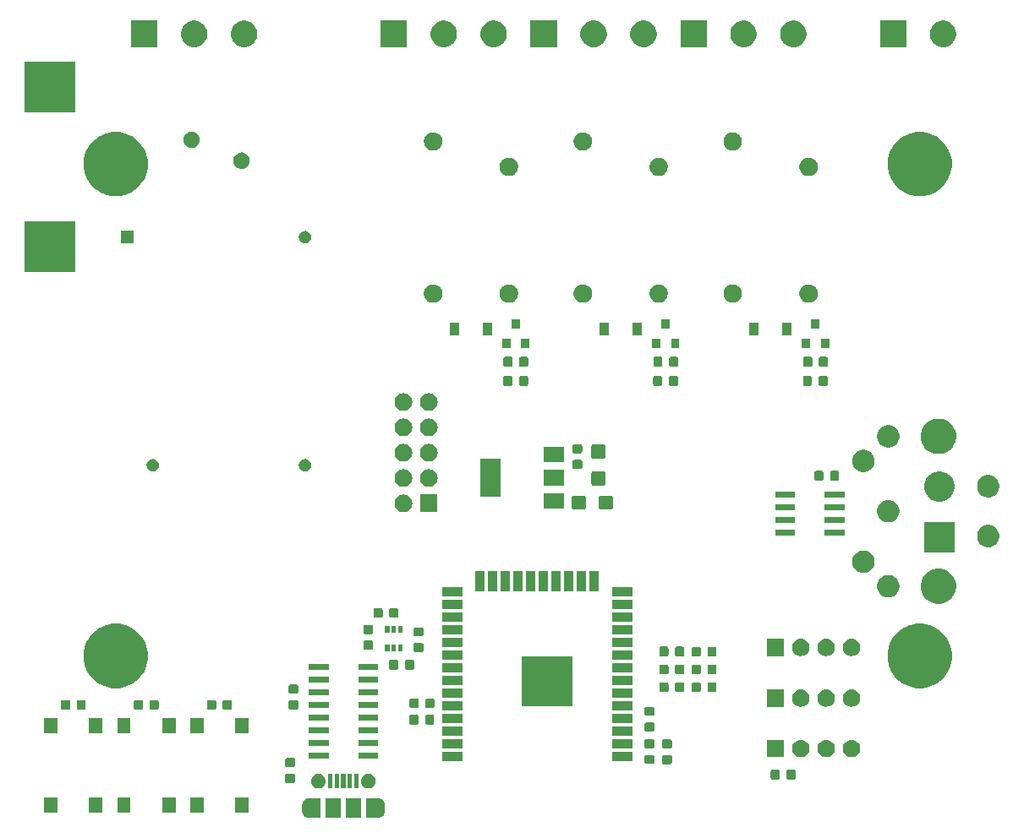
<source format=gbr>
G04 #@! TF.GenerationSoftware,KiCad,Pcbnew,(5.1.4)-1*
G04 #@! TF.CreationDate,2019-12-18T10:15:03+01:00*
G04 #@! TF.ProjectId,StudiokiController,53747564-696f-46b6-9943-6f6e74726f6c,rev?*
G04 #@! TF.SameCoordinates,Original*
G04 #@! TF.FileFunction,Soldermask,Top*
G04 #@! TF.FilePolarity,Negative*
%FSLAX46Y46*%
G04 Gerber Fmt 4.6, Leading zero omitted, Abs format (unit mm)*
G04 Created by KiCad (PCBNEW (5.1.4)-1) date 2019-12-18 10:15:03*
%MOMM*%
%LPD*%
G04 APERTURE LIST*
%ADD10C,0.100000*%
G04 APERTURE END LIST*
D10*
G36*
X182687600Y-72098800D02*
G01*
X177687600Y-72098800D01*
X177687600Y-77098800D01*
X182687600Y-77098800D01*
X182687600Y-72098800D01*
G37*
X182687600Y-72098800D02*
X177687600Y-72098800D01*
X177687600Y-77098800D01*
X182687600Y-77098800D01*
X182687600Y-72098800D01*
G36*
X177687600Y-61098800D02*
G01*
X182687600Y-61098800D01*
X182687600Y-56098800D01*
X177687600Y-56098800D01*
X177687600Y-58098800D01*
X177687600Y-61098800D01*
G37*
X177687600Y-61098800D02*
X182687600Y-61098800D01*
X182687600Y-56098800D01*
X177687600Y-56098800D01*
X177687600Y-58098800D01*
X177687600Y-61098800D01*
G36*
X206100560Y-129942018D02*
G01*
X206110362Y-129942500D01*
X207295000Y-129942500D01*
X207295000Y-131882500D01*
X206110362Y-131882500D01*
X206100560Y-131882982D01*
X206075000Y-131885500D01*
X206049440Y-131882982D01*
X206039638Y-131882500D01*
X205994623Y-131882500D01*
X205993269Y-131881776D01*
X205964804Y-131874646D01*
X205953461Y-131873529D01*
X205836587Y-131838076D01*
X205728882Y-131780506D01*
X205728880Y-131780505D01*
X205634473Y-131703027D01*
X205556995Y-131608619D01*
X205556994Y-131608618D01*
X205499424Y-131500912D01*
X205463971Y-131384038D01*
X205455000Y-131292953D01*
X205455000Y-130532046D01*
X205463971Y-130440961D01*
X205499425Y-130324087D01*
X205556995Y-130216381D01*
X205634474Y-130121973D01*
X205728882Y-130044494D01*
X205836588Y-129986924D01*
X205953462Y-129951471D01*
X205964805Y-129950354D01*
X205984031Y-129946529D01*
X205993758Y-129942500D01*
X206039638Y-129942500D01*
X206049440Y-129942018D01*
X206075000Y-129939500D01*
X206100560Y-129942018D01*
X206100560Y-129942018D01*
G37*
G36*
X213100560Y-129942018D02*
G01*
X213110362Y-129942500D01*
X213155377Y-129942500D01*
X213156731Y-129943224D01*
X213185195Y-129950354D01*
X213196538Y-129951471D01*
X213313412Y-129986924D01*
X213421118Y-130044494D01*
X213421120Y-130044495D01*
X213421119Y-130044495D01*
X213515527Y-130121973D01*
X213593005Y-130216380D01*
X213593006Y-130216382D01*
X213650576Y-130324087D01*
X213686029Y-130440961D01*
X213695000Y-130532046D01*
X213695000Y-131292954D01*
X213686029Y-131384039D01*
X213650576Y-131500913D01*
X213593006Y-131608619D01*
X213515527Y-131703027D01*
X213421119Y-131780506D01*
X213313413Y-131838076D01*
X213196539Y-131873529D01*
X213185196Y-131874646D01*
X213165969Y-131878470D01*
X213156241Y-131882500D01*
X213110362Y-131882500D01*
X213100560Y-131882982D01*
X213075000Y-131885500D01*
X213049440Y-131882982D01*
X213039638Y-131882500D01*
X211855000Y-131882500D01*
X211855000Y-129942500D01*
X213039638Y-129942500D01*
X213049440Y-129942018D01*
X213075000Y-129939500D01*
X213100560Y-129942018D01*
X213100560Y-129942018D01*
G37*
G36*
X209345000Y-131882500D02*
G01*
X207805000Y-131882500D01*
X207805000Y-129942500D01*
X209345000Y-129942500D01*
X209345000Y-131882500D01*
X209345000Y-131882500D01*
G37*
G36*
X211345000Y-131882500D02*
G01*
X209805000Y-131882500D01*
X209805000Y-129942500D01*
X211345000Y-129942500D01*
X211345000Y-131882500D01*
X211345000Y-131882500D01*
G37*
G36*
X185460800Y-131433800D02*
G01*
X184120800Y-131433800D01*
X184120800Y-129843800D01*
X185460800Y-129843800D01*
X185460800Y-131433800D01*
X185460800Y-131433800D01*
G37*
G36*
X192773200Y-131433800D02*
G01*
X191433200Y-131433800D01*
X191433200Y-129843800D01*
X192773200Y-129843800D01*
X192773200Y-131433800D01*
X192773200Y-131433800D01*
G37*
G36*
X195585600Y-131433800D02*
G01*
X194245600Y-131433800D01*
X194245600Y-129843800D01*
X195585600Y-129843800D01*
X195585600Y-131433800D01*
X195585600Y-131433800D01*
G37*
G36*
X188273200Y-131433800D02*
G01*
X186933200Y-131433800D01*
X186933200Y-129843800D01*
X188273200Y-129843800D01*
X188273200Y-131433800D01*
X188273200Y-131433800D01*
G37*
G36*
X200085600Y-131433800D02*
G01*
X198745600Y-131433800D01*
X198745600Y-129843800D01*
X200085600Y-129843800D01*
X200085600Y-131433800D01*
X200085600Y-131433800D01*
G37*
G36*
X180960800Y-131433800D02*
G01*
X179620800Y-131433800D01*
X179620800Y-129843800D01*
X180960800Y-129843800D01*
X180960800Y-131433800D01*
X180960800Y-131433800D01*
G37*
G36*
X207220342Y-127481815D02*
G01*
X207292310Y-127496130D01*
X207343901Y-127517500D01*
X207427890Y-127552289D01*
X207427891Y-127552290D01*
X207549909Y-127633819D01*
X207653681Y-127737591D01*
X207718949Y-127835272D01*
X207735211Y-127859610D01*
X207747029Y-127888142D01*
X207791370Y-127995190D01*
X207803145Y-128054387D01*
X207820000Y-128139124D01*
X207820000Y-128285876D01*
X207791370Y-128429809D01*
X207735211Y-128565390D01*
X207735210Y-128565391D01*
X207653681Y-128687409D01*
X207549909Y-128791181D01*
X207452228Y-128856449D01*
X207427890Y-128872711D01*
X207348469Y-128905608D01*
X207292310Y-128928870D01*
X207148376Y-128957500D01*
X207001624Y-128957500D01*
X206857690Y-128928870D01*
X206801531Y-128905608D01*
X206722110Y-128872711D01*
X206697772Y-128856449D01*
X206600091Y-128791181D01*
X206496319Y-128687409D01*
X206414790Y-128565391D01*
X206414789Y-128565390D01*
X206358630Y-128429809D01*
X206330000Y-128285876D01*
X206330000Y-128139124D01*
X206346855Y-128054387D01*
X206358630Y-127995190D01*
X206402971Y-127888142D01*
X206414789Y-127859610D01*
X206431051Y-127835272D01*
X206496319Y-127737591D01*
X206600091Y-127633819D01*
X206722109Y-127552290D01*
X206722110Y-127552289D01*
X206806099Y-127517500D01*
X206857690Y-127496130D01*
X206929658Y-127481815D01*
X207001624Y-127467500D01*
X207148376Y-127467500D01*
X207220342Y-127481815D01*
X207220342Y-127481815D01*
G37*
G36*
X212220342Y-127481815D02*
G01*
X212292310Y-127496130D01*
X212343901Y-127517500D01*
X212427890Y-127552289D01*
X212427891Y-127552290D01*
X212549909Y-127633819D01*
X212653681Y-127737591D01*
X212718949Y-127835272D01*
X212735211Y-127859610D01*
X212747029Y-127888142D01*
X212791370Y-127995190D01*
X212803145Y-128054387D01*
X212820000Y-128139124D01*
X212820000Y-128285876D01*
X212791370Y-128429809D01*
X212735211Y-128565390D01*
X212735210Y-128565391D01*
X212653681Y-128687409D01*
X212549909Y-128791181D01*
X212452228Y-128856449D01*
X212427890Y-128872711D01*
X212348469Y-128905608D01*
X212292310Y-128928870D01*
X212148376Y-128957500D01*
X212001624Y-128957500D01*
X211857690Y-128928870D01*
X211801531Y-128905608D01*
X211722110Y-128872711D01*
X211697772Y-128856449D01*
X211600091Y-128791181D01*
X211496319Y-128687409D01*
X211414790Y-128565391D01*
X211414789Y-128565390D01*
X211358630Y-128429809D01*
X211330000Y-128285876D01*
X211330000Y-128139124D01*
X211346855Y-128054387D01*
X211358630Y-127995190D01*
X211402971Y-127888142D01*
X211414789Y-127859610D01*
X211431051Y-127835272D01*
X211496319Y-127737591D01*
X211600091Y-127633819D01*
X211722109Y-127552290D01*
X211722110Y-127552289D01*
X211806099Y-127517500D01*
X211857690Y-127496130D01*
X211929658Y-127481815D01*
X212001624Y-127467500D01*
X212148376Y-127467500D01*
X212220342Y-127481815D01*
X212220342Y-127481815D01*
G37*
G36*
X211095000Y-128907500D02*
G01*
X210655000Y-128907500D01*
X210655000Y-127517500D01*
X211095000Y-127517500D01*
X211095000Y-128907500D01*
X211095000Y-128907500D01*
G37*
G36*
X209795000Y-128907500D02*
G01*
X209355000Y-128907500D01*
X209355000Y-127517500D01*
X209795000Y-127517500D01*
X209795000Y-128907500D01*
X209795000Y-128907500D01*
G37*
G36*
X208495000Y-128907500D02*
G01*
X208055000Y-128907500D01*
X208055000Y-127517500D01*
X208495000Y-127517500D01*
X208495000Y-128907500D01*
X208495000Y-128907500D01*
G37*
G36*
X210445000Y-128907500D02*
G01*
X210005000Y-128907500D01*
X210005000Y-127517500D01*
X210445000Y-127517500D01*
X210445000Y-128907500D01*
X210445000Y-128907500D01*
G37*
G36*
X209145000Y-128907500D02*
G01*
X208705000Y-128907500D01*
X208705000Y-127517500D01*
X209145000Y-127517500D01*
X209145000Y-128907500D01*
X209145000Y-128907500D01*
G37*
G36*
X204601024Y-127496408D02*
G01*
X204634472Y-127506555D01*
X204665288Y-127523026D01*
X204692303Y-127545197D01*
X204714474Y-127572212D01*
X204730945Y-127603028D01*
X204741092Y-127636476D01*
X204745000Y-127676158D01*
X204745000Y-128223842D01*
X204741092Y-128263524D01*
X204730945Y-128296972D01*
X204714474Y-128327788D01*
X204692303Y-128354803D01*
X204665288Y-128376974D01*
X204634472Y-128393445D01*
X204601024Y-128403592D01*
X204561342Y-128407500D01*
X203938658Y-128407500D01*
X203898976Y-128403592D01*
X203865528Y-128393445D01*
X203834712Y-128376974D01*
X203807697Y-128354803D01*
X203785526Y-128327788D01*
X203769055Y-128296972D01*
X203758908Y-128263524D01*
X203755000Y-128223842D01*
X203755000Y-127676158D01*
X203758908Y-127636476D01*
X203769055Y-127603028D01*
X203785526Y-127572212D01*
X203807697Y-127545197D01*
X203834712Y-127523026D01*
X203865528Y-127506555D01*
X203898976Y-127496408D01*
X203938658Y-127492500D01*
X204561342Y-127492500D01*
X204601024Y-127496408D01*
X204601024Y-127496408D01*
G37*
G36*
X254706424Y-127085708D02*
G01*
X254739872Y-127095855D01*
X254770688Y-127112326D01*
X254797703Y-127134497D01*
X254819874Y-127161512D01*
X254836345Y-127192328D01*
X254846492Y-127225776D01*
X254850400Y-127265458D01*
X254850400Y-127888142D01*
X254846492Y-127927824D01*
X254836345Y-127961272D01*
X254819874Y-127992088D01*
X254797703Y-128019103D01*
X254770688Y-128041274D01*
X254739872Y-128057745D01*
X254706424Y-128067892D01*
X254666742Y-128071800D01*
X254119058Y-128071800D01*
X254079376Y-128067892D01*
X254045928Y-128057745D01*
X254015112Y-128041274D01*
X253988097Y-128019103D01*
X253965926Y-127992088D01*
X253949455Y-127961272D01*
X253939308Y-127927824D01*
X253935400Y-127888142D01*
X253935400Y-127265458D01*
X253939308Y-127225776D01*
X253949455Y-127192328D01*
X253965926Y-127161512D01*
X253988097Y-127134497D01*
X254015112Y-127112326D01*
X254045928Y-127095855D01*
X254079376Y-127085708D01*
X254119058Y-127081800D01*
X254666742Y-127081800D01*
X254706424Y-127085708D01*
X254706424Y-127085708D01*
G37*
G36*
X253131424Y-127085708D02*
G01*
X253164872Y-127095855D01*
X253195688Y-127112326D01*
X253222703Y-127134497D01*
X253244874Y-127161512D01*
X253261345Y-127192328D01*
X253271492Y-127225776D01*
X253275400Y-127265458D01*
X253275400Y-127888142D01*
X253271492Y-127927824D01*
X253261345Y-127961272D01*
X253244874Y-127992088D01*
X253222703Y-128019103D01*
X253195688Y-128041274D01*
X253164872Y-128057745D01*
X253131424Y-128067892D01*
X253091742Y-128071800D01*
X252544058Y-128071800D01*
X252504376Y-128067892D01*
X252470928Y-128057745D01*
X252440112Y-128041274D01*
X252413097Y-128019103D01*
X252390926Y-127992088D01*
X252374455Y-127961272D01*
X252364308Y-127927824D01*
X252360400Y-127888142D01*
X252360400Y-127265458D01*
X252364308Y-127225776D01*
X252374455Y-127192328D01*
X252390926Y-127161512D01*
X252413097Y-127134497D01*
X252440112Y-127112326D01*
X252470928Y-127095855D01*
X252504376Y-127085708D01*
X252544058Y-127081800D01*
X253091742Y-127081800D01*
X253131424Y-127085708D01*
X253131424Y-127085708D01*
G37*
G36*
X204601024Y-125921408D02*
G01*
X204634472Y-125931555D01*
X204665288Y-125948026D01*
X204692303Y-125970197D01*
X204714474Y-125997212D01*
X204730945Y-126028028D01*
X204741092Y-126061476D01*
X204745000Y-126101158D01*
X204745000Y-126648842D01*
X204741092Y-126688524D01*
X204730945Y-126721972D01*
X204714474Y-126752788D01*
X204692303Y-126779803D01*
X204665288Y-126801974D01*
X204634472Y-126818445D01*
X204601024Y-126828592D01*
X204561342Y-126832500D01*
X203938658Y-126832500D01*
X203898976Y-126828592D01*
X203865528Y-126818445D01*
X203834712Y-126801974D01*
X203807697Y-126779803D01*
X203785526Y-126752788D01*
X203769055Y-126721972D01*
X203758908Y-126688524D01*
X203755000Y-126648842D01*
X203755000Y-126101158D01*
X203758908Y-126061476D01*
X203769055Y-126028028D01*
X203785526Y-125997212D01*
X203807697Y-125970197D01*
X203834712Y-125948026D01*
X203865528Y-125931555D01*
X203898976Y-125921408D01*
X203938658Y-125917500D01*
X204561342Y-125917500D01*
X204601024Y-125921408D01*
X204601024Y-125921408D01*
G37*
G36*
X242326024Y-125621408D02*
G01*
X242359472Y-125631555D01*
X242390288Y-125648026D01*
X242417303Y-125670197D01*
X242439474Y-125697212D01*
X242455945Y-125728028D01*
X242466092Y-125761476D01*
X242470000Y-125801158D01*
X242470000Y-126348842D01*
X242466092Y-126388524D01*
X242455945Y-126421972D01*
X242439474Y-126452788D01*
X242417303Y-126479803D01*
X242390288Y-126501974D01*
X242359472Y-126518445D01*
X242326024Y-126528592D01*
X242286342Y-126532500D01*
X241663658Y-126532500D01*
X241623976Y-126528592D01*
X241590528Y-126518445D01*
X241559712Y-126501974D01*
X241532697Y-126479803D01*
X241510526Y-126452788D01*
X241494055Y-126421972D01*
X241483908Y-126388524D01*
X241480000Y-126348842D01*
X241480000Y-125801158D01*
X241483908Y-125761476D01*
X241494055Y-125728028D01*
X241510526Y-125697212D01*
X241532697Y-125670197D01*
X241559712Y-125648026D01*
X241590528Y-125631555D01*
X241623976Y-125621408D01*
X241663658Y-125617500D01*
X242286342Y-125617500D01*
X242326024Y-125621408D01*
X242326024Y-125621408D01*
G37*
G36*
X240576024Y-125608908D02*
G01*
X240609472Y-125619055D01*
X240640288Y-125635526D01*
X240667303Y-125657697D01*
X240689474Y-125684712D01*
X240705945Y-125715528D01*
X240716092Y-125748976D01*
X240720000Y-125788658D01*
X240720000Y-126336342D01*
X240716092Y-126376024D01*
X240705945Y-126409472D01*
X240689474Y-126440288D01*
X240667303Y-126467303D01*
X240640288Y-126489474D01*
X240609472Y-126505945D01*
X240576024Y-126516092D01*
X240536342Y-126520000D01*
X239913658Y-126520000D01*
X239873976Y-126516092D01*
X239840528Y-126505945D01*
X239809712Y-126489474D01*
X239782697Y-126467303D01*
X239760526Y-126440288D01*
X239744055Y-126409472D01*
X239733908Y-126376024D01*
X239730000Y-126336342D01*
X239730000Y-125788658D01*
X239733908Y-125748976D01*
X239744055Y-125715528D01*
X239760526Y-125684712D01*
X239782697Y-125657697D01*
X239809712Y-125635526D01*
X239840528Y-125619055D01*
X239873976Y-125608908D01*
X239913658Y-125605000D01*
X240536342Y-125605000D01*
X240576024Y-125608908D01*
X240576024Y-125608908D01*
G37*
G36*
X238507000Y-126198000D02*
G01*
X236467000Y-126198000D01*
X236467000Y-125258000D01*
X238507000Y-125258000D01*
X238507000Y-126198000D01*
X238507000Y-126198000D01*
G37*
G36*
X221507000Y-126198000D02*
G01*
X219467000Y-126198000D01*
X219467000Y-125258000D01*
X221507000Y-125258000D01*
X221507000Y-126198000D01*
X221507000Y-126198000D01*
G37*
G36*
X208031364Y-125352587D02*
G01*
X208051911Y-125358820D01*
X208070842Y-125368939D01*
X208087440Y-125382560D01*
X208101061Y-125399158D01*
X208111180Y-125418089D01*
X208117413Y-125438636D01*
X208120000Y-125464907D01*
X208120000Y-125875093D01*
X208117413Y-125901364D01*
X208111180Y-125921911D01*
X208101061Y-125940842D01*
X208087440Y-125957440D01*
X208070842Y-125971061D01*
X208051911Y-125981180D01*
X208031364Y-125987413D01*
X208005093Y-125990000D01*
X206244907Y-125990000D01*
X206218636Y-125987413D01*
X206198089Y-125981180D01*
X206179158Y-125971061D01*
X206162560Y-125957440D01*
X206148939Y-125940842D01*
X206138820Y-125921911D01*
X206132587Y-125901364D01*
X206130000Y-125875093D01*
X206130000Y-125464907D01*
X206132587Y-125438636D01*
X206138820Y-125418089D01*
X206148939Y-125399158D01*
X206162560Y-125382560D01*
X206179158Y-125368939D01*
X206198089Y-125358820D01*
X206218636Y-125352587D01*
X206244907Y-125350000D01*
X208005093Y-125350000D01*
X208031364Y-125352587D01*
X208031364Y-125352587D01*
G37*
G36*
X212981364Y-125352587D02*
G01*
X213001911Y-125358820D01*
X213020842Y-125368939D01*
X213037440Y-125382560D01*
X213051061Y-125399158D01*
X213061180Y-125418089D01*
X213067413Y-125438636D01*
X213070000Y-125464907D01*
X213070000Y-125875093D01*
X213067413Y-125901364D01*
X213061180Y-125921911D01*
X213051061Y-125940842D01*
X213037440Y-125957440D01*
X213020842Y-125971061D01*
X213001911Y-125981180D01*
X212981364Y-125987413D01*
X212955093Y-125990000D01*
X211194907Y-125990000D01*
X211168636Y-125987413D01*
X211148089Y-125981180D01*
X211129158Y-125971061D01*
X211112560Y-125957440D01*
X211098939Y-125940842D01*
X211088820Y-125921911D01*
X211082587Y-125901364D01*
X211080000Y-125875093D01*
X211080000Y-125464907D01*
X211082587Y-125438636D01*
X211088820Y-125418089D01*
X211098939Y-125399158D01*
X211112560Y-125382560D01*
X211129158Y-125368939D01*
X211148089Y-125358820D01*
X211168636Y-125352587D01*
X211194907Y-125350000D01*
X212955093Y-125350000D01*
X212981364Y-125352587D01*
X212981364Y-125352587D01*
G37*
G36*
X260622548Y-124118787D02*
G01*
X260786546Y-124168536D01*
X260937683Y-124249320D01*
X261070159Y-124358041D01*
X261178880Y-124490517D01*
X261259664Y-124641654D01*
X261309413Y-124805652D01*
X261326210Y-124976200D01*
X261309413Y-125146748D01*
X261259664Y-125310746D01*
X261178880Y-125461883D01*
X261070159Y-125594359D01*
X260937683Y-125703080D01*
X260786546Y-125783864D01*
X260622548Y-125833613D01*
X260494743Y-125846200D01*
X260409257Y-125846200D01*
X260281452Y-125833613D01*
X260117454Y-125783864D01*
X259966317Y-125703080D01*
X259833841Y-125594359D01*
X259725120Y-125461883D01*
X259644336Y-125310746D01*
X259594587Y-125146748D01*
X259577790Y-124976200D01*
X259594587Y-124805652D01*
X259644336Y-124641654D01*
X259725120Y-124490517D01*
X259833841Y-124358041D01*
X259966317Y-124249320D01*
X260117454Y-124168536D01*
X260281452Y-124118787D01*
X260409257Y-124106200D01*
X260494743Y-124106200D01*
X260622548Y-124118787D01*
X260622548Y-124118787D01*
G37*
G36*
X253702000Y-125846200D02*
G01*
X251962000Y-125846200D01*
X251962000Y-124106200D01*
X253702000Y-124106200D01*
X253702000Y-125846200D01*
X253702000Y-125846200D01*
G37*
G36*
X258082548Y-124118787D02*
G01*
X258246546Y-124168536D01*
X258397683Y-124249320D01*
X258530159Y-124358041D01*
X258638880Y-124490517D01*
X258719664Y-124641654D01*
X258769413Y-124805652D01*
X258786210Y-124976200D01*
X258769413Y-125146748D01*
X258719664Y-125310746D01*
X258638880Y-125461883D01*
X258530159Y-125594359D01*
X258397683Y-125703080D01*
X258246546Y-125783864D01*
X258082548Y-125833613D01*
X257954743Y-125846200D01*
X257869257Y-125846200D01*
X257741452Y-125833613D01*
X257577454Y-125783864D01*
X257426317Y-125703080D01*
X257293841Y-125594359D01*
X257185120Y-125461883D01*
X257104336Y-125310746D01*
X257054587Y-125146748D01*
X257037790Y-124976200D01*
X257054587Y-124805652D01*
X257104336Y-124641654D01*
X257185120Y-124490517D01*
X257293841Y-124358041D01*
X257426317Y-124249320D01*
X257577454Y-124168536D01*
X257741452Y-124118787D01*
X257869257Y-124106200D01*
X257954743Y-124106200D01*
X258082548Y-124118787D01*
X258082548Y-124118787D01*
G37*
G36*
X255542548Y-124118787D02*
G01*
X255706546Y-124168536D01*
X255857683Y-124249320D01*
X255990159Y-124358041D01*
X256098880Y-124490517D01*
X256179664Y-124641654D01*
X256229413Y-124805652D01*
X256246210Y-124976200D01*
X256229413Y-125146748D01*
X256179664Y-125310746D01*
X256098880Y-125461883D01*
X255990159Y-125594359D01*
X255857683Y-125703080D01*
X255706546Y-125783864D01*
X255542548Y-125833613D01*
X255414743Y-125846200D01*
X255329257Y-125846200D01*
X255201452Y-125833613D01*
X255037454Y-125783864D01*
X254886317Y-125703080D01*
X254753841Y-125594359D01*
X254645120Y-125461883D01*
X254564336Y-125310746D01*
X254514587Y-125146748D01*
X254497790Y-124976200D01*
X254514587Y-124805652D01*
X254564336Y-124641654D01*
X254645120Y-124490517D01*
X254753841Y-124358041D01*
X254886317Y-124249320D01*
X255037454Y-124168536D01*
X255201452Y-124118787D01*
X255329257Y-124106200D01*
X255414743Y-124106200D01*
X255542548Y-124118787D01*
X255542548Y-124118787D01*
G37*
G36*
X242326024Y-124046408D02*
G01*
X242359472Y-124056555D01*
X242390288Y-124073026D01*
X242417303Y-124095197D01*
X242439474Y-124122212D01*
X242455945Y-124153028D01*
X242466092Y-124186476D01*
X242470000Y-124226158D01*
X242470000Y-124773842D01*
X242466092Y-124813524D01*
X242455945Y-124846972D01*
X242439474Y-124877788D01*
X242417303Y-124904803D01*
X242390288Y-124926974D01*
X242359472Y-124943445D01*
X242326024Y-124953592D01*
X242286342Y-124957500D01*
X241663658Y-124957500D01*
X241623976Y-124953592D01*
X241590528Y-124943445D01*
X241559712Y-124926974D01*
X241532697Y-124904803D01*
X241510526Y-124877788D01*
X241494055Y-124846972D01*
X241483908Y-124813524D01*
X241480000Y-124773842D01*
X241480000Y-124226158D01*
X241483908Y-124186476D01*
X241494055Y-124153028D01*
X241510526Y-124122212D01*
X241532697Y-124095197D01*
X241559712Y-124073026D01*
X241590528Y-124056555D01*
X241623976Y-124046408D01*
X241663658Y-124042500D01*
X242286342Y-124042500D01*
X242326024Y-124046408D01*
X242326024Y-124046408D01*
G37*
G36*
X240576024Y-124033908D02*
G01*
X240609472Y-124044055D01*
X240640288Y-124060526D01*
X240667303Y-124082697D01*
X240689474Y-124109712D01*
X240705945Y-124140528D01*
X240716092Y-124173976D01*
X240720000Y-124213658D01*
X240720000Y-124761342D01*
X240716092Y-124801024D01*
X240705945Y-124834472D01*
X240689474Y-124865288D01*
X240667303Y-124892303D01*
X240640288Y-124914474D01*
X240609472Y-124930945D01*
X240576024Y-124941092D01*
X240536342Y-124945000D01*
X239913658Y-124945000D01*
X239873976Y-124941092D01*
X239840528Y-124930945D01*
X239809712Y-124914474D01*
X239782697Y-124892303D01*
X239760526Y-124865288D01*
X239744055Y-124834472D01*
X239733908Y-124801024D01*
X239730000Y-124761342D01*
X239730000Y-124213658D01*
X239733908Y-124173976D01*
X239744055Y-124140528D01*
X239760526Y-124109712D01*
X239782697Y-124082697D01*
X239809712Y-124060526D01*
X239840528Y-124044055D01*
X239873976Y-124033908D01*
X239913658Y-124030000D01*
X240536342Y-124030000D01*
X240576024Y-124033908D01*
X240576024Y-124033908D01*
G37*
G36*
X238507000Y-124928000D02*
G01*
X236467000Y-124928000D01*
X236467000Y-123988000D01*
X238507000Y-123988000D01*
X238507000Y-124928000D01*
X238507000Y-124928000D01*
G37*
G36*
X221507000Y-124928000D02*
G01*
X219467000Y-124928000D01*
X219467000Y-123988000D01*
X221507000Y-123988000D01*
X221507000Y-124928000D01*
X221507000Y-124928000D01*
G37*
G36*
X212981364Y-124082587D02*
G01*
X213001911Y-124088820D01*
X213020842Y-124098939D01*
X213037440Y-124112560D01*
X213051061Y-124129158D01*
X213061180Y-124148089D01*
X213067413Y-124168636D01*
X213070000Y-124194907D01*
X213070000Y-124605093D01*
X213067413Y-124631364D01*
X213061180Y-124651911D01*
X213051061Y-124670842D01*
X213037440Y-124687440D01*
X213020842Y-124701061D01*
X213001911Y-124711180D01*
X212981364Y-124717413D01*
X212955093Y-124720000D01*
X211194907Y-124720000D01*
X211168636Y-124717413D01*
X211148089Y-124711180D01*
X211129158Y-124701061D01*
X211112560Y-124687440D01*
X211098939Y-124670842D01*
X211088820Y-124651911D01*
X211082587Y-124631364D01*
X211080000Y-124605093D01*
X211080000Y-124194907D01*
X211082587Y-124168636D01*
X211088820Y-124148089D01*
X211098939Y-124129158D01*
X211112560Y-124112560D01*
X211129158Y-124098939D01*
X211148089Y-124088820D01*
X211168636Y-124082587D01*
X211194907Y-124080000D01*
X212955093Y-124080000D01*
X212981364Y-124082587D01*
X212981364Y-124082587D01*
G37*
G36*
X208031364Y-124082587D02*
G01*
X208051911Y-124088820D01*
X208070842Y-124098939D01*
X208087440Y-124112560D01*
X208101061Y-124129158D01*
X208111180Y-124148089D01*
X208117413Y-124168636D01*
X208120000Y-124194907D01*
X208120000Y-124605093D01*
X208117413Y-124631364D01*
X208111180Y-124651911D01*
X208101061Y-124670842D01*
X208087440Y-124687440D01*
X208070842Y-124701061D01*
X208051911Y-124711180D01*
X208031364Y-124717413D01*
X208005093Y-124720000D01*
X206244907Y-124720000D01*
X206218636Y-124717413D01*
X206198089Y-124711180D01*
X206179158Y-124701061D01*
X206162560Y-124687440D01*
X206148939Y-124670842D01*
X206138820Y-124651911D01*
X206132587Y-124631364D01*
X206130000Y-124605093D01*
X206130000Y-124194907D01*
X206132587Y-124168636D01*
X206138820Y-124148089D01*
X206148939Y-124129158D01*
X206162560Y-124112560D01*
X206179158Y-124098939D01*
X206198089Y-124088820D01*
X206218636Y-124082587D01*
X206244907Y-124080000D01*
X208005093Y-124080000D01*
X208031364Y-124082587D01*
X208031364Y-124082587D01*
G37*
G36*
X238507000Y-123658000D02*
G01*
X236467000Y-123658000D01*
X236467000Y-122718000D01*
X238507000Y-122718000D01*
X238507000Y-123658000D01*
X238507000Y-123658000D01*
G37*
G36*
X221507000Y-123658000D02*
G01*
X219467000Y-123658000D01*
X219467000Y-122718000D01*
X221507000Y-122718000D01*
X221507000Y-123658000D01*
X221507000Y-123658000D01*
G37*
G36*
X188273200Y-123473800D02*
G01*
X186933200Y-123473800D01*
X186933200Y-121883800D01*
X188273200Y-121883800D01*
X188273200Y-123473800D01*
X188273200Y-123473800D01*
G37*
G36*
X192773200Y-123473800D02*
G01*
X191433200Y-123473800D01*
X191433200Y-121883800D01*
X192773200Y-121883800D01*
X192773200Y-123473800D01*
X192773200Y-123473800D01*
G37*
G36*
X180960800Y-123473800D02*
G01*
X179620800Y-123473800D01*
X179620800Y-121883800D01*
X180960800Y-121883800D01*
X180960800Y-123473800D01*
X180960800Y-123473800D01*
G37*
G36*
X185460800Y-123473800D02*
G01*
X184120800Y-123473800D01*
X184120800Y-121883800D01*
X185460800Y-121883800D01*
X185460800Y-123473800D01*
X185460800Y-123473800D01*
G37*
G36*
X195585600Y-123473800D02*
G01*
X194245600Y-123473800D01*
X194245600Y-121883800D01*
X195585600Y-121883800D01*
X195585600Y-123473800D01*
X195585600Y-123473800D01*
G37*
G36*
X200085600Y-123473800D02*
G01*
X198745600Y-123473800D01*
X198745600Y-121883800D01*
X200085600Y-121883800D01*
X200085600Y-123473800D01*
X200085600Y-123473800D01*
G37*
G36*
X212981364Y-122812587D02*
G01*
X213001911Y-122818820D01*
X213020842Y-122828939D01*
X213037440Y-122842560D01*
X213051061Y-122859158D01*
X213061180Y-122878089D01*
X213067413Y-122898636D01*
X213070000Y-122924907D01*
X213070000Y-123335093D01*
X213067413Y-123361364D01*
X213061180Y-123381911D01*
X213051061Y-123400842D01*
X213037440Y-123417440D01*
X213020842Y-123431061D01*
X213001911Y-123441180D01*
X212981364Y-123447413D01*
X212955093Y-123450000D01*
X211194907Y-123450000D01*
X211168636Y-123447413D01*
X211148089Y-123441180D01*
X211129158Y-123431061D01*
X211112560Y-123417440D01*
X211098939Y-123400842D01*
X211088820Y-123381911D01*
X211082587Y-123361364D01*
X211080000Y-123335093D01*
X211080000Y-122924907D01*
X211082587Y-122898636D01*
X211088820Y-122878089D01*
X211098939Y-122859158D01*
X211112560Y-122842560D01*
X211129158Y-122828939D01*
X211148089Y-122818820D01*
X211168636Y-122812587D01*
X211194907Y-122810000D01*
X212955093Y-122810000D01*
X212981364Y-122812587D01*
X212981364Y-122812587D01*
G37*
G36*
X208031364Y-122812587D02*
G01*
X208051911Y-122818820D01*
X208070842Y-122828939D01*
X208087440Y-122842560D01*
X208101061Y-122859158D01*
X208111180Y-122878089D01*
X208117413Y-122898636D01*
X208120000Y-122924907D01*
X208120000Y-123335093D01*
X208117413Y-123361364D01*
X208111180Y-123381911D01*
X208101061Y-123400842D01*
X208087440Y-123417440D01*
X208070842Y-123431061D01*
X208051911Y-123441180D01*
X208031364Y-123447413D01*
X208005093Y-123450000D01*
X206244907Y-123450000D01*
X206218636Y-123447413D01*
X206198089Y-123441180D01*
X206179158Y-123431061D01*
X206162560Y-123417440D01*
X206148939Y-123400842D01*
X206138820Y-123381911D01*
X206132587Y-123361364D01*
X206130000Y-123335093D01*
X206130000Y-122924907D01*
X206132587Y-122898636D01*
X206138820Y-122878089D01*
X206148939Y-122859158D01*
X206162560Y-122842560D01*
X206179158Y-122828939D01*
X206198089Y-122818820D01*
X206218636Y-122812587D01*
X206244907Y-122810000D01*
X208005093Y-122810000D01*
X208031364Y-122812587D01*
X208031364Y-122812587D01*
G37*
G36*
X240576024Y-122358908D02*
G01*
X240609472Y-122369055D01*
X240640288Y-122385526D01*
X240667303Y-122407697D01*
X240689474Y-122434712D01*
X240705945Y-122465528D01*
X240716092Y-122498976D01*
X240720000Y-122538658D01*
X240720000Y-123086342D01*
X240716092Y-123126024D01*
X240705945Y-123159472D01*
X240689474Y-123190288D01*
X240667303Y-123217303D01*
X240640288Y-123239474D01*
X240609472Y-123255945D01*
X240576024Y-123266092D01*
X240536342Y-123270000D01*
X239913658Y-123270000D01*
X239873976Y-123266092D01*
X239840528Y-123255945D01*
X239809712Y-123239474D01*
X239782697Y-123217303D01*
X239760526Y-123190288D01*
X239744055Y-123159472D01*
X239733908Y-123126024D01*
X239730000Y-123086342D01*
X239730000Y-122538658D01*
X239733908Y-122498976D01*
X239744055Y-122465528D01*
X239760526Y-122434712D01*
X239782697Y-122407697D01*
X239809712Y-122385526D01*
X239840528Y-122369055D01*
X239873976Y-122358908D01*
X239913658Y-122355000D01*
X240536342Y-122355000D01*
X240576024Y-122358908D01*
X240576024Y-122358908D01*
G37*
G36*
X218525624Y-121588508D02*
G01*
X218559072Y-121598655D01*
X218589888Y-121615126D01*
X218616903Y-121637297D01*
X218639074Y-121664312D01*
X218655545Y-121695128D01*
X218665692Y-121728576D01*
X218669600Y-121768258D01*
X218669600Y-122390942D01*
X218665692Y-122430624D01*
X218655545Y-122464072D01*
X218639074Y-122494888D01*
X218616903Y-122521903D01*
X218589888Y-122544074D01*
X218559072Y-122560545D01*
X218525624Y-122570692D01*
X218485942Y-122574600D01*
X217938258Y-122574600D01*
X217898576Y-122570692D01*
X217865128Y-122560545D01*
X217834312Y-122544074D01*
X217807297Y-122521903D01*
X217785126Y-122494888D01*
X217768655Y-122464072D01*
X217758508Y-122430624D01*
X217754600Y-122390942D01*
X217754600Y-121768258D01*
X217758508Y-121728576D01*
X217768655Y-121695128D01*
X217785126Y-121664312D01*
X217807297Y-121637297D01*
X217834312Y-121615126D01*
X217865128Y-121598655D01*
X217898576Y-121588508D01*
X217938258Y-121584600D01*
X218485942Y-121584600D01*
X218525624Y-121588508D01*
X218525624Y-121588508D01*
G37*
G36*
X216950624Y-121588508D02*
G01*
X216984072Y-121598655D01*
X217014888Y-121615126D01*
X217041903Y-121637297D01*
X217064074Y-121664312D01*
X217080545Y-121695128D01*
X217090692Y-121728576D01*
X217094600Y-121768258D01*
X217094600Y-122390942D01*
X217090692Y-122430624D01*
X217080545Y-122464072D01*
X217064074Y-122494888D01*
X217041903Y-122521903D01*
X217014888Y-122544074D01*
X216984072Y-122560545D01*
X216950624Y-122570692D01*
X216910942Y-122574600D01*
X216363258Y-122574600D01*
X216323576Y-122570692D01*
X216290128Y-122560545D01*
X216259312Y-122544074D01*
X216232297Y-122521903D01*
X216210126Y-122494888D01*
X216193655Y-122464072D01*
X216183508Y-122430624D01*
X216179600Y-122390942D01*
X216179600Y-121768258D01*
X216183508Y-121728576D01*
X216193655Y-121695128D01*
X216210126Y-121664312D01*
X216232297Y-121637297D01*
X216259312Y-121615126D01*
X216290128Y-121598655D01*
X216323576Y-121588508D01*
X216363258Y-121584600D01*
X216910942Y-121584600D01*
X216950624Y-121588508D01*
X216950624Y-121588508D01*
G37*
G36*
X238507000Y-122388000D02*
G01*
X236467000Y-122388000D01*
X236467000Y-121448000D01*
X238507000Y-121448000D01*
X238507000Y-122388000D01*
X238507000Y-122388000D01*
G37*
G36*
X221507000Y-122388000D02*
G01*
X219467000Y-122388000D01*
X219467000Y-121448000D01*
X221507000Y-121448000D01*
X221507000Y-122388000D01*
X221507000Y-122388000D01*
G37*
G36*
X212981364Y-121542587D02*
G01*
X213001911Y-121548820D01*
X213020842Y-121558939D01*
X213037440Y-121572560D01*
X213051061Y-121589158D01*
X213061180Y-121608089D01*
X213067413Y-121628636D01*
X213070000Y-121654907D01*
X213070000Y-122065093D01*
X213067413Y-122091364D01*
X213061180Y-122111911D01*
X213051061Y-122130842D01*
X213037440Y-122147440D01*
X213020842Y-122161061D01*
X213001911Y-122171180D01*
X212981364Y-122177413D01*
X212955093Y-122180000D01*
X211194907Y-122180000D01*
X211168636Y-122177413D01*
X211148089Y-122171180D01*
X211129158Y-122161061D01*
X211112560Y-122147440D01*
X211098939Y-122130842D01*
X211088820Y-122111911D01*
X211082587Y-122091364D01*
X211080000Y-122065093D01*
X211080000Y-121654907D01*
X211082587Y-121628636D01*
X211088820Y-121608089D01*
X211098939Y-121589158D01*
X211112560Y-121572560D01*
X211129158Y-121558939D01*
X211148089Y-121548820D01*
X211168636Y-121542587D01*
X211194907Y-121540000D01*
X212955093Y-121540000D01*
X212981364Y-121542587D01*
X212981364Y-121542587D01*
G37*
G36*
X208031364Y-121542587D02*
G01*
X208051911Y-121548820D01*
X208070842Y-121558939D01*
X208087440Y-121572560D01*
X208101061Y-121589158D01*
X208111180Y-121608089D01*
X208117413Y-121628636D01*
X208120000Y-121654907D01*
X208120000Y-122065093D01*
X208117413Y-122091364D01*
X208111180Y-122111911D01*
X208101061Y-122130842D01*
X208087440Y-122147440D01*
X208070842Y-122161061D01*
X208051911Y-122171180D01*
X208031364Y-122177413D01*
X208005093Y-122180000D01*
X206244907Y-122180000D01*
X206218636Y-122177413D01*
X206198089Y-122171180D01*
X206179158Y-122161061D01*
X206162560Y-122147440D01*
X206148939Y-122130842D01*
X206138820Y-122111911D01*
X206132587Y-122091364D01*
X206130000Y-122065093D01*
X206130000Y-121654907D01*
X206132587Y-121628636D01*
X206138820Y-121608089D01*
X206148939Y-121589158D01*
X206162560Y-121572560D01*
X206179158Y-121558939D01*
X206198089Y-121548820D01*
X206218636Y-121542587D01*
X206244907Y-121540000D01*
X208005093Y-121540000D01*
X208031364Y-121542587D01*
X208031364Y-121542587D01*
G37*
G36*
X240576024Y-120783908D02*
G01*
X240609472Y-120794055D01*
X240640288Y-120810526D01*
X240667303Y-120832697D01*
X240689474Y-120859712D01*
X240705945Y-120890528D01*
X240716092Y-120923976D01*
X240720000Y-120963658D01*
X240720000Y-121511342D01*
X240716092Y-121551024D01*
X240705945Y-121584472D01*
X240689474Y-121615288D01*
X240667303Y-121642303D01*
X240640288Y-121664474D01*
X240609472Y-121680945D01*
X240576024Y-121691092D01*
X240536342Y-121695000D01*
X239913658Y-121695000D01*
X239873976Y-121691092D01*
X239840528Y-121680945D01*
X239809712Y-121664474D01*
X239782697Y-121642303D01*
X239760526Y-121615288D01*
X239744055Y-121584472D01*
X239733908Y-121551024D01*
X239730000Y-121511342D01*
X239730000Y-120963658D01*
X239733908Y-120923976D01*
X239744055Y-120890528D01*
X239760526Y-120859712D01*
X239782697Y-120832697D01*
X239809712Y-120810526D01*
X239840528Y-120794055D01*
X239873976Y-120783908D01*
X239913658Y-120780000D01*
X240536342Y-120780000D01*
X240576024Y-120783908D01*
X240576024Y-120783908D01*
G37*
G36*
X238507000Y-121118000D02*
G01*
X236467000Y-121118000D01*
X236467000Y-120178000D01*
X238507000Y-120178000D01*
X238507000Y-121118000D01*
X238507000Y-121118000D01*
G37*
G36*
X221507000Y-121118000D02*
G01*
X219467000Y-121118000D01*
X219467000Y-120178000D01*
X221507000Y-120178000D01*
X221507000Y-121118000D01*
X221507000Y-121118000D01*
G37*
G36*
X182066824Y-120098308D02*
G01*
X182100272Y-120108455D01*
X182131088Y-120124926D01*
X182158103Y-120147097D01*
X182180274Y-120174112D01*
X182196745Y-120204928D01*
X182206892Y-120238376D01*
X182210800Y-120278058D01*
X182210800Y-120900742D01*
X182206892Y-120940424D01*
X182196745Y-120973872D01*
X182180274Y-121004688D01*
X182158103Y-121031703D01*
X182131088Y-121053874D01*
X182100272Y-121070345D01*
X182066824Y-121080492D01*
X182027142Y-121084400D01*
X181479458Y-121084400D01*
X181439776Y-121080492D01*
X181406328Y-121070345D01*
X181375512Y-121053874D01*
X181348497Y-121031703D01*
X181326326Y-121004688D01*
X181309855Y-120973872D01*
X181299708Y-120940424D01*
X181295800Y-120900742D01*
X181295800Y-120278058D01*
X181299708Y-120238376D01*
X181309855Y-120204928D01*
X181326326Y-120174112D01*
X181348497Y-120147097D01*
X181375512Y-120124926D01*
X181406328Y-120108455D01*
X181439776Y-120098308D01*
X181479458Y-120094400D01*
X182027142Y-120094400D01*
X182066824Y-120098308D01*
X182066824Y-120098308D01*
G37*
G36*
X183641824Y-120098308D02*
G01*
X183675272Y-120108455D01*
X183706088Y-120124926D01*
X183733103Y-120147097D01*
X183755274Y-120174112D01*
X183771745Y-120204928D01*
X183781892Y-120238376D01*
X183785800Y-120278058D01*
X183785800Y-120900742D01*
X183781892Y-120940424D01*
X183771745Y-120973872D01*
X183755274Y-121004688D01*
X183733103Y-121031703D01*
X183706088Y-121053874D01*
X183675272Y-121070345D01*
X183641824Y-121080492D01*
X183602142Y-121084400D01*
X183054458Y-121084400D01*
X183014776Y-121080492D01*
X182981328Y-121070345D01*
X182950512Y-121053874D01*
X182923497Y-121031703D01*
X182901326Y-121004688D01*
X182884855Y-120973872D01*
X182874708Y-120940424D01*
X182870800Y-120900742D01*
X182870800Y-120278058D01*
X182874708Y-120238376D01*
X182884855Y-120204928D01*
X182901326Y-120174112D01*
X182923497Y-120147097D01*
X182950512Y-120124926D01*
X182981328Y-120108455D01*
X183014776Y-120098308D01*
X183054458Y-120094400D01*
X183602142Y-120094400D01*
X183641824Y-120098308D01*
X183641824Y-120098308D01*
G37*
G36*
X189379224Y-120098308D02*
G01*
X189412672Y-120108455D01*
X189443488Y-120124926D01*
X189470503Y-120147097D01*
X189492674Y-120174112D01*
X189509145Y-120204928D01*
X189519292Y-120238376D01*
X189523200Y-120278058D01*
X189523200Y-120900742D01*
X189519292Y-120940424D01*
X189509145Y-120973872D01*
X189492674Y-121004688D01*
X189470503Y-121031703D01*
X189443488Y-121053874D01*
X189412672Y-121070345D01*
X189379224Y-121080492D01*
X189339542Y-121084400D01*
X188791858Y-121084400D01*
X188752176Y-121080492D01*
X188718728Y-121070345D01*
X188687912Y-121053874D01*
X188660897Y-121031703D01*
X188638726Y-121004688D01*
X188622255Y-120973872D01*
X188612108Y-120940424D01*
X188608200Y-120900742D01*
X188608200Y-120278058D01*
X188612108Y-120238376D01*
X188622255Y-120204928D01*
X188638726Y-120174112D01*
X188660897Y-120147097D01*
X188687912Y-120124926D01*
X188718728Y-120108455D01*
X188752176Y-120098308D01*
X188791858Y-120094400D01*
X189339542Y-120094400D01*
X189379224Y-120098308D01*
X189379224Y-120098308D01*
G37*
G36*
X196691624Y-120098308D02*
G01*
X196725072Y-120108455D01*
X196755888Y-120124926D01*
X196782903Y-120147097D01*
X196805074Y-120174112D01*
X196821545Y-120204928D01*
X196831692Y-120238376D01*
X196835600Y-120278058D01*
X196835600Y-120900742D01*
X196831692Y-120940424D01*
X196821545Y-120973872D01*
X196805074Y-121004688D01*
X196782903Y-121031703D01*
X196755888Y-121053874D01*
X196725072Y-121070345D01*
X196691624Y-121080492D01*
X196651942Y-121084400D01*
X196104258Y-121084400D01*
X196064576Y-121080492D01*
X196031128Y-121070345D01*
X196000312Y-121053874D01*
X195973297Y-121031703D01*
X195951126Y-121004688D01*
X195934655Y-120973872D01*
X195924508Y-120940424D01*
X195920600Y-120900742D01*
X195920600Y-120278058D01*
X195924508Y-120238376D01*
X195934655Y-120204928D01*
X195951126Y-120174112D01*
X195973297Y-120147097D01*
X196000312Y-120124926D01*
X196031128Y-120108455D01*
X196064576Y-120098308D01*
X196104258Y-120094400D01*
X196651942Y-120094400D01*
X196691624Y-120098308D01*
X196691624Y-120098308D01*
G37*
G36*
X190954224Y-120098308D02*
G01*
X190987672Y-120108455D01*
X191018488Y-120124926D01*
X191045503Y-120147097D01*
X191067674Y-120174112D01*
X191084145Y-120204928D01*
X191094292Y-120238376D01*
X191098200Y-120278058D01*
X191098200Y-120900742D01*
X191094292Y-120940424D01*
X191084145Y-120973872D01*
X191067674Y-121004688D01*
X191045503Y-121031703D01*
X191018488Y-121053874D01*
X190987672Y-121070345D01*
X190954224Y-121080492D01*
X190914542Y-121084400D01*
X190366858Y-121084400D01*
X190327176Y-121080492D01*
X190293728Y-121070345D01*
X190262912Y-121053874D01*
X190235897Y-121031703D01*
X190213726Y-121004688D01*
X190197255Y-120973872D01*
X190187108Y-120940424D01*
X190183200Y-120900742D01*
X190183200Y-120278058D01*
X190187108Y-120238376D01*
X190197255Y-120204928D01*
X190213726Y-120174112D01*
X190235897Y-120147097D01*
X190262912Y-120124926D01*
X190293728Y-120108455D01*
X190327176Y-120098308D01*
X190366858Y-120094400D01*
X190914542Y-120094400D01*
X190954224Y-120098308D01*
X190954224Y-120098308D01*
G37*
G36*
X198266624Y-120098308D02*
G01*
X198300072Y-120108455D01*
X198330888Y-120124926D01*
X198357903Y-120147097D01*
X198380074Y-120174112D01*
X198396545Y-120204928D01*
X198406692Y-120238376D01*
X198410600Y-120278058D01*
X198410600Y-120900742D01*
X198406692Y-120940424D01*
X198396545Y-120973872D01*
X198380074Y-121004688D01*
X198357903Y-121031703D01*
X198330888Y-121053874D01*
X198300072Y-121070345D01*
X198266624Y-121080492D01*
X198226942Y-121084400D01*
X197679258Y-121084400D01*
X197639576Y-121080492D01*
X197606128Y-121070345D01*
X197575312Y-121053874D01*
X197548297Y-121031703D01*
X197526126Y-121004688D01*
X197509655Y-120973872D01*
X197499508Y-120940424D01*
X197495600Y-120900742D01*
X197495600Y-120278058D01*
X197499508Y-120238376D01*
X197509655Y-120204928D01*
X197526126Y-120174112D01*
X197548297Y-120147097D01*
X197575312Y-120124926D01*
X197606128Y-120108455D01*
X197639576Y-120098308D01*
X197679258Y-120094400D01*
X198226942Y-120094400D01*
X198266624Y-120098308D01*
X198266624Y-120098308D01*
G37*
G36*
X204926024Y-120146408D02*
G01*
X204959472Y-120156555D01*
X204990288Y-120173026D01*
X205017303Y-120195197D01*
X205039474Y-120222212D01*
X205055945Y-120253028D01*
X205066092Y-120286476D01*
X205070000Y-120326158D01*
X205070000Y-120873842D01*
X205066092Y-120913524D01*
X205055945Y-120946972D01*
X205039474Y-120977788D01*
X205017303Y-121004803D01*
X204990288Y-121026974D01*
X204959472Y-121043445D01*
X204926024Y-121053592D01*
X204886342Y-121057500D01*
X204263658Y-121057500D01*
X204223976Y-121053592D01*
X204190528Y-121043445D01*
X204159712Y-121026974D01*
X204132697Y-121004803D01*
X204110526Y-120977788D01*
X204094055Y-120946972D01*
X204083908Y-120913524D01*
X204080000Y-120873842D01*
X204080000Y-120326158D01*
X204083908Y-120286476D01*
X204094055Y-120253028D01*
X204110526Y-120222212D01*
X204132697Y-120195197D01*
X204159712Y-120173026D01*
X204190528Y-120156555D01*
X204223976Y-120146408D01*
X204263658Y-120142500D01*
X204886342Y-120142500D01*
X204926024Y-120146408D01*
X204926024Y-120146408D01*
G37*
G36*
X218551124Y-119937508D02*
G01*
X218584572Y-119947655D01*
X218615388Y-119964126D01*
X218642403Y-119986297D01*
X218664574Y-120013312D01*
X218681045Y-120044128D01*
X218691192Y-120077576D01*
X218695100Y-120117258D01*
X218695100Y-120739942D01*
X218691192Y-120779624D01*
X218681045Y-120813072D01*
X218664574Y-120843888D01*
X218642403Y-120870903D01*
X218615388Y-120893074D01*
X218584572Y-120909545D01*
X218551124Y-120919692D01*
X218511442Y-120923600D01*
X217963758Y-120923600D01*
X217924076Y-120919692D01*
X217890628Y-120909545D01*
X217859812Y-120893074D01*
X217832797Y-120870903D01*
X217810626Y-120843888D01*
X217794155Y-120813072D01*
X217784008Y-120779624D01*
X217780100Y-120739942D01*
X217780100Y-120117258D01*
X217784008Y-120077576D01*
X217794155Y-120044128D01*
X217810626Y-120013312D01*
X217832797Y-119986297D01*
X217859812Y-119964126D01*
X217890628Y-119947655D01*
X217924076Y-119937508D01*
X217963758Y-119933600D01*
X218511442Y-119933600D01*
X218551124Y-119937508D01*
X218551124Y-119937508D01*
G37*
G36*
X216976124Y-119937508D02*
G01*
X217009572Y-119947655D01*
X217040388Y-119964126D01*
X217067403Y-119986297D01*
X217089574Y-120013312D01*
X217106045Y-120044128D01*
X217116192Y-120077576D01*
X217120100Y-120117258D01*
X217120100Y-120739942D01*
X217116192Y-120779624D01*
X217106045Y-120813072D01*
X217089574Y-120843888D01*
X217067403Y-120870903D01*
X217040388Y-120893074D01*
X217009572Y-120909545D01*
X216976124Y-120919692D01*
X216936442Y-120923600D01*
X216388758Y-120923600D01*
X216349076Y-120919692D01*
X216315628Y-120909545D01*
X216284812Y-120893074D01*
X216257797Y-120870903D01*
X216235626Y-120843888D01*
X216219155Y-120813072D01*
X216209008Y-120779624D01*
X216205100Y-120739942D01*
X216205100Y-120117258D01*
X216209008Y-120077576D01*
X216219155Y-120044128D01*
X216235626Y-120013312D01*
X216257797Y-119986297D01*
X216284812Y-119964126D01*
X216315628Y-119947655D01*
X216349076Y-119937508D01*
X216388758Y-119933600D01*
X216936442Y-119933600D01*
X216976124Y-119937508D01*
X216976124Y-119937508D01*
G37*
G36*
X208031364Y-120272587D02*
G01*
X208051911Y-120278820D01*
X208070842Y-120288939D01*
X208087440Y-120302560D01*
X208101061Y-120319158D01*
X208111180Y-120338089D01*
X208117413Y-120358636D01*
X208120000Y-120384907D01*
X208120000Y-120795093D01*
X208117413Y-120821364D01*
X208111180Y-120841911D01*
X208101061Y-120860842D01*
X208087440Y-120877440D01*
X208070842Y-120891061D01*
X208051911Y-120901180D01*
X208031364Y-120907413D01*
X208005093Y-120910000D01*
X206244907Y-120910000D01*
X206218636Y-120907413D01*
X206198089Y-120901180D01*
X206179158Y-120891061D01*
X206162560Y-120877440D01*
X206148939Y-120860842D01*
X206138820Y-120841911D01*
X206132587Y-120821364D01*
X206130000Y-120795093D01*
X206130000Y-120384907D01*
X206132587Y-120358636D01*
X206138820Y-120338089D01*
X206148939Y-120319158D01*
X206162560Y-120302560D01*
X206179158Y-120288939D01*
X206198089Y-120278820D01*
X206218636Y-120272587D01*
X206244907Y-120270000D01*
X208005093Y-120270000D01*
X208031364Y-120272587D01*
X208031364Y-120272587D01*
G37*
G36*
X212981364Y-120272587D02*
G01*
X213001911Y-120278820D01*
X213020842Y-120288939D01*
X213037440Y-120302560D01*
X213051061Y-120319158D01*
X213061180Y-120338089D01*
X213067413Y-120358636D01*
X213070000Y-120384907D01*
X213070000Y-120795093D01*
X213067413Y-120821364D01*
X213061180Y-120841911D01*
X213051061Y-120860842D01*
X213037440Y-120877440D01*
X213020842Y-120891061D01*
X213001911Y-120901180D01*
X212981364Y-120907413D01*
X212955093Y-120910000D01*
X211194907Y-120910000D01*
X211168636Y-120907413D01*
X211148089Y-120901180D01*
X211129158Y-120891061D01*
X211112560Y-120877440D01*
X211098939Y-120860842D01*
X211088820Y-120841911D01*
X211082587Y-120821364D01*
X211080000Y-120795093D01*
X211080000Y-120384907D01*
X211082587Y-120358636D01*
X211088820Y-120338089D01*
X211098939Y-120319158D01*
X211112560Y-120302560D01*
X211129158Y-120288939D01*
X211148089Y-120278820D01*
X211168636Y-120272587D01*
X211194907Y-120270000D01*
X212955093Y-120270000D01*
X212981364Y-120272587D01*
X212981364Y-120272587D01*
G37*
G36*
X260622548Y-119043787D02*
G01*
X260786546Y-119093536D01*
X260937683Y-119174320D01*
X261070159Y-119283041D01*
X261178880Y-119415517D01*
X261259664Y-119566654D01*
X261309413Y-119730652D01*
X261326210Y-119901200D01*
X261309413Y-120071748D01*
X261259664Y-120235746D01*
X261178880Y-120386883D01*
X261070159Y-120519359D01*
X260937683Y-120628080D01*
X260786546Y-120708864D01*
X260622548Y-120758613D01*
X260494743Y-120771200D01*
X260409257Y-120771200D01*
X260281452Y-120758613D01*
X260117454Y-120708864D01*
X259966317Y-120628080D01*
X259833841Y-120519359D01*
X259725120Y-120386883D01*
X259644336Y-120235746D01*
X259594587Y-120071748D01*
X259577790Y-119901200D01*
X259594587Y-119730652D01*
X259644336Y-119566654D01*
X259725120Y-119415517D01*
X259833841Y-119283041D01*
X259966317Y-119174320D01*
X260117454Y-119093536D01*
X260281452Y-119043787D01*
X260409257Y-119031200D01*
X260494743Y-119031200D01*
X260622548Y-119043787D01*
X260622548Y-119043787D01*
G37*
G36*
X258082548Y-119043787D02*
G01*
X258246546Y-119093536D01*
X258397683Y-119174320D01*
X258530159Y-119283041D01*
X258638880Y-119415517D01*
X258719664Y-119566654D01*
X258769413Y-119730652D01*
X258786210Y-119901200D01*
X258769413Y-120071748D01*
X258719664Y-120235746D01*
X258638880Y-120386883D01*
X258530159Y-120519359D01*
X258397683Y-120628080D01*
X258246546Y-120708864D01*
X258082548Y-120758613D01*
X257954743Y-120771200D01*
X257869257Y-120771200D01*
X257741452Y-120758613D01*
X257577454Y-120708864D01*
X257426317Y-120628080D01*
X257293841Y-120519359D01*
X257185120Y-120386883D01*
X257104336Y-120235746D01*
X257054587Y-120071748D01*
X257037790Y-119901200D01*
X257054587Y-119730652D01*
X257104336Y-119566654D01*
X257185120Y-119415517D01*
X257293841Y-119283041D01*
X257426317Y-119174320D01*
X257577454Y-119093536D01*
X257741452Y-119043787D01*
X257869257Y-119031200D01*
X257954743Y-119031200D01*
X258082548Y-119043787D01*
X258082548Y-119043787D01*
G37*
G36*
X255542548Y-119043787D02*
G01*
X255706546Y-119093536D01*
X255857683Y-119174320D01*
X255990159Y-119283041D01*
X256098880Y-119415517D01*
X256179664Y-119566654D01*
X256229413Y-119730652D01*
X256246210Y-119901200D01*
X256229413Y-120071748D01*
X256179664Y-120235746D01*
X256098880Y-120386883D01*
X255990159Y-120519359D01*
X255857683Y-120628080D01*
X255706546Y-120708864D01*
X255542548Y-120758613D01*
X255414743Y-120771200D01*
X255329257Y-120771200D01*
X255201452Y-120758613D01*
X255037454Y-120708864D01*
X254886317Y-120628080D01*
X254753841Y-120519359D01*
X254645120Y-120386883D01*
X254564336Y-120235746D01*
X254514587Y-120071748D01*
X254497790Y-119901200D01*
X254514587Y-119730652D01*
X254564336Y-119566654D01*
X254645120Y-119415517D01*
X254753841Y-119283041D01*
X254886317Y-119174320D01*
X255037454Y-119093536D01*
X255201452Y-119043787D01*
X255329257Y-119031200D01*
X255414743Y-119031200D01*
X255542548Y-119043787D01*
X255542548Y-119043787D01*
G37*
G36*
X253702000Y-120771200D02*
G01*
X251962000Y-120771200D01*
X251962000Y-119031200D01*
X253702000Y-119031200D01*
X253702000Y-120771200D01*
X253702000Y-120771200D01*
G37*
G36*
X232507000Y-120748000D02*
G01*
X227467000Y-120748000D01*
X227467000Y-115708000D01*
X232507000Y-115708000D01*
X232507000Y-120748000D01*
X232507000Y-120748000D01*
G37*
G36*
X238507000Y-119848000D02*
G01*
X236467000Y-119848000D01*
X236467000Y-118908000D01*
X238507000Y-118908000D01*
X238507000Y-119848000D01*
X238507000Y-119848000D01*
G37*
G36*
X221507000Y-119848000D02*
G01*
X219467000Y-119848000D01*
X219467000Y-118908000D01*
X221507000Y-118908000D01*
X221507000Y-119848000D01*
X221507000Y-119848000D01*
G37*
G36*
X212981364Y-119002587D02*
G01*
X213001911Y-119008820D01*
X213020842Y-119018939D01*
X213037440Y-119032560D01*
X213051061Y-119049158D01*
X213061180Y-119068089D01*
X213067413Y-119088636D01*
X213070000Y-119114907D01*
X213070000Y-119525093D01*
X213067413Y-119551364D01*
X213061180Y-119571911D01*
X213051061Y-119590842D01*
X213037440Y-119607440D01*
X213020842Y-119621061D01*
X213001911Y-119631180D01*
X212981364Y-119637413D01*
X212955093Y-119640000D01*
X211194907Y-119640000D01*
X211168636Y-119637413D01*
X211148089Y-119631180D01*
X211129158Y-119621061D01*
X211112560Y-119607440D01*
X211098939Y-119590842D01*
X211088820Y-119571911D01*
X211082587Y-119551364D01*
X211080000Y-119525093D01*
X211080000Y-119114907D01*
X211082587Y-119088636D01*
X211088820Y-119068089D01*
X211098939Y-119049158D01*
X211112560Y-119032560D01*
X211129158Y-119018939D01*
X211148089Y-119008820D01*
X211168636Y-119002587D01*
X211194907Y-119000000D01*
X212955093Y-119000000D01*
X212981364Y-119002587D01*
X212981364Y-119002587D01*
G37*
G36*
X208031364Y-119002587D02*
G01*
X208051911Y-119008820D01*
X208070842Y-119018939D01*
X208087440Y-119032560D01*
X208101061Y-119049158D01*
X208111180Y-119068089D01*
X208117413Y-119088636D01*
X208120000Y-119114907D01*
X208120000Y-119525093D01*
X208117413Y-119551364D01*
X208111180Y-119571911D01*
X208101061Y-119590842D01*
X208087440Y-119607440D01*
X208070842Y-119621061D01*
X208051911Y-119631180D01*
X208031364Y-119637413D01*
X208005093Y-119640000D01*
X206244907Y-119640000D01*
X206218636Y-119637413D01*
X206198089Y-119631180D01*
X206179158Y-119621061D01*
X206162560Y-119607440D01*
X206148939Y-119590842D01*
X206138820Y-119571911D01*
X206132587Y-119551364D01*
X206130000Y-119525093D01*
X206130000Y-119114907D01*
X206132587Y-119088636D01*
X206138820Y-119068089D01*
X206148939Y-119049158D01*
X206162560Y-119032560D01*
X206179158Y-119018939D01*
X206198089Y-119008820D01*
X206218636Y-119002587D01*
X206244907Y-119000000D01*
X208005093Y-119000000D01*
X208031364Y-119002587D01*
X208031364Y-119002587D01*
G37*
G36*
X204926024Y-118571408D02*
G01*
X204959472Y-118581555D01*
X204990288Y-118598026D01*
X205017303Y-118620197D01*
X205039474Y-118647212D01*
X205055945Y-118678028D01*
X205066092Y-118711476D01*
X205070000Y-118751158D01*
X205070000Y-119298842D01*
X205066092Y-119338524D01*
X205055945Y-119371972D01*
X205039474Y-119402788D01*
X205017303Y-119429803D01*
X204990288Y-119451974D01*
X204959472Y-119468445D01*
X204926024Y-119478592D01*
X204886342Y-119482500D01*
X204263658Y-119482500D01*
X204223976Y-119478592D01*
X204190528Y-119468445D01*
X204159712Y-119451974D01*
X204132697Y-119429803D01*
X204110526Y-119402788D01*
X204094055Y-119371972D01*
X204083908Y-119338524D01*
X204080000Y-119298842D01*
X204080000Y-118751158D01*
X204083908Y-118711476D01*
X204094055Y-118678028D01*
X204110526Y-118647212D01*
X204132697Y-118620197D01*
X204159712Y-118598026D01*
X204190528Y-118581555D01*
X204223976Y-118571408D01*
X204263658Y-118567500D01*
X204886342Y-118567500D01*
X204926024Y-118571408D01*
X204926024Y-118571408D01*
G37*
G36*
X243557524Y-118337308D02*
G01*
X243590972Y-118347455D01*
X243621788Y-118363926D01*
X243648803Y-118386097D01*
X243670974Y-118413112D01*
X243687445Y-118443928D01*
X243697592Y-118477376D01*
X243701500Y-118517058D01*
X243701500Y-119139742D01*
X243697592Y-119179424D01*
X243687445Y-119212872D01*
X243670974Y-119243688D01*
X243648803Y-119270703D01*
X243621788Y-119292874D01*
X243590972Y-119309345D01*
X243557524Y-119319492D01*
X243517842Y-119323400D01*
X242970158Y-119323400D01*
X242930476Y-119319492D01*
X242897028Y-119309345D01*
X242866212Y-119292874D01*
X242839197Y-119270703D01*
X242817026Y-119243688D01*
X242800555Y-119212872D01*
X242790408Y-119179424D01*
X242786500Y-119139742D01*
X242786500Y-118517058D01*
X242790408Y-118477376D01*
X242800555Y-118443928D01*
X242817026Y-118413112D01*
X242839197Y-118386097D01*
X242866212Y-118363926D01*
X242897028Y-118347455D01*
X242930476Y-118337308D01*
X242970158Y-118333400D01*
X243517842Y-118333400D01*
X243557524Y-118337308D01*
X243557524Y-118337308D01*
G37*
G36*
X241982524Y-118337308D02*
G01*
X242015972Y-118347455D01*
X242046788Y-118363926D01*
X242073803Y-118386097D01*
X242095974Y-118413112D01*
X242112445Y-118443928D01*
X242122592Y-118477376D01*
X242126500Y-118517058D01*
X242126500Y-119139742D01*
X242122592Y-119179424D01*
X242112445Y-119212872D01*
X242095974Y-119243688D01*
X242073803Y-119270703D01*
X242046788Y-119292874D01*
X242015972Y-119309345D01*
X241982524Y-119319492D01*
X241942842Y-119323400D01*
X241395158Y-119323400D01*
X241355476Y-119319492D01*
X241322028Y-119309345D01*
X241291212Y-119292874D01*
X241264197Y-119270703D01*
X241242026Y-119243688D01*
X241225555Y-119212872D01*
X241215408Y-119179424D01*
X241211500Y-119139742D01*
X241211500Y-118517058D01*
X241215408Y-118477376D01*
X241225555Y-118443928D01*
X241242026Y-118413112D01*
X241264197Y-118386097D01*
X241291212Y-118363926D01*
X241322028Y-118347455D01*
X241355476Y-118337308D01*
X241395158Y-118333400D01*
X241942842Y-118333400D01*
X241982524Y-118337308D01*
X241982524Y-118337308D01*
G37*
G36*
X245220324Y-118330108D02*
G01*
X245253772Y-118340255D01*
X245284588Y-118356726D01*
X245311603Y-118378897D01*
X245333774Y-118405912D01*
X245350245Y-118436728D01*
X245360392Y-118470176D01*
X245364300Y-118509858D01*
X245364300Y-119132542D01*
X245360392Y-119172224D01*
X245350245Y-119205672D01*
X245333774Y-119236488D01*
X245311603Y-119263503D01*
X245284588Y-119285674D01*
X245253772Y-119302145D01*
X245220324Y-119312292D01*
X245180642Y-119316200D01*
X244632958Y-119316200D01*
X244593276Y-119312292D01*
X244559828Y-119302145D01*
X244529012Y-119285674D01*
X244501997Y-119263503D01*
X244479826Y-119236488D01*
X244463355Y-119205672D01*
X244453208Y-119172224D01*
X244449300Y-119132542D01*
X244449300Y-118509858D01*
X244453208Y-118470176D01*
X244463355Y-118436728D01*
X244479826Y-118405912D01*
X244501997Y-118378897D01*
X244529012Y-118356726D01*
X244559828Y-118340255D01*
X244593276Y-118330108D01*
X244632958Y-118326200D01*
X245180642Y-118326200D01*
X245220324Y-118330108D01*
X245220324Y-118330108D01*
G37*
G36*
X246795324Y-118330108D02*
G01*
X246828772Y-118340255D01*
X246859588Y-118356726D01*
X246886603Y-118378897D01*
X246908774Y-118405912D01*
X246925245Y-118436728D01*
X246935392Y-118470176D01*
X246939300Y-118509858D01*
X246939300Y-119132542D01*
X246935392Y-119172224D01*
X246925245Y-119205672D01*
X246908774Y-119236488D01*
X246886603Y-119263503D01*
X246859588Y-119285674D01*
X246828772Y-119302145D01*
X246795324Y-119312292D01*
X246755642Y-119316200D01*
X246207958Y-119316200D01*
X246168276Y-119312292D01*
X246134828Y-119302145D01*
X246104012Y-119285674D01*
X246076997Y-119263503D01*
X246054826Y-119236488D01*
X246038355Y-119205672D01*
X246028208Y-119172224D01*
X246024300Y-119132542D01*
X246024300Y-118509858D01*
X246028208Y-118470176D01*
X246038355Y-118436728D01*
X246054826Y-118405912D01*
X246076997Y-118378897D01*
X246104012Y-118356726D01*
X246134828Y-118340255D01*
X246168276Y-118330108D01*
X246207958Y-118326200D01*
X246755642Y-118326200D01*
X246795324Y-118330108D01*
X246795324Y-118330108D01*
G37*
G36*
X187719239Y-112593742D02*
G01*
X187719241Y-112593743D01*
X187719242Y-112593743D01*
X187813285Y-112632697D01*
X188305242Y-112836472D01*
X188355715Y-112870197D01*
X188832629Y-113188860D01*
X189281139Y-113637370D01*
X189502584Y-113968787D01*
X189633527Y-114164757D01*
X189876257Y-114750760D01*
X190000000Y-115372857D01*
X190000000Y-116007141D01*
X189876521Y-116627912D01*
X189876256Y-116629241D01*
X189833558Y-116732323D01*
X189633527Y-117215241D01*
X189633526Y-117215242D01*
X189281139Y-117742628D01*
X188832629Y-118191138D01*
X188511196Y-118405912D01*
X188305242Y-118543526D01*
X188085613Y-118634499D01*
X187719242Y-118786255D01*
X187719241Y-118786255D01*
X187719239Y-118786256D01*
X187097142Y-118909999D01*
X186462858Y-118909999D01*
X185840761Y-118786256D01*
X185840759Y-118786255D01*
X185840758Y-118786255D01*
X185474387Y-118634499D01*
X185254758Y-118543526D01*
X185048804Y-118405912D01*
X184727371Y-118191138D01*
X184278861Y-117742628D01*
X183926474Y-117215242D01*
X183926473Y-117215241D01*
X183726442Y-116732323D01*
X183683744Y-116629241D01*
X183683480Y-116627912D01*
X183560000Y-116007141D01*
X183560000Y-115372857D01*
X183683743Y-114750760D01*
X183926473Y-114164757D01*
X184057416Y-113968787D01*
X184278861Y-113637370D01*
X184727371Y-113188860D01*
X185204285Y-112870197D01*
X185254758Y-112836472D01*
X185746715Y-112632697D01*
X185840758Y-112593743D01*
X185840759Y-112593743D01*
X185840761Y-112593742D01*
X186462858Y-112469999D01*
X187097142Y-112469999D01*
X187719239Y-112593742D01*
X187719239Y-112593742D01*
G37*
G36*
X268219238Y-112593742D02*
G01*
X268219240Y-112593743D01*
X268219241Y-112593743D01*
X268313284Y-112632697D01*
X268805241Y-112836472D01*
X268855714Y-112870197D01*
X269332628Y-113188860D01*
X269781138Y-113637370D01*
X270002583Y-113968787D01*
X270133526Y-114164757D01*
X270376256Y-114750760D01*
X270499999Y-115372857D01*
X270499999Y-116007141D01*
X270376520Y-116627912D01*
X270376255Y-116629241D01*
X270333557Y-116732323D01*
X270133526Y-117215241D01*
X270133525Y-117215242D01*
X269781138Y-117742628D01*
X269332628Y-118191138D01*
X269011195Y-118405912D01*
X268805241Y-118543526D01*
X268585612Y-118634499D01*
X268219241Y-118786255D01*
X268219240Y-118786255D01*
X268219238Y-118786256D01*
X267597141Y-118909999D01*
X266962857Y-118909999D01*
X266340760Y-118786256D01*
X266340758Y-118786255D01*
X266340757Y-118786255D01*
X265974386Y-118634499D01*
X265754757Y-118543526D01*
X265548803Y-118405912D01*
X265227370Y-118191138D01*
X264778860Y-117742628D01*
X264426473Y-117215242D01*
X264426472Y-117215241D01*
X264226441Y-116732323D01*
X264183743Y-116629241D01*
X264183479Y-116627912D01*
X264059999Y-116007141D01*
X264059999Y-115372857D01*
X264183742Y-114750760D01*
X264426472Y-114164757D01*
X264557415Y-113968787D01*
X264778860Y-113637370D01*
X265227370Y-113188860D01*
X265704284Y-112870197D01*
X265754757Y-112836472D01*
X266246714Y-112632697D01*
X266340757Y-112593743D01*
X266340758Y-112593743D01*
X266340760Y-112593742D01*
X266962857Y-112469999D01*
X267597141Y-112469999D01*
X268219238Y-112593742D01*
X268219238Y-112593742D01*
G37*
G36*
X221507000Y-118578000D02*
G01*
X219467000Y-118578000D01*
X219467000Y-117638000D01*
X221507000Y-117638000D01*
X221507000Y-118578000D01*
X221507000Y-118578000D01*
G37*
G36*
X238507000Y-118578000D02*
G01*
X236467000Y-118578000D01*
X236467000Y-117638000D01*
X238507000Y-117638000D01*
X238507000Y-118578000D01*
X238507000Y-118578000D01*
G37*
G36*
X208031364Y-117732587D02*
G01*
X208051911Y-117738820D01*
X208070842Y-117748939D01*
X208087440Y-117762560D01*
X208101061Y-117779158D01*
X208111180Y-117798089D01*
X208117413Y-117818636D01*
X208120000Y-117844907D01*
X208120000Y-118255093D01*
X208117413Y-118281364D01*
X208111180Y-118301911D01*
X208101061Y-118320842D01*
X208087440Y-118337440D01*
X208070842Y-118351061D01*
X208051911Y-118361180D01*
X208031364Y-118367413D01*
X208005093Y-118370000D01*
X206244907Y-118370000D01*
X206218636Y-118367413D01*
X206198089Y-118361180D01*
X206179158Y-118351061D01*
X206162560Y-118337440D01*
X206148939Y-118320842D01*
X206138820Y-118301911D01*
X206132587Y-118281364D01*
X206130000Y-118255093D01*
X206130000Y-117844907D01*
X206132587Y-117818636D01*
X206138820Y-117798089D01*
X206148939Y-117779158D01*
X206162560Y-117762560D01*
X206179158Y-117748939D01*
X206198089Y-117738820D01*
X206218636Y-117732587D01*
X206244907Y-117730000D01*
X208005093Y-117730000D01*
X208031364Y-117732587D01*
X208031364Y-117732587D01*
G37*
G36*
X212981364Y-117732587D02*
G01*
X213001911Y-117738820D01*
X213020842Y-117748939D01*
X213037440Y-117762560D01*
X213051061Y-117779158D01*
X213061180Y-117798089D01*
X213067413Y-117818636D01*
X213070000Y-117844907D01*
X213070000Y-118255093D01*
X213067413Y-118281364D01*
X213061180Y-118301911D01*
X213051061Y-118320842D01*
X213037440Y-118337440D01*
X213020842Y-118351061D01*
X213001911Y-118361180D01*
X212981364Y-118367413D01*
X212955093Y-118370000D01*
X211194907Y-118370000D01*
X211168636Y-118367413D01*
X211148089Y-118361180D01*
X211129158Y-118351061D01*
X211112560Y-118337440D01*
X211098939Y-118320842D01*
X211088820Y-118301911D01*
X211082587Y-118281364D01*
X211080000Y-118255093D01*
X211080000Y-117844907D01*
X211082587Y-117818636D01*
X211088820Y-117798089D01*
X211098939Y-117779158D01*
X211112560Y-117762560D01*
X211129158Y-117748939D01*
X211148089Y-117738820D01*
X211168636Y-117732587D01*
X211194907Y-117730000D01*
X212955093Y-117730000D01*
X212981364Y-117732587D01*
X212981364Y-117732587D01*
G37*
G36*
X246795324Y-116552108D02*
G01*
X246828772Y-116562255D01*
X246859588Y-116578726D01*
X246886603Y-116600897D01*
X246908774Y-116627912D01*
X246925245Y-116658728D01*
X246935392Y-116692176D01*
X246939300Y-116731858D01*
X246939300Y-117354542D01*
X246935392Y-117394224D01*
X246925245Y-117427672D01*
X246908774Y-117458488D01*
X246886603Y-117485503D01*
X246859588Y-117507674D01*
X246828772Y-117524145D01*
X246795324Y-117534292D01*
X246755642Y-117538200D01*
X246207958Y-117538200D01*
X246168276Y-117534292D01*
X246134828Y-117524145D01*
X246104012Y-117507674D01*
X246076997Y-117485503D01*
X246054826Y-117458488D01*
X246038355Y-117427672D01*
X246028208Y-117394224D01*
X246024300Y-117354542D01*
X246024300Y-116731858D01*
X246028208Y-116692176D01*
X246038355Y-116658728D01*
X246054826Y-116627912D01*
X246076997Y-116600897D01*
X246104012Y-116578726D01*
X246134828Y-116562255D01*
X246168276Y-116552108D01*
X246207958Y-116548200D01*
X246755642Y-116548200D01*
X246795324Y-116552108D01*
X246795324Y-116552108D01*
G37*
G36*
X245220324Y-116552108D02*
G01*
X245253772Y-116562255D01*
X245284588Y-116578726D01*
X245311603Y-116600897D01*
X245333774Y-116627912D01*
X245350245Y-116658728D01*
X245360392Y-116692176D01*
X245364300Y-116731858D01*
X245364300Y-117354542D01*
X245360392Y-117394224D01*
X245350245Y-117427672D01*
X245333774Y-117458488D01*
X245311603Y-117485503D01*
X245284588Y-117507674D01*
X245253772Y-117524145D01*
X245220324Y-117534292D01*
X245180642Y-117538200D01*
X244632958Y-117538200D01*
X244593276Y-117534292D01*
X244559828Y-117524145D01*
X244529012Y-117507674D01*
X244501997Y-117485503D01*
X244479826Y-117458488D01*
X244463355Y-117427672D01*
X244453208Y-117394224D01*
X244449300Y-117354542D01*
X244449300Y-116731858D01*
X244453208Y-116692176D01*
X244463355Y-116658728D01*
X244479826Y-116627912D01*
X244501997Y-116600897D01*
X244529012Y-116578726D01*
X244559828Y-116562255D01*
X244593276Y-116552108D01*
X244632958Y-116548200D01*
X245180642Y-116548200D01*
X245220324Y-116552108D01*
X245220324Y-116552108D01*
G37*
G36*
X243557524Y-116546608D02*
G01*
X243590972Y-116556755D01*
X243621788Y-116573226D01*
X243648803Y-116595397D01*
X243670974Y-116622412D01*
X243687445Y-116653228D01*
X243697592Y-116686676D01*
X243701500Y-116726358D01*
X243701500Y-117349042D01*
X243697592Y-117388724D01*
X243687445Y-117422172D01*
X243670974Y-117452988D01*
X243648803Y-117480003D01*
X243621788Y-117502174D01*
X243590972Y-117518645D01*
X243557524Y-117528792D01*
X243517842Y-117532700D01*
X242970158Y-117532700D01*
X242930476Y-117528792D01*
X242897028Y-117518645D01*
X242866212Y-117502174D01*
X242839197Y-117480003D01*
X242817026Y-117452988D01*
X242800555Y-117422172D01*
X242790408Y-117388724D01*
X242786500Y-117349042D01*
X242786500Y-116726358D01*
X242790408Y-116686676D01*
X242800555Y-116653228D01*
X242817026Y-116622412D01*
X242839197Y-116595397D01*
X242866212Y-116573226D01*
X242897028Y-116556755D01*
X242930476Y-116546608D01*
X242970158Y-116542700D01*
X243517842Y-116542700D01*
X243557524Y-116546608D01*
X243557524Y-116546608D01*
G37*
G36*
X241982524Y-116546608D02*
G01*
X242015972Y-116556755D01*
X242046788Y-116573226D01*
X242073803Y-116595397D01*
X242095974Y-116622412D01*
X242112445Y-116653228D01*
X242122592Y-116686676D01*
X242126500Y-116726358D01*
X242126500Y-117349042D01*
X242122592Y-117388724D01*
X242112445Y-117422172D01*
X242095974Y-117452988D01*
X242073803Y-117480003D01*
X242046788Y-117502174D01*
X242015972Y-117518645D01*
X241982524Y-117528792D01*
X241942842Y-117532700D01*
X241395158Y-117532700D01*
X241355476Y-117528792D01*
X241322028Y-117518645D01*
X241291212Y-117502174D01*
X241264197Y-117480003D01*
X241242026Y-117452988D01*
X241225555Y-117422172D01*
X241215408Y-117388724D01*
X241211500Y-117349042D01*
X241211500Y-116726358D01*
X241215408Y-116686676D01*
X241225555Y-116653228D01*
X241242026Y-116622412D01*
X241264197Y-116595397D01*
X241291212Y-116573226D01*
X241322028Y-116556755D01*
X241355476Y-116546608D01*
X241395158Y-116542700D01*
X241942842Y-116542700D01*
X241982524Y-116546608D01*
X241982524Y-116546608D01*
G37*
G36*
X238507000Y-117308000D02*
G01*
X236467000Y-117308000D01*
X236467000Y-116368000D01*
X238507000Y-116368000D01*
X238507000Y-117308000D01*
X238507000Y-117308000D01*
G37*
G36*
X221507000Y-117308000D02*
G01*
X219467000Y-117308000D01*
X219467000Y-116368000D01*
X221507000Y-116368000D01*
X221507000Y-117308000D01*
X221507000Y-117308000D01*
G37*
G36*
X212981364Y-116462587D02*
G01*
X213001911Y-116468820D01*
X213020842Y-116478939D01*
X213037440Y-116492560D01*
X213051061Y-116509158D01*
X213061180Y-116528089D01*
X213067413Y-116548636D01*
X213070000Y-116574907D01*
X213070000Y-116985093D01*
X213067413Y-117011364D01*
X213061180Y-117031911D01*
X213051061Y-117050842D01*
X213037440Y-117067440D01*
X213020842Y-117081061D01*
X213001911Y-117091180D01*
X212981364Y-117097413D01*
X212955093Y-117100000D01*
X211194907Y-117100000D01*
X211168636Y-117097413D01*
X211148089Y-117091180D01*
X211129158Y-117081061D01*
X211112560Y-117067440D01*
X211098939Y-117050842D01*
X211088820Y-117031911D01*
X211082587Y-117011364D01*
X211080000Y-116985093D01*
X211080000Y-116574907D01*
X211082587Y-116548636D01*
X211088820Y-116528089D01*
X211098939Y-116509158D01*
X211112560Y-116492560D01*
X211129158Y-116478939D01*
X211148089Y-116468820D01*
X211168636Y-116462587D01*
X211194907Y-116460000D01*
X212955093Y-116460000D01*
X212981364Y-116462587D01*
X212981364Y-116462587D01*
G37*
G36*
X208031364Y-116462587D02*
G01*
X208051911Y-116468820D01*
X208070842Y-116478939D01*
X208087440Y-116492560D01*
X208101061Y-116509158D01*
X208111180Y-116528089D01*
X208117413Y-116548636D01*
X208120000Y-116574907D01*
X208120000Y-116985093D01*
X208117413Y-117011364D01*
X208111180Y-117031911D01*
X208101061Y-117050842D01*
X208087440Y-117067440D01*
X208070842Y-117081061D01*
X208051911Y-117091180D01*
X208031364Y-117097413D01*
X208005093Y-117100000D01*
X206244907Y-117100000D01*
X206218636Y-117097413D01*
X206198089Y-117091180D01*
X206179158Y-117081061D01*
X206162560Y-117067440D01*
X206148939Y-117050842D01*
X206138820Y-117031911D01*
X206132587Y-117011364D01*
X206130000Y-116985093D01*
X206130000Y-116574907D01*
X206132587Y-116548636D01*
X206138820Y-116528089D01*
X206148939Y-116509158D01*
X206162560Y-116492560D01*
X206179158Y-116478939D01*
X206198089Y-116468820D01*
X206218636Y-116462587D01*
X206244907Y-116460000D01*
X208005093Y-116460000D01*
X208031364Y-116462587D01*
X208031364Y-116462587D01*
G37*
G36*
X216513524Y-116083908D02*
G01*
X216546972Y-116094055D01*
X216577788Y-116110526D01*
X216604803Y-116132697D01*
X216626974Y-116159712D01*
X216643445Y-116190528D01*
X216653592Y-116223976D01*
X216657500Y-116263658D01*
X216657500Y-116886342D01*
X216653592Y-116926024D01*
X216643445Y-116959472D01*
X216626974Y-116990288D01*
X216604803Y-117017303D01*
X216577788Y-117039474D01*
X216546972Y-117055945D01*
X216513524Y-117066092D01*
X216473842Y-117070000D01*
X215926158Y-117070000D01*
X215886476Y-117066092D01*
X215853028Y-117055945D01*
X215822212Y-117039474D01*
X215795197Y-117017303D01*
X215773026Y-116990288D01*
X215756555Y-116959472D01*
X215746408Y-116926024D01*
X215742500Y-116886342D01*
X215742500Y-116263658D01*
X215746408Y-116223976D01*
X215756555Y-116190528D01*
X215773026Y-116159712D01*
X215795197Y-116132697D01*
X215822212Y-116110526D01*
X215853028Y-116094055D01*
X215886476Y-116083908D01*
X215926158Y-116080000D01*
X216473842Y-116080000D01*
X216513524Y-116083908D01*
X216513524Y-116083908D01*
G37*
G36*
X214938524Y-116083908D02*
G01*
X214971972Y-116094055D01*
X215002788Y-116110526D01*
X215029803Y-116132697D01*
X215051974Y-116159712D01*
X215068445Y-116190528D01*
X215078592Y-116223976D01*
X215082500Y-116263658D01*
X215082500Y-116886342D01*
X215078592Y-116926024D01*
X215068445Y-116959472D01*
X215051974Y-116990288D01*
X215029803Y-117017303D01*
X215002788Y-117039474D01*
X214971972Y-117055945D01*
X214938524Y-117066092D01*
X214898842Y-117070000D01*
X214351158Y-117070000D01*
X214311476Y-117066092D01*
X214278028Y-117055945D01*
X214247212Y-117039474D01*
X214220197Y-117017303D01*
X214198026Y-116990288D01*
X214181555Y-116959472D01*
X214171408Y-116926024D01*
X214167500Y-116886342D01*
X214167500Y-116263658D01*
X214171408Y-116223976D01*
X214181555Y-116190528D01*
X214198026Y-116159712D01*
X214220197Y-116132697D01*
X214247212Y-116110526D01*
X214278028Y-116094055D01*
X214311476Y-116083908D01*
X214351158Y-116080000D01*
X214898842Y-116080000D01*
X214938524Y-116083908D01*
X214938524Y-116083908D01*
G37*
G36*
X238507000Y-116038000D02*
G01*
X236467000Y-116038000D01*
X236467000Y-115098000D01*
X238507000Y-115098000D01*
X238507000Y-116038000D01*
X238507000Y-116038000D01*
G37*
G36*
X221507000Y-116038000D02*
G01*
X219467000Y-116038000D01*
X219467000Y-115098000D01*
X221507000Y-115098000D01*
X221507000Y-116038000D01*
X221507000Y-116038000D01*
G37*
G36*
X246795324Y-114774108D02*
G01*
X246828772Y-114784255D01*
X246859588Y-114800726D01*
X246886603Y-114822897D01*
X246908774Y-114849912D01*
X246925245Y-114880728D01*
X246935392Y-114914176D01*
X246939300Y-114953858D01*
X246939300Y-115576542D01*
X246935392Y-115616224D01*
X246925245Y-115649672D01*
X246908774Y-115680488D01*
X246886603Y-115707503D01*
X246859588Y-115729674D01*
X246828772Y-115746145D01*
X246795324Y-115756292D01*
X246755642Y-115760200D01*
X246207958Y-115760200D01*
X246168276Y-115756292D01*
X246134828Y-115746145D01*
X246104012Y-115729674D01*
X246076997Y-115707503D01*
X246054826Y-115680488D01*
X246038355Y-115649672D01*
X246028208Y-115616224D01*
X246024300Y-115576542D01*
X246024300Y-114953858D01*
X246028208Y-114914176D01*
X246038355Y-114880728D01*
X246054826Y-114849912D01*
X246076997Y-114822897D01*
X246104012Y-114800726D01*
X246134828Y-114784255D01*
X246168276Y-114774108D01*
X246207958Y-114770200D01*
X246755642Y-114770200D01*
X246795324Y-114774108D01*
X246795324Y-114774108D01*
G37*
G36*
X245220324Y-114774108D02*
G01*
X245253772Y-114784255D01*
X245284588Y-114800726D01*
X245311603Y-114822897D01*
X245333774Y-114849912D01*
X245350245Y-114880728D01*
X245360392Y-114914176D01*
X245364300Y-114953858D01*
X245364300Y-115576542D01*
X245360392Y-115616224D01*
X245350245Y-115649672D01*
X245333774Y-115680488D01*
X245311603Y-115707503D01*
X245284588Y-115729674D01*
X245253772Y-115746145D01*
X245220324Y-115756292D01*
X245180642Y-115760200D01*
X244632958Y-115760200D01*
X244593276Y-115756292D01*
X244559828Y-115746145D01*
X244529012Y-115729674D01*
X244501997Y-115707503D01*
X244479826Y-115680488D01*
X244463355Y-115649672D01*
X244453208Y-115616224D01*
X244449300Y-115576542D01*
X244449300Y-114953858D01*
X244453208Y-114914176D01*
X244463355Y-114880728D01*
X244479826Y-114849912D01*
X244501997Y-114822897D01*
X244529012Y-114800726D01*
X244559828Y-114784255D01*
X244593276Y-114774108D01*
X244632958Y-114770200D01*
X245180642Y-114770200D01*
X245220324Y-114774108D01*
X245220324Y-114774108D01*
G37*
G36*
X243557524Y-114755908D02*
G01*
X243590972Y-114766055D01*
X243621788Y-114782526D01*
X243648803Y-114804697D01*
X243670974Y-114831712D01*
X243687445Y-114862528D01*
X243697592Y-114895976D01*
X243701500Y-114935658D01*
X243701500Y-115558342D01*
X243697592Y-115598024D01*
X243687445Y-115631472D01*
X243670974Y-115662288D01*
X243648803Y-115689303D01*
X243621788Y-115711474D01*
X243590972Y-115727945D01*
X243557524Y-115738092D01*
X243517842Y-115742000D01*
X242970158Y-115742000D01*
X242930476Y-115738092D01*
X242897028Y-115727945D01*
X242866212Y-115711474D01*
X242839197Y-115689303D01*
X242817026Y-115662288D01*
X242800555Y-115631472D01*
X242790408Y-115598024D01*
X242786500Y-115558342D01*
X242786500Y-114935658D01*
X242790408Y-114895976D01*
X242800555Y-114862528D01*
X242817026Y-114831712D01*
X242839197Y-114804697D01*
X242866212Y-114782526D01*
X242897028Y-114766055D01*
X242930476Y-114755908D01*
X242970158Y-114752000D01*
X243517842Y-114752000D01*
X243557524Y-114755908D01*
X243557524Y-114755908D01*
G37*
G36*
X241982524Y-114755908D02*
G01*
X242015972Y-114766055D01*
X242046788Y-114782526D01*
X242073803Y-114804697D01*
X242095974Y-114831712D01*
X242112445Y-114862528D01*
X242122592Y-114895976D01*
X242126500Y-114935658D01*
X242126500Y-115558342D01*
X242122592Y-115598024D01*
X242112445Y-115631472D01*
X242095974Y-115662288D01*
X242073803Y-115689303D01*
X242046788Y-115711474D01*
X242015972Y-115727945D01*
X241982524Y-115738092D01*
X241942842Y-115742000D01*
X241395158Y-115742000D01*
X241355476Y-115738092D01*
X241322028Y-115727945D01*
X241291212Y-115711474D01*
X241264197Y-115689303D01*
X241242026Y-115662288D01*
X241225555Y-115631472D01*
X241215408Y-115598024D01*
X241211500Y-115558342D01*
X241211500Y-114935658D01*
X241215408Y-114895976D01*
X241225555Y-114862528D01*
X241242026Y-114831712D01*
X241264197Y-114804697D01*
X241291212Y-114782526D01*
X241322028Y-114766055D01*
X241355476Y-114755908D01*
X241395158Y-114752000D01*
X241942842Y-114752000D01*
X241982524Y-114755908D01*
X241982524Y-114755908D01*
G37*
G36*
X260622548Y-113968787D02*
G01*
X260786546Y-114018536D01*
X260937683Y-114099320D01*
X261070159Y-114208041D01*
X261178880Y-114340517D01*
X261259664Y-114491654D01*
X261309413Y-114655652D01*
X261326210Y-114826200D01*
X261309413Y-114996748D01*
X261259664Y-115160746D01*
X261178880Y-115311883D01*
X261070159Y-115444359D01*
X260937683Y-115553080D01*
X260786546Y-115633864D01*
X260622548Y-115683613D01*
X260494743Y-115696200D01*
X260409257Y-115696200D01*
X260281452Y-115683613D01*
X260117454Y-115633864D01*
X259966317Y-115553080D01*
X259833841Y-115444359D01*
X259725120Y-115311883D01*
X259644336Y-115160746D01*
X259594587Y-114996748D01*
X259577790Y-114826200D01*
X259594587Y-114655652D01*
X259644336Y-114491654D01*
X259725120Y-114340517D01*
X259833841Y-114208041D01*
X259966317Y-114099320D01*
X260117454Y-114018536D01*
X260281452Y-113968787D01*
X260409257Y-113956200D01*
X260494743Y-113956200D01*
X260622548Y-113968787D01*
X260622548Y-113968787D01*
G37*
G36*
X253702000Y-115696200D02*
G01*
X251962000Y-115696200D01*
X251962000Y-113956200D01*
X253702000Y-113956200D01*
X253702000Y-115696200D01*
X253702000Y-115696200D01*
G37*
G36*
X255542548Y-113968787D02*
G01*
X255706546Y-114018536D01*
X255857683Y-114099320D01*
X255990159Y-114208041D01*
X256098880Y-114340517D01*
X256179664Y-114491654D01*
X256229413Y-114655652D01*
X256246210Y-114826200D01*
X256229413Y-114996748D01*
X256179664Y-115160746D01*
X256098880Y-115311883D01*
X255990159Y-115444359D01*
X255857683Y-115553080D01*
X255706546Y-115633864D01*
X255542548Y-115683613D01*
X255414743Y-115696200D01*
X255329257Y-115696200D01*
X255201452Y-115683613D01*
X255037454Y-115633864D01*
X254886317Y-115553080D01*
X254753841Y-115444359D01*
X254645120Y-115311883D01*
X254564336Y-115160746D01*
X254514587Y-114996748D01*
X254497790Y-114826200D01*
X254514587Y-114655652D01*
X254564336Y-114491654D01*
X254645120Y-114340517D01*
X254753841Y-114208041D01*
X254886317Y-114099320D01*
X255037454Y-114018536D01*
X255201452Y-113968787D01*
X255329257Y-113956200D01*
X255414743Y-113956200D01*
X255542548Y-113968787D01*
X255542548Y-113968787D01*
G37*
G36*
X258082548Y-113968787D02*
G01*
X258246546Y-114018536D01*
X258397683Y-114099320D01*
X258530159Y-114208041D01*
X258638880Y-114340517D01*
X258719664Y-114491654D01*
X258769413Y-114655652D01*
X258786210Y-114826200D01*
X258769413Y-114996748D01*
X258719664Y-115160746D01*
X258638880Y-115311883D01*
X258530159Y-115444359D01*
X258397683Y-115553080D01*
X258246546Y-115633864D01*
X258082548Y-115683613D01*
X257954743Y-115696200D01*
X257869257Y-115696200D01*
X257741452Y-115683613D01*
X257577454Y-115633864D01*
X257426317Y-115553080D01*
X257293841Y-115444359D01*
X257185120Y-115311883D01*
X257104336Y-115160746D01*
X257054587Y-114996748D01*
X257037790Y-114826200D01*
X257054587Y-114655652D01*
X257104336Y-114491654D01*
X257185120Y-114340517D01*
X257293841Y-114208041D01*
X257426317Y-114099320D01*
X257577454Y-114018536D01*
X257741452Y-113968787D01*
X257869257Y-113956200D01*
X257954743Y-113956200D01*
X258082548Y-113968787D01*
X258082548Y-113968787D01*
G37*
G36*
X217451024Y-114396408D02*
G01*
X217484472Y-114406555D01*
X217515288Y-114423026D01*
X217542303Y-114445197D01*
X217564474Y-114472212D01*
X217580945Y-114503028D01*
X217591092Y-114536476D01*
X217595000Y-114576158D01*
X217595000Y-115123842D01*
X217591092Y-115163524D01*
X217580945Y-115196972D01*
X217564474Y-115227788D01*
X217542303Y-115254803D01*
X217515288Y-115276974D01*
X217484472Y-115293445D01*
X217451024Y-115303592D01*
X217411342Y-115307500D01*
X216788658Y-115307500D01*
X216748976Y-115303592D01*
X216715528Y-115293445D01*
X216684712Y-115276974D01*
X216657697Y-115254803D01*
X216635526Y-115227788D01*
X216619055Y-115196972D01*
X216608908Y-115163524D01*
X216605000Y-115123842D01*
X216605000Y-114576158D01*
X216608908Y-114536476D01*
X216619055Y-114503028D01*
X216635526Y-114472212D01*
X216657697Y-114445197D01*
X216684712Y-114423026D01*
X216715528Y-114406555D01*
X216748976Y-114396408D01*
X216788658Y-114392500D01*
X217411342Y-114392500D01*
X217451024Y-114396408D01*
X217451024Y-114396408D01*
G37*
G36*
X214845000Y-115245000D02*
G01*
X214405000Y-115245000D01*
X214405000Y-114555000D01*
X214845000Y-114555000D01*
X214845000Y-115245000D01*
X214845000Y-115245000D01*
G37*
G36*
X215495000Y-115245000D02*
G01*
X215055000Y-115245000D01*
X215055000Y-114555000D01*
X215495000Y-114555000D01*
X215495000Y-115245000D01*
X215495000Y-115245000D01*
G37*
G36*
X214195000Y-115245000D02*
G01*
X213755000Y-115245000D01*
X213755000Y-114555000D01*
X214195000Y-114555000D01*
X214195000Y-115245000D01*
X214195000Y-115245000D01*
G37*
G36*
X212426024Y-114158908D02*
G01*
X212459472Y-114169055D01*
X212490288Y-114185526D01*
X212517303Y-114207697D01*
X212539474Y-114234712D01*
X212555945Y-114265528D01*
X212566092Y-114298976D01*
X212570000Y-114338658D01*
X212570000Y-114886342D01*
X212566092Y-114926024D01*
X212555945Y-114959472D01*
X212539474Y-114990288D01*
X212517303Y-115017303D01*
X212490288Y-115039474D01*
X212459472Y-115055945D01*
X212426024Y-115066092D01*
X212386342Y-115070000D01*
X211763658Y-115070000D01*
X211723976Y-115066092D01*
X211690528Y-115055945D01*
X211659712Y-115039474D01*
X211632697Y-115017303D01*
X211610526Y-114990288D01*
X211594055Y-114959472D01*
X211583908Y-114926024D01*
X211580000Y-114886342D01*
X211580000Y-114338658D01*
X211583908Y-114298976D01*
X211594055Y-114265528D01*
X211610526Y-114234712D01*
X211632697Y-114207697D01*
X211659712Y-114185526D01*
X211690528Y-114169055D01*
X211723976Y-114158908D01*
X211763658Y-114155000D01*
X212386342Y-114155000D01*
X212426024Y-114158908D01*
X212426024Y-114158908D01*
G37*
G36*
X221507000Y-114768000D02*
G01*
X219467000Y-114768000D01*
X219467000Y-113828000D01*
X221507000Y-113828000D01*
X221507000Y-114768000D01*
X221507000Y-114768000D01*
G37*
G36*
X238507000Y-114768000D02*
G01*
X236467000Y-114768000D01*
X236467000Y-113828000D01*
X238507000Y-113828000D01*
X238507000Y-114768000D01*
X238507000Y-114768000D01*
G37*
G36*
X217451024Y-112821408D02*
G01*
X217484472Y-112831555D01*
X217515288Y-112848026D01*
X217542303Y-112870197D01*
X217564474Y-112897212D01*
X217580945Y-112928028D01*
X217591092Y-112961476D01*
X217595000Y-113001158D01*
X217595000Y-113548842D01*
X217591092Y-113588524D01*
X217580945Y-113621972D01*
X217564474Y-113652788D01*
X217542303Y-113679803D01*
X217515288Y-113701974D01*
X217484472Y-113718445D01*
X217451024Y-113728592D01*
X217411342Y-113732500D01*
X216788658Y-113732500D01*
X216748976Y-113728592D01*
X216715528Y-113718445D01*
X216684712Y-113701974D01*
X216657697Y-113679803D01*
X216635526Y-113652788D01*
X216619055Y-113621972D01*
X216608908Y-113588524D01*
X216605000Y-113548842D01*
X216605000Y-113001158D01*
X216608908Y-112961476D01*
X216619055Y-112928028D01*
X216635526Y-112897212D01*
X216657697Y-112870197D01*
X216684712Y-112848026D01*
X216715528Y-112831555D01*
X216748976Y-112821408D01*
X216788658Y-112817500D01*
X217411342Y-112817500D01*
X217451024Y-112821408D01*
X217451024Y-112821408D01*
G37*
G36*
X221507000Y-113498000D02*
G01*
X219467000Y-113498000D01*
X219467000Y-112558000D01*
X221507000Y-112558000D01*
X221507000Y-113498000D01*
X221507000Y-113498000D01*
G37*
G36*
X238507000Y-113498000D02*
G01*
X236467000Y-113498000D01*
X236467000Y-112558000D01*
X238507000Y-112558000D01*
X238507000Y-113498000D01*
X238507000Y-113498000D01*
G37*
G36*
X212426024Y-112583908D02*
G01*
X212459472Y-112594055D01*
X212490288Y-112610526D01*
X212517303Y-112632697D01*
X212539474Y-112659712D01*
X212555945Y-112690528D01*
X212566092Y-112723976D01*
X212570000Y-112763658D01*
X212570000Y-113311342D01*
X212566092Y-113351024D01*
X212555945Y-113384472D01*
X212539474Y-113415288D01*
X212517303Y-113442303D01*
X212490288Y-113464474D01*
X212459472Y-113480945D01*
X212426024Y-113491092D01*
X212386342Y-113495000D01*
X211763658Y-113495000D01*
X211723976Y-113491092D01*
X211690528Y-113480945D01*
X211659712Y-113464474D01*
X211632697Y-113442303D01*
X211610526Y-113415288D01*
X211594055Y-113384472D01*
X211583908Y-113351024D01*
X211580000Y-113311342D01*
X211580000Y-112763658D01*
X211583908Y-112723976D01*
X211594055Y-112690528D01*
X211610526Y-112659712D01*
X211632697Y-112632697D01*
X211659712Y-112610526D01*
X211690528Y-112594055D01*
X211723976Y-112583908D01*
X211763658Y-112580000D01*
X212386342Y-112580000D01*
X212426024Y-112583908D01*
X212426024Y-112583908D01*
G37*
G36*
X215495000Y-113345000D02*
G01*
X215055000Y-113345000D01*
X215055000Y-112655000D01*
X215495000Y-112655000D01*
X215495000Y-113345000D01*
X215495000Y-113345000D01*
G37*
G36*
X214845000Y-113345000D02*
G01*
X214405000Y-113345000D01*
X214405000Y-112655000D01*
X214845000Y-112655000D01*
X214845000Y-113345000D01*
X214845000Y-113345000D01*
G37*
G36*
X214195000Y-113345000D02*
G01*
X213755000Y-113345000D01*
X213755000Y-112655000D01*
X214195000Y-112655000D01*
X214195000Y-113345000D01*
X214195000Y-113345000D01*
G37*
G36*
X221507000Y-112228000D02*
G01*
X219467000Y-112228000D01*
X219467000Y-111288000D01*
X221507000Y-111288000D01*
X221507000Y-112228000D01*
X221507000Y-112228000D01*
G37*
G36*
X238507000Y-112228000D02*
G01*
X236467000Y-112228000D01*
X236467000Y-111288000D01*
X238507000Y-111288000D01*
X238507000Y-112228000D01*
X238507000Y-112228000D01*
G37*
G36*
X213363524Y-110883908D02*
G01*
X213396972Y-110894055D01*
X213427788Y-110910526D01*
X213454803Y-110932697D01*
X213476974Y-110959712D01*
X213493445Y-110990528D01*
X213503592Y-111023976D01*
X213507500Y-111063658D01*
X213507500Y-111686342D01*
X213503592Y-111726024D01*
X213493445Y-111759472D01*
X213476974Y-111790288D01*
X213454803Y-111817303D01*
X213427788Y-111839474D01*
X213396972Y-111855945D01*
X213363524Y-111866092D01*
X213323842Y-111870000D01*
X212776158Y-111870000D01*
X212736476Y-111866092D01*
X212703028Y-111855945D01*
X212672212Y-111839474D01*
X212645197Y-111817303D01*
X212623026Y-111790288D01*
X212606555Y-111759472D01*
X212596408Y-111726024D01*
X212592500Y-111686342D01*
X212592500Y-111063658D01*
X212596408Y-111023976D01*
X212606555Y-110990528D01*
X212623026Y-110959712D01*
X212645197Y-110932697D01*
X212672212Y-110910526D01*
X212703028Y-110894055D01*
X212736476Y-110883908D01*
X212776158Y-110880000D01*
X213323842Y-110880000D01*
X213363524Y-110883908D01*
X213363524Y-110883908D01*
G37*
G36*
X214938524Y-110883908D02*
G01*
X214971972Y-110894055D01*
X215002788Y-110910526D01*
X215029803Y-110932697D01*
X215051974Y-110959712D01*
X215068445Y-110990528D01*
X215078592Y-111023976D01*
X215082500Y-111063658D01*
X215082500Y-111686342D01*
X215078592Y-111726024D01*
X215068445Y-111759472D01*
X215051974Y-111790288D01*
X215029803Y-111817303D01*
X215002788Y-111839474D01*
X214971972Y-111855945D01*
X214938524Y-111866092D01*
X214898842Y-111870000D01*
X214351158Y-111870000D01*
X214311476Y-111866092D01*
X214278028Y-111855945D01*
X214247212Y-111839474D01*
X214220197Y-111817303D01*
X214198026Y-111790288D01*
X214181555Y-111759472D01*
X214171408Y-111726024D01*
X214167500Y-111686342D01*
X214167500Y-111063658D01*
X214171408Y-111023976D01*
X214181555Y-110990528D01*
X214198026Y-110959712D01*
X214220197Y-110932697D01*
X214247212Y-110910526D01*
X214278028Y-110894055D01*
X214311476Y-110883908D01*
X214351158Y-110880000D01*
X214898842Y-110880000D01*
X214938524Y-110883908D01*
X214938524Y-110883908D01*
G37*
G36*
X238507000Y-110958000D02*
G01*
X236467000Y-110958000D01*
X236467000Y-110018000D01*
X238507000Y-110018000D01*
X238507000Y-110958000D01*
X238507000Y-110958000D01*
G37*
G36*
X221507000Y-110958000D02*
G01*
X219467000Y-110958000D01*
X219467000Y-110018000D01*
X221507000Y-110018000D01*
X221507000Y-110958000D01*
X221507000Y-110958000D01*
G37*
G36*
X269666290Y-106988020D02*
G01*
X269666292Y-106988021D01*
X269666293Y-106988021D01*
X269988409Y-107121446D01*
X270147176Y-107227531D01*
X270273532Y-107311959D01*
X270278310Y-107315152D01*
X270524848Y-107561690D01*
X270718554Y-107851591D01*
X270846086Y-108159480D01*
X270851980Y-108173710D01*
X270920000Y-108515670D01*
X270920000Y-108864330D01*
X270889693Y-109016695D01*
X270851979Y-109206293D01*
X270718554Y-109528409D01*
X270524848Y-109818310D01*
X270278310Y-110064848D01*
X269988409Y-110258554D01*
X269666293Y-110391979D01*
X269666292Y-110391979D01*
X269666290Y-110391980D01*
X269324330Y-110460000D01*
X268975670Y-110460000D01*
X268633710Y-110391980D01*
X268633708Y-110391979D01*
X268633707Y-110391979D01*
X268311591Y-110258554D01*
X268021690Y-110064848D01*
X267775152Y-109818310D01*
X267581446Y-109528409D01*
X267448021Y-109206293D01*
X267410308Y-109016695D01*
X267380000Y-108864330D01*
X267380000Y-108515670D01*
X267448020Y-108173710D01*
X267453914Y-108159480D01*
X267581446Y-107851591D01*
X267775152Y-107561690D01*
X268021690Y-107315152D01*
X268026469Y-107311959D01*
X268152824Y-107227531D01*
X268311591Y-107121446D01*
X268633707Y-106988021D01*
X268633708Y-106988021D01*
X268633710Y-106988020D01*
X268975670Y-106920000D01*
X269324330Y-106920000D01*
X269666290Y-106988020D01*
X269666290Y-106988020D01*
G37*
G36*
X264466692Y-107613041D02*
G01*
X264466694Y-107613042D01*
X264466695Y-107613042D01*
X264526394Y-107637770D01*
X264670519Y-107697469D01*
X264853958Y-107820039D01*
X265009961Y-107976042D01*
X265132531Y-108159481D01*
X265216959Y-108363308D01*
X265260000Y-108579690D01*
X265260000Y-108800310D01*
X265216959Y-109016692D01*
X265132531Y-109220519D01*
X265009961Y-109403958D01*
X264853958Y-109559961D01*
X264670519Y-109682531D01*
X264526394Y-109742229D01*
X264466695Y-109766958D01*
X264466694Y-109766958D01*
X264466692Y-109766959D01*
X264250310Y-109810000D01*
X264029690Y-109810000D01*
X263813308Y-109766959D01*
X263813306Y-109766958D01*
X263813305Y-109766958D01*
X263753606Y-109742229D01*
X263609481Y-109682531D01*
X263426042Y-109559961D01*
X263270039Y-109403958D01*
X263147469Y-109220519D01*
X263063041Y-109016692D01*
X263020000Y-108800310D01*
X263020000Y-108579690D01*
X263063041Y-108363308D01*
X263147469Y-108159481D01*
X263270039Y-107976042D01*
X263426042Y-107820039D01*
X263609481Y-107697469D01*
X263753606Y-107637770D01*
X263813305Y-107613042D01*
X263813306Y-107613042D01*
X263813308Y-107613041D01*
X264029690Y-107570000D01*
X264250310Y-107570000D01*
X264466692Y-107613041D01*
X264466692Y-107613041D01*
G37*
G36*
X221507000Y-109688000D02*
G01*
X219467000Y-109688000D01*
X219467000Y-108748000D01*
X221507000Y-108748000D01*
X221507000Y-109688000D01*
X221507000Y-109688000D01*
G37*
G36*
X238507000Y-109688000D02*
G01*
X236467000Y-109688000D01*
X236467000Y-108748000D01*
X238507000Y-108748000D01*
X238507000Y-109688000D01*
X238507000Y-109688000D01*
G37*
G36*
X230092000Y-109238000D02*
G01*
X229152000Y-109238000D01*
X229152000Y-107198000D01*
X230092000Y-107198000D01*
X230092000Y-109238000D01*
X230092000Y-109238000D01*
G37*
G36*
X232632000Y-109238000D02*
G01*
X231692000Y-109238000D01*
X231692000Y-107198000D01*
X232632000Y-107198000D01*
X232632000Y-109238000D01*
X232632000Y-109238000D01*
G37*
G36*
X228822000Y-109238000D02*
G01*
X227882000Y-109238000D01*
X227882000Y-107198000D01*
X228822000Y-107198000D01*
X228822000Y-109238000D01*
X228822000Y-109238000D01*
G37*
G36*
X227552000Y-109238000D02*
G01*
X226612000Y-109238000D01*
X226612000Y-107198000D01*
X227552000Y-107198000D01*
X227552000Y-109238000D01*
X227552000Y-109238000D01*
G37*
G36*
X233902000Y-109238000D02*
G01*
X232962000Y-109238000D01*
X232962000Y-107198000D01*
X233902000Y-107198000D01*
X233902000Y-109238000D01*
X233902000Y-109238000D01*
G37*
G36*
X225012000Y-109238000D02*
G01*
X224072000Y-109238000D01*
X224072000Y-107198000D01*
X225012000Y-107198000D01*
X225012000Y-109238000D01*
X225012000Y-109238000D01*
G37*
G36*
X226282000Y-109238000D02*
G01*
X225342000Y-109238000D01*
X225342000Y-107198000D01*
X226282000Y-107198000D01*
X226282000Y-109238000D01*
X226282000Y-109238000D01*
G37*
G36*
X235172000Y-109238000D02*
G01*
X234232000Y-109238000D01*
X234232000Y-107198000D01*
X235172000Y-107198000D01*
X235172000Y-109238000D01*
X235172000Y-109238000D01*
G37*
G36*
X231362000Y-109238000D02*
G01*
X230422000Y-109238000D01*
X230422000Y-107198000D01*
X231362000Y-107198000D01*
X231362000Y-109238000D01*
X231362000Y-109238000D01*
G37*
G36*
X223742000Y-109238000D02*
G01*
X222802000Y-109238000D01*
X222802000Y-107198000D01*
X223742000Y-107198000D01*
X223742000Y-109238000D01*
X223742000Y-109238000D01*
G37*
G36*
X261976692Y-105158041D02*
G01*
X261976694Y-105158042D01*
X261976695Y-105158042D01*
X262036394Y-105182770D01*
X262180519Y-105242469D01*
X262363958Y-105365039D01*
X262519961Y-105521042D01*
X262642531Y-105704481D01*
X262726959Y-105908308D01*
X262770000Y-106124690D01*
X262770000Y-106345310D01*
X262726959Y-106561692D01*
X262642531Y-106765519D01*
X262642530Y-106765520D01*
X262519962Y-106948957D01*
X262363957Y-107104962D01*
X262339285Y-107121447D01*
X262180519Y-107227531D01*
X262036394Y-107287230D01*
X261976695Y-107311958D01*
X261976694Y-107311958D01*
X261976692Y-107311959D01*
X261760310Y-107355000D01*
X261539690Y-107355000D01*
X261323308Y-107311959D01*
X261323306Y-107311958D01*
X261323305Y-107311958D01*
X261263606Y-107287229D01*
X261119481Y-107227531D01*
X260960715Y-107121447D01*
X260936043Y-107104962D01*
X260780038Y-106948957D01*
X260657470Y-106765520D01*
X260657469Y-106765519D01*
X260573041Y-106561692D01*
X260530000Y-106345310D01*
X260530000Y-106124690D01*
X260573041Y-105908308D01*
X260657469Y-105704481D01*
X260780039Y-105521042D01*
X260936042Y-105365039D01*
X261119481Y-105242469D01*
X261263606Y-105182771D01*
X261323305Y-105158042D01*
X261323306Y-105158042D01*
X261323308Y-105158041D01*
X261539690Y-105115000D01*
X261760310Y-105115000D01*
X261976692Y-105158041D01*
X261976692Y-105158041D01*
G37*
G36*
X270775400Y-105295800D02*
G01*
X267735400Y-105295800D01*
X267735400Y-102255800D01*
X270775400Y-102255800D01*
X270775400Y-105295800D01*
X270775400Y-105295800D01*
G37*
G36*
X274476692Y-102608041D02*
G01*
X274476694Y-102608042D01*
X274476695Y-102608042D01*
X274536394Y-102632771D01*
X274680519Y-102692469D01*
X274680520Y-102692470D01*
X274863957Y-102815038D01*
X275019962Y-102971043D01*
X275051029Y-103017539D01*
X275142531Y-103154481D01*
X275226959Y-103358308D01*
X275270000Y-103574690D01*
X275270000Y-103795310D01*
X275226959Y-104011692D01*
X275142531Y-104215519D01*
X275019961Y-104398958D01*
X274863958Y-104554961D01*
X274680519Y-104677531D01*
X274536394Y-104737229D01*
X274476695Y-104761958D01*
X274476694Y-104761958D01*
X274476692Y-104761959D01*
X274260310Y-104805000D01*
X274039690Y-104805000D01*
X273823308Y-104761959D01*
X273823306Y-104761958D01*
X273823305Y-104761958D01*
X273763606Y-104737229D01*
X273619481Y-104677531D01*
X273436042Y-104554961D01*
X273280039Y-104398958D01*
X273157469Y-104215519D01*
X273073041Y-104011692D01*
X273030000Y-103795310D01*
X273030000Y-103574690D01*
X273073041Y-103358308D01*
X273157469Y-103154481D01*
X273248971Y-103017539D01*
X273280038Y-102971043D01*
X273436043Y-102815038D01*
X273619480Y-102692470D01*
X273619481Y-102692469D01*
X273763606Y-102632771D01*
X273823305Y-102608042D01*
X273823306Y-102608042D01*
X273823308Y-102608041D01*
X274039690Y-102565000D01*
X274260310Y-102565000D01*
X274476692Y-102608041D01*
X274476692Y-102608041D01*
G37*
G36*
X254707364Y-103001187D02*
G01*
X254727911Y-103007420D01*
X254746842Y-103017539D01*
X254763440Y-103031160D01*
X254777061Y-103047758D01*
X254787180Y-103066689D01*
X254793413Y-103087236D01*
X254796000Y-103113507D01*
X254796000Y-103523693D01*
X254793413Y-103549964D01*
X254787180Y-103570511D01*
X254777061Y-103589442D01*
X254763440Y-103606040D01*
X254746842Y-103619661D01*
X254727911Y-103629780D01*
X254707364Y-103636013D01*
X254681093Y-103638600D01*
X252920907Y-103638600D01*
X252894636Y-103636013D01*
X252874089Y-103629780D01*
X252855158Y-103619661D01*
X252838560Y-103606040D01*
X252824939Y-103589442D01*
X252814820Y-103570511D01*
X252808587Y-103549964D01*
X252806000Y-103523693D01*
X252806000Y-103113507D01*
X252808587Y-103087236D01*
X252814820Y-103066689D01*
X252824939Y-103047758D01*
X252838560Y-103031160D01*
X252855158Y-103017539D01*
X252874089Y-103007420D01*
X252894636Y-103001187D01*
X252920907Y-102998600D01*
X254681093Y-102998600D01*
X254707364Y-103001187D01*
X254707364Y-103001187D01*
G37*
G36*
X259657364Y-103001187D02*
G01*
X259677911Y-103007420D01*
X259696842Y-103017539D01*
X259713440Y-103031160D01*
X259727061Y-103047758D01*
X259737180Y-103066689D01*
X259743413Y-103087236D01*
X259746000Y-103113507D01*
X259746000Y-103523693D01*
X259743413Y-103549964D01*
X259737180Y-103570511D01*
X259727061Y-103589442D01*
X259713440Y-103606040D01*
X259696842Y-103619661D01*
X259677911Y-103629780D01*
X259657364Y-103636013D01*
X259631093Y-103638600D01*
X257870907Y-103638600D01*
X257844636Y-103636013D01*
X257824089Y-103629780D01*
X257805158Y-103619661D01*
X257788560Y-103606040D01*
X257774939Y-103589442D01*
X257764820Y-103570511D01*
X257758587Y-103549964D01*
X257756000Y-103523693D01*
X257756000Y-103113507D01*
X257758587Y-103087236D01*
X257764820Y-103066689D01*
X257774939Y-103047758D01*
X257788560Y-103031160D01*
X257805158Y-103017539D01*
X257824089Y-103007420D01*
X257844636Y-103001187D01*
X257870907Y-102998600D01*
X259631093Y-102998600D01*
X259657364Y-103001187D01*
X259657364Y-103001187D01*
G37*
G36*
X254707364Y-101731187D02*
G01*
X254727911Y-101737420D01*
X254746842Y-101747539D01*
X254763440Y-101761160D01*
X254777061Y-101777758D01*
X254787180Y-101796689D01*
X254793413Y-101817236D01*
X254796000Y-101843507D01*
X254796000Y-102253693D01*
X254793413Y-102279964D01*
X254787180Y-102300511D01*
X254777061Y-102319442D01*
X254763440Y-102336040D01*
X254746842Y-102349661D01*
X254727911Y-102359780D01*
X254707364Y-102366013D01*
X254681093Y-102368600D01*
X252920907Y-102368600D01*
X252894636Y-102366013D01*
X252874089Y-102359780D01*
X252855158Y-102349661D01*
X252838560Y-102336040D01*
X252824939Y-102319442D01*
X252814820Y-102300511D01*
X252808587Y-102279964D01*
X252806000Y-102253693D01*
X252806000Y-101843507D01*
X252808587Y-101817236D01*
X252814820Y-101796689D01*
X252824939Y-101777758D01*
X252838560Y-101761160D01*
X252855158Y-101747539D01*
X252874089Y-101737420D01*
X252894636Y-101731187D01*
X252920907Y-101728600D01*
X254681093Y-101728600D01*
X254707364Y-101731187D01*
X254707364Y-101731187D01*
G37*
G36*
X259657364Y-101731187D02*
G01*
X259677911Y-101737420D01*
X259696842Y-101747539D01*
X259713440Y-101761160D01*
X259727061Y-101777758D01*
X259737180Y-101796689D01*
X259743413Y-101817236D01*
X259746000Y-101843507D01*
X259746000Y-102253693D01*
X259743413Y-102279964D01*
X259737180Y-102300511D01*
X259727061Y-102319442D01*
X259713440Y-102336040D01*
X259696842Y-102349661D01*
X259677911Y-102359780D01*
X259657364Y-102366013D01*
X259631093Y-102368600D01*
X257870907Y-102368600D01*
X257844636Y-102366013D01*
X257824089Y-102359780D01*
X257805158Y-102349661D01*
X257788560Y-102336040D01*
X257774939Y-102319442D01*
X257764820Y-102300511D01*
X257758587Y-102279964D01*
X257756000Y-102253693D01*
X257756000Y-101843507D01*
X257758587Y-101817236D01*
X257764820Y-101796689D01*
X257774939Y-101777758D01*
X257788560Y-101761160D01*
X257805158Y-101747539D01*
X257824089Y-101737420D01*
X257844636Y-101731187D01*
X257870907Y-101728600D01*
X259631093Y-101728600D01*
X259657364Y-101731187D01*
X259657364Y-101731187D01*
G37*
G36*
X264466692Y-100108041D02*
G01*
X264466694Y-100108042D01*
X264466695Y-100108042D01*
X264526394Y-100132770D01*
X264670519Y-100192469D01*
X264670520Y-100192470D01*
X264853957Y-100315038D01*
X265009962Y-100471043D01*
X265034494Y-100507758D01*
X265132531Y-100654481D01*
X265165169Y-100733276D01*
X265208711Y-100838394D01*
X265216959Y-100858308D01*
X265260000Y-101074690D01*
X265260000Y-101295310D01*
X265216959Y-101511692D01*
X265132531Y-101715519D01*
X265009961Y-101898958D01*
X264853958Y-102054961D01*
X264670519Y-102177531D01*
X264526394Y-102237229D01*
X264466695Y-102261958D01*
X264466694Y-102261958D01*
X264466692Y-102261959D01*
X264250310Y-102305000D01*
X264029690Y-102305000D01*
X263813308Y-102261959D01*
X263813306Y-102261958D01*
X263813305Y-102261958D01*
X263753606Y-102237230D01*
X263609481Y-102177531D01*
X263426042Y-102054961D01*
X263270039Y-101898958D01*
X263147469Y-101715519D01*
X263063041Y-101511692D01*
X263020000Y-101295310D01*
X263020000Y-101074690D01*
X263063041Y-100858308D01*
X263071290Y-100838394D01*
X263114831Y-100733276D01*
X263147469Y-100654481D01*
X263245506Y-100507758D01*
X263270038Y-100471043D01*
X263426043Y-100315038D01*
X263609480Y-100192470D01*
X263609481Y-100192469D01*
X263753606Y-100132770D01*
X263813305Y-100108042D01*
X263813306Y-100108042D01*
X263813308Y-100108041D01*
X264029690Y-100065000D01*
X264250310Y-100065000D01*
X264466692Y-100108041D01*
X264466692Y-100108041D01*
G37*
G36*
X219006100Y-101277100D02*
G01*
X217238900Y-101277100D01*
X217238900Y-99509900D01*
X219006100Y-99509900D01*
X219006100Y-101277100D01*
X219006100Y-101277100D01*
G37*
G36*
X215718627Y-99519032D02*
G01*
X215755716Y-99522685D01*
X215862116Y-99554961D01*
X215922276Y-99573210D01*
X216075776Y-99655258D01*
X216210323Y-99765677D01*
X216320742Y-99900224D01*
X216402790Y-100053724D01*
X216402790Y-100053725D01*
X216453315Y-100220284D01*
X216453315Y-100220286D01*
X216470376Y-100393500D01*
X216459348Y-100505463D01*
X216453315Y-100566716D01*
X216437576Y-100618600D01*
X216402790Y-100733276D01*
X216320742Y-100886776D01*
X216210323Y-101021323D01*
X216075776Y-101131742D01*
X215922276Y-101213790D01*
X215866755Y-101230632D01*
X215755716Y-101264315D01*
X215718627Y-101267968D01*
X215625911Y-101277100D01*
X215539089Y-101277100D01*
X215446373Y-101267968D01*
X215409284Y-101264315D01*
X215298245Y-101230632D01*
X215242724Y-101213790D01*
X215089224Y-101131742D01*
X214954677Y-101021323D01*
X214844258Y-100886776D01*
X214762210Y-100733276D01*
X214727424Y-100618600D01*
X214711685Y-100566716D01*
X214705652Y-100505463D01*
X214694624Y-100393500D01*
X214711685Y-100220286D01*
X214711685Y-100220284D01*
X214762210Y-100053725D01*
X214762210Y-100053724D01*
X214844258Y-99900224D01*
X214954677Y-99765677D01*
X215089224Y-99655258D01*
X215242724Y-99573210D01*
X215302884Y-99554961D01*
X215409284Y-99522685D01*
X215446373Y-99519032D01*
X215539089Y-99509900D01*
X215625911Y-99509900D01*
X215718627Y-99519032D01*
X215718627Y-99519032D01*
G37*
G36*
X254707364Y-100461187D02*
G01*
X254727911Y-100467420D01*
X254746842Y-100477539D01*
X254763440Y-100491160D01*
X254777061Y-100507758D01*
X254787180Y-100526689D01*
X254793413Y-100547236D01*
X254796000Y-100573507D01*
X254796000Y-100983693D01*
X254793413Y-101009964D01*
X254787180Y-101030511D01*
X254777061Y-101049442D01*
X254763440Y-101066040D01*
X254746842Y-101079661D01*
X254727911Y-101089780D01*
X254707364Y-101096013D01*
X254681093Y-101098600D01*
X252920907Y-101098600D01*
X252894636Y-101096013D01*
X252874089Y-101089780D01*
X252855158Y-101079661D01*
X252838560Y-101066040D01*
X252824939Y-101049442D01*
X252814820Y-101030511D01*
X252808587Y-101009964D01*
X252806000Y-100983693D01*
X252806000Y-100573507D01*
X252808587Y-100547236D01*
X252814820Y-100526689D01*
X252824939Y-100507758D01*
X252838560Y-100491160D01*
X252855158Y-100477539D01*
X252874089Y-100467420D01*
X252894636Y-100461187D01*
X252920907Y-100458600D01*
X254681093Y-100458600D01*
X254707364Y-100461187D01*
X254707364Y-100461187D01*
G37*
G36*
X259657364Y-100461187D02*
G01*
X259677911Y-100467420D01*
X259696842Y-100477539D01*
X259713440Y-100491160D01*
X259727061Y-100507758D01*
X259737180Y-100526689D01*
X259743413Y-100547236D01*
X259746000Y-100573507D01*
X259746000Y-100983693D01*
X259743413Y-101009964D01*
X259737180Y-101030511D01*
X259727061Y-101049442D01*
X259713440Y-101066040D01*
X259696842Y-101079661D01*
X259677911Y-101089780D01*
X259657364Y-101096013D01*
X259631093Y-101098600D01*
X257870907Y-101098600D01*
X257844636Y-101096013D01*
X257824089Y-101089780D01*
X257805158Y-101079661D01*
X257788560Y-101066040D01*
X257774939Y-101049442D01*
X257764820Y-101030511D01*
X257758587Y-101009964D01*
X257756000Y-100983693D01*
X257756000Y-100573507D01*
X257758587Y-100547236D01*
X257764820Y-100526689D01*
X257774939Y-100507758D01*
X257788560Y-100491160D01*
X257805158Y-100477539D01*
X257824089Y-100467420D01*
X257844636Y-100461187D01*
X257870907Y-100458600D01*
X259631093Y-100458600D01*
X259657364Y-100461187D01*
X259657364Y-100461187D01*
G37*
G36*
X236413394Y-99609210D02*
G01*
X236449782Y-99620248D01*
X236483313Y-99638171D01*
X236512707Y-99662293D01*
X236536829Y-99691687D01*
X236554752Y-99725218D01*
X236565790Y-99761606D01*
X236570000Y-99804352D01*
X236570000Y-100795648D01*
X236565790Y-100838394D01*
X236554752Y-100874782D01*
X236536829Y-100908313D01*
X236512707Y-100937707D01*
X236483313Y-100961829D01*
X236449782Y-100979752D01*
X236413394Y-100990790D01*
X236370648Y-100995000D01*
X235329352Y-100995000D01*
X235286606Y-100990790D01*
X235250218Y-100979752D01*
X235216687Y-100961829D01*
X235187293Y-100937707D01*
X235163171Y-100908313D01*
X235145248Y-100874782D01*
X235134210Y-100838394D01*
X235130000Y-100795648D01*
X235130000Y-99804352D01*
X235134210Y-99761606D01*
X235145248Y-99725218D01*
X235163171Y-99691687D01*
X235187293Y-99662293D01*
X235216687Y-99638171D01*
X235250218Y-99620248D01*
X235286606Y-99609210D01*
X235329352Y-99605000D01*
X236370648Y-99605000D01*
X236413394Y-99609210D01*
X236413394Y-99609210D01*
G37*
G36*
X233713394Y-99609210D02*
G01*
X233749782Y-99620248D01*
X233783313Y-99638171D01*
X233812707Y-99662293D01*
X233836829Y-99691687D01*
X233854752Y-99725218D01*
X233865790Y-99761606D01*
X233870000Y-99804352D01*
X233870000Y-100795648D01*
X233865790Y-100838394D01*
X233854752Y-100874782D01*
X233836829Y-100908313D01*
X233812707Y-100937707D01*
X233783313Y-100961829D01*
X233749782Y-100979752D01*
X233713394Y-100990790D01*
X233670648Y-100995000D01*
X232629352Y-100995000D01*
X232586606Y-100990790D01*
X232550218Y-100979752D01*
X232516687Y-100961829D01*
X232487293Y-100937707D01*
X232463171Y-100908313D01*
X232445248Y-100874782D01*
X232434210Y-100838394D01*
X232430000Y-100795648D01*
X232430000Y-99804352D01*
X232434210Y-99761606D01*
X232445248Y-99725218D01*
X232463171Y-99691687D01*
X232487293Y-99662293D01*
X232516687Y-99638171D01*
X232550218Y-99620248D01*
X232586606Y-99609210D01*
X232629352Y-99605000D01*
X233670648Y-99605000D01*
X233713394Y-99609210D01*
X233713394Y-99609210D01*
G37*
G36*
X231636000Y-100897000D02*
G01*
X229596000Y-100897000D01*
X229596000Y-99357000D01*
X231636000Y-99357000D01*
X231636000Y-100897000D01*
X231636000Y-100897000D01*
G37*
G36*
X269698768Y-97234212D02*
G01*
X269975390Y-97348793D01*
X270224344Y-97515139D01*
X270436061Y-97726856D01*
X270602407Y-97975810D01*
X270716988Y-98252432D01*
X270775400Y-98546093D01*
X270775400Y-98845507D01*
X270716988Y-99139168D01*
X270602407Y-99415790D01*
X270436061Y-99664744D01*
X270224344Y-99876461D01*
X269975390Y-100042807D01*
X269698768Y-100157388D01*
X269405107Y-100215800D01*
X269105693Y-100215800D01*
X268812032Y-100157388D01*
X268535410Y-100042807D01*
X268286456Y-99876461D01*
X268074739Y-99664744D01*
X267908393Y-99415790D01*
X267793812Y-99139168D01*
X267735400Y-98845507D01*
X267735400Y-98546093D01*
X267793812Y-98252432D01*
X267908393Y-97975810D01*
X268074739Y-97726856D01*
X268286456Y-97515139D01*
X268535410Y-97348793D01*
X268812032Y-97234212D01*
X269105693Y-97175800D01*
X269405107Y-97175800D01*
X269698768Y-97234212D01*
X269698768Y-97234212D01*
G37*
G36*
X254707364Y-99191187D02*
G01*
X254727911Y-99197420D01*
X254746842Y-99207539D01*
X254763440Y-99221160D01*
X254777061Y-99237758D01*
X254787180Y-99256689D01*
X254793413Y-99277236D01*
X254796000Y-99303507D01*
X254796000Y-99713693D01*
X254793413Y-99739964D01*
X254787180Y-99760511D01*
X254777061Y-99779442D01*
X254763440Y-99796040D01*
X254746842Y-99809661D01*
X254727911Y-99819780D01*
X254707364Y-99826013D01*
X254681093Y-99828600D01*
X252920907Y-99828600D01*
X252894636Y-99826013D01*
X252874089Y-99819780D01*
X252855158Y-99809661D01*
X252838560Y-99796040D01*
X252824939Y-99779442D01*
X252814820Y-99760511D01*
X252808587Y-99739964D01*
X252806000Y-99713693D01*
X252806000Y-99303507D01*
X252808587Y-99277236D01*
X252814820Y-99256689D01*
X252824939Y-99237758D01*
X252838560Y-99221160D01*
X252855158Y-99207539D01*
X252874089Y-99197420D01*
X252894636Y-99191187D01*
X252920907Y-99188600D01*
X254681093Y-99188600D01*
X254707364Y-99191187D01*
X254707364Y-99191187D01*
G37*
G36*
X259657364Y-99191187D02*
G01*
X259677911Y-99197420D01*
X259696842Y-99207539D01*
X259713440Y-99221160D01*
X259727061Y-99237758D01*
X259737180Y-99256689D01*
X259743413Y-99277236D01*
X259746000Y-99303507D01*
X259746000Y-99713693D01*
X259743413Y-99739964D01*
X259737180Y-99760511D01*
X259727061Y-99779442D01*
X259713440Y-99796040D01*
X259696842Y-99809661D01*
X259677911Y-99819780D01*
X259657364Y-99826013D01*
X259631093Y-99828600D01*
X257870907Y-99828600D01*
X257844636Y-99826013D01*
X257824089Y-99819780D01*
X257805158Y-99809661D01*
X257788560Y-99796040D01*
X257774939Y-99779442D01*
X257764820Y-99760511D01*
X257758587Y-99739964D01*
X257756000Y-99713693D01*
X257756000Y-99303507D01*
X257758587Y-99277236D01*
X257764820Y-99256689D01*
X257774939Y-99237758D01*
X257788560Y-99221160D01*
X257805158Y-99207539D01*
X257824089Y-99197420D01*
X257844636Y-99191187D01*
X257870907Y-99188600D01*
X259631093Y-99188600D01*
X259657364Y-99191187D01*
X259657364Y-99191187D01*
G37*
G36*
X274476692Y-97608041D02*
G01*
X274476694Y-97608042D01*
X274476695Y-97608042D01*
X274536394Y-97632771D01*
X274680519Y-97692469D01*
X274680520Y-97692470D01*
X274863957Y-97815038D01*
X275019962Y-97971043D01*
X275023147Y-97975810D01*
X275142531Y-98154481D01*
X275226959Y-98358308D01*
X275270000Y-98574690D01*
X275270000Y-98795310D01*
X275226959Y-99011692D01*
X275142531Y-99215519D01*
X275129205Y-99235463D01*
X275019962Y-99398957D01*
X274863957Y-99554962D01*
X274789069Y-99605000D01*
X274680519Y-99677531D01*
X274536394Y-99737229D01*
X274476695Y-99761958D01*
X274476694Y-99761958D01*
X274476692Y-99761959D01*
X274260310Y-99805000D01*
X274039690Y-99805000D01*
X273823308Y-99761959D01*
X273823306Y-99761958D01*
X273823305Y-99761958D01*
X273763606Y-99737229D01*
X273619481Y-99677531D01*
X273510931Y-99605000D01*
X273436043Y-99554962D01*
X273280038Y-99398957D01*
X273170795Y-99235463D01*
X273157469Y-99215519D01*
X273073041Y-99011692D01*
X273030000Y-98795310D01*
X273030000Y-98574690D01*
X273073041Y-98358308D01*
X273157469Y-98154481D01*
X273276853Y-97975810D01*
X273280038Y-97971043D01*
X273436043Y-97815038D01*
X273619480Y-97692470D01*
X273619481Y-97692469D01*
X273763606Y-97632771D01*
X273823305Y-97608042D01*
X273823306Y-97608042D01*
X273823308Y-97608041D01*
X274039690Y-97565000D01*
X274260310Y-97565000D01*
X274476692Y-97608041D01*
X274476692Y-97608041D01*
G37*
G36*
X225336000Y-99747000D02*
G01*
X223296000Y-99747000D01*
X223296000Y-95907000D01*
X225336000Y-95907000D01*
X225336000Y-99747000D01*
X225336000Y-99747000D01*
G37*
G36*
X218258627Y-96979032D02*
G01*
X218295716Y-96982685D01*
X218406755Y-97016368D01*
X218462276Y-97033210D01*
X218615776Y-97115258D01*
X218750323Y-97225677D01*
X218860742Y-97360224D01*
X218942790Y-97513724D01*
X218942790Y-97513725D01*
X218993315Y-97680284D01*
X218993315Y-97680286D01*
X219010376Y-97853500D01*
X218998798Y-97971043D01*
X218993315Y-98026716D01*
X218973064Y-98093474D01*
X218942790Y-98193276D01*
X218860742Y-98346776D01*
X218750323Y-98481323D01*
X218615776Y-98591742D01*
X218462276Y-98673790D01*
X218406755Y-98690632D01*
X218295716Y-98724315D01*
X218258627Y-98727968D01*
X218165911Y-98737100D01*
X218079089Y-98737100D01*
X217986373Y-98727968D01*
X217949284Y-98724315D01*
X217838245Y-98690632D01*
X217782724Y-98673790D01*
X217629224Y-98591742D01*
X217494677Y-98481323D01*
X217384258Y-98346776D01*
X217302210Y-98193276D01*
X217271936Y-98093474D01*
X217251685Y-98026716D01*
X217246202Y-97971043D01*
X217234624Y-97853500D01*
X217251685Y-97680286D01*
X217251685Y-97680284D01*
X217302210Y-97513725D01*
X217302210Y-97513724D01*
X217384258Y-97360224D01*
X217494677Y-97225677D01*
X217629224Y-97115258D01*
X217782724Y-97033210D01*
X217838245Y-97016368D01*
X217949284Y-96982685D01*
X217986373Y-96979032D01*
X218079089Y-96969900D01*
X218165911Y-96969900D01*
X218258627Y-96979032D01*
X218258627Y-96979032D01*
G37*
G36*
X215718627Y-96979032D02*
G01*
X215755716Y-96982685D01*
X215866755Y-97016368D01*
X215922276Y-97033210D01*
X216075776Y-97115258D01*
X216210323Y-97225677D01*
X216320742Y-97360224D01*
X216402790Y-97513724D01*
X216402790Y-97513725D01*
X216453315Y-97680284D01*
X216453315Y-97680286D01*
X216470376Y-97853500D01*
X216458798Y-97971043D01*
X216453315Y-98026716D01*
X216433064Y-98093474D01*
X216402790Y-98193276D01*
X216320742Y-98346776D01*
X216210323Y-98481323D01*
X216075776Y-98591742D01*
X215922276Y-98673790D01*
X215866755Y-98690632D01*
X215755716Y-98724315D01*
X215718627Y-98727968D01*
X215625911Y-98737100D01*
X215539089Y-98737100D01*
X215446373Y-98727968D01*
X215409284Y-98724315D01*
X215298245Y-98690632D01*
X215242724Y-98673790D01*
X215089224Y-98591742D01*
X214954677Y-98481323D01*
X214844258Y-98346776D01*
X214762210Y-98193276D01*
X214731936Y-98093474D01*
X214711685Y-98026716D01*
X214706202Y-97971043D01*
X214694624Y-97853500D01*
X214711685Y-97680286D01*
X214711685Y-97680284D01*
X214762210Y-97513725D01*
X214762210Y-97513724D01*
X214844258Y-97360224D01*
X214954677Y-97225677D01*
X215089224Y-97115258D01*
X215242724Y-97033210D01*
X215298245Y-97016368D01*
X215409284Y-96982685D01*
X215446373Y-96979032D01*
X215539089Y-96969900D01*
X215625911Y-96969900D01*
X215718627Y-96979032D01*
X215718627Y-96979032D01*
G37*
G36*
X235638394Y-97184210D02*
G01*
X235674782Y-97195248D01*
X235708313Y-97213171D01*
X235737707Y-97237293D01*
X235761829Y-97266687D01*
X235779752Y-97300218D01*
X235790790Y-97336606D01*
X235795000Y-97379352D01*
X235795000Y-98420648D01*
X235790790Y-98463394D01*
X235779752Y-98499782D01*
X235761829Y-98533313D01*
X235737707Y-98562707D01*
X235708313Y-98586829D01*
X235674782Y-98604752D01*
X235638394Y-98615790D01*
X235595648Y-98620000D01*
X234604352Y-98620000D01*
X234561606Y-98615790D01*
X234525218Y-98604752D01*
X234491687Y-98586829D01*
X234462293Y-98562707D01*
X234438171Y-98533313D01*
X234420248Y-98499782D01*
X234409210Y-98463394D01*
X234405000Y-98420648D01*
X234405000Y-97379352D01*
X234409210Y-97336606D01*
X234420248Y-97300218D01*
X234438171Y-97266687D01*
X234462293Y-97237293D01*
X234491687Y-97213171D01*
X234525218Y-97195248D01*
X234561606Y-97184210D01*
X234604352Y-97180000D01*
X235595648Y-97180000D01*
X235638394Y-97184210D01*
X235638394Y-97184210D01*
G37*
G36*
X231636000Y-98597000D02*
G01*
X229596000Y-98597000D01*
X229596000Y-97057000D01*
X231636000Y-97057000D01*
X231636000Y-98597000D01*
X231636000Y-98597000D01*
G37*
G36*
X257503924Y-97137908D02*
G01*
X257537372Y-97148055D01*
X257568188Y-97164526D01*
X257595203Y-97186697D01*
X257617374Y-97213712D01*
X257633845Y-97244528D01*
X257643992Y-97277976D01*
X257647900Y-97317658D01*
X257647900Y-97940342D01*
X257643992Y-97980024D01*
X257633845Y-98013472D01*
X257617374Y-98044288D01*
X257595203Y-98071303D01*
X257568188Y-98093474D01*
X257537372Y-98109945D01*
X257503924Y-98120092D01*
X257464242Y-98124000D01*
X256916558Y-98124000D01*
X256876876Y-98120092D01*
X256843428Y-98109945D01*
X256812612Y-98093474D01*
X256785597Y-98071303D01*
X256763426Y-98044288D01*
X256746955Y-98013472D01*
X256736808Y-97980024D01*
X256732900Y-97940342D01*
X256732900Y-97317658D01*
X256736808Y-97277976D01*
X256746955Y-97244528D01*
X256763426Y-97213712D01*
X256785597Y-97186697D01*
X256812612Y-97164526D01*
X256843428Y-97148055D01*
X256876876Y-97137908D01*
X256916558Y-97134000D01*
X257464242Y-97134000D01*
X257503924Y-97137908D01*
X257503924Y-97137908D01*
G37*
G36*
X259078924Y-97137908D02*
G01*
X259112372Y-97148055D01*
X259143188Y-97164526D01*
X259170203Y-97186697D01*
X259192374Y-97213712D01*
X259208845Y-97244528D01*
X259218992Y-97277976D01*
X259222900Y-97317658D01*
X259222900Y-97940342D01*
X259218992Y-97980024D01*
X259208845Y-98013472D01*
X259192374Y-98044288D01*
X259170203Y-98071303D01*
X259143188Y-98093474D01*
X259112372Y-98109945D01*
X259078924Y-98120092D01*
X259039242Y-98124000D01*
X258491558Y-98124000D01*
X258451876Y-98120092D01*
X258418428Y-98109945D01*
X258387612Y-98093474D01*
X258360597Y-98071303D01*
X258338426Y-98044288D01*
X258321955Y-98013472D01*
X258311808Y-97980024D01*
X258307900Y-97940342D01*
X258307900Y-97317658D01*
X258311808Y-97277976D01*
X258321955Y-97244528D01*
X258338426Y-97213712D01*
X258360597Y-97186697D01*
X258387612Y-97164526D01*
X258418428Y-97148055D01*
X258451876Y-97137908D01*
X258491558Y-97134000D01*
X259039242Y-97134000D01*
X259078924Y-97137908D01*
X259078924Y-97137908D01*
G37*
G36*
X261976692Y-95058041D02*
G01*
X261976694Y-95058042D01*
X261976695Y-95058042D01*
X262036394Y-95082770D01*
X262180519Y-95142469D01*
X262180520Y-95142470D01*
X262339287Y-95248554D01*
X262363958Y-95265039D01*
X262519961Y-95421042D01*
X262642531Y-95604481D01*
X262687403Y-95712811D01*
X262726325Y-95806776D01*
X262726959Y-95808308D01*
X262770000Y-96024690D01*
X262770000Y-96245310D01*
X262743378Y-96379150D01*
X262726958Y-96461695D01*
X262711532Y-96498937D01*
X262642531Y-96665519D01*
X262642530Y-96665520D01*
X262519962Y-96848957D01*
X262363957Y-97004962D01*
X262286076Y-97057000D01*
X262180519Y-97127531D01*
X262091205Y-97164526D01*
X261976695Y-97211958D01*
X261976694Y-97211958D01*
X261976692Y-97211959D01*
X261760310Y-97255000D01*
X261539690Y-97255000D01*
X261323308Y-97211959D01*
X261323306Y-97211958D01*
X261323305Y-97211958D01*
X261208795Y-97164526D01*
X261119481Y-97127531D01*
X261013924Y-97057000D01*
X260936043Y-97004962D01*
X260780038Y-96848957D01*
X260657470Y-96665520D01*
X260657469Y-96665519D01*
X260588468Y-96498937D01*
X260573042Y-96461695D01*
X260556623Y-96379150D01*
X260530000Y-96245310D01*
X260530000Y-96024690D01*
X260573041Y-95808308D01*
X260573676Y-95806776D01*
X260612597Y-95712811D01*
X260657469Y-95604481D01*
X260780039Y-95421042D01*
X260936042Y-95265039D01*
X260960714Y-95248554D01*
X261119480Y-95142470D01*
X261119481Y-95142469D01*
X261263606Y-95082771D01*
X261323305Y-95058042D01*
X261323306Y-95058042D01*
X261323308Y-95058041D01*
X261539690Y-95015000D01*
X261760310Y-95015000D01*
X261976692Y-95058041D01*
X261976692Y-95058041D01*
G37*
G36*
X190680847Y-95963826D02*
G01*
X190680849Y-95963827D01*
X190680850Y-95963827D01*
X190793682Y-96010564D01*
X190895226Y-96078413D01*
X190981587Y-96164774D01*
X191035398Y-96245308D01*
X191049437Y-96266320D01*
X191096174Y-96379153D01*
X191120000Y-96498935D01*
X191120000Y-96621065D01*
X191096174Y-96740847D01*
X191052216Y-96846972D01*
X191049436Y-96853682D01*
X190981587Y-96955226D01*
X190895226Y-97041587D01*
X190793682Y-97109436D01*
X190680850Y-97156173D01*
X190680849Y-97156173D01*
X190680847Y-97156174D01*
X190561065Y-97180000D01*
X190438935Y-97180000D01*
X190319153Y-97156174D01*
X190319151Y-97156173D01*
X190319150Y-97156173D01*
X190206318Y-97109436D01*
X190104774Y-97041587D01*
X190018413Y-96955226D01*
X189950564Y-96853682D01*
X189947785Y-96846972D01*
X189903826Y-96740847D01*
X189880000Y-96621065D01*
X189880000Y-96498935D01*
X189903826Y-96379153D01*
X189950563Y-96266320D01*
X189964603Y-96245308D01*
X190018413Y-96164774D01*
X190104774Y-96078413D01*
X190206318Y-96010564D01*
X190319150Y-95963827D01*
X190319151Y-95963827D01*
X190319153Y-95963826D01*
X190438935Y-95940000D01*
X190561065Y-95940000D01*
X190680847Y-95963826D01*
X190680847Y-95963826D01*
G37*
G36*
X205920847Y-95963826D02*
G01*
X205920849Y-95963827D01*
X205920850Y-95963827D01*
X206033682Y-96010564D01*
X206135226Y-96078413D01*
X206221587Y-96164774D01*
X206275398Y-96245308D01*
X206289437Y-96266320D01*
X206336174Y-96379153D01*
X206360000Y-96498935D01*
X206360000Y-96621065D01*
X206336174Y-96740847D01*
X206292216Y-96846972D01*
X206289436Y-96853682D01*
X206221587Y-96955226D01*
X206135226Y-97041587D01*
X206033682Y-97109436D01*
X205920850Y-97156173D01*
X205920849Y-97156173D01*
X205920847Y-97156174D01*
X205801065Y-97180000D01*
X205678935Y-97180000D01*
X205559153Y-97156174D01*
X205559151Y-97156173D01*
X205559150Y-97156173D01*
X205446318Y-97109436D01*
X205344774Y-97041587D01*
X205258413Y-96955226D01*
X205190564Y-96853682D01*
X205187785Y-96846972D01*
X205143826Y-96740847D01*
X205120000Y-96621065D01*
X205120000Y-96498935D01*
X205143826Y-96379153D01*
X205190563Y-96266320D01*
X205204603Y-96245308D01*
X205258413Y-96164774D01*
X205344774Y-96078413D01*
X205446318Y-96010564D01*
X205559150Y-95963827D01*
X205559151Y-95963827D01*
X205559153Y-95963826D01*
X205678935Y-95940000D01*
X205801065Y-95940000D01*
X205920847Y-95963826D01*
X205920847Y-95963826D01*
G37*
G36*
X233351024Y-96046408D02*
G01*
X233384472Y-96056555D01*
X233415288Y-96073026D01*
X233442303Y-96095197D01*
X233464474Y-96122212D01*
X233480945Y-96153028D01*
X233491092Y-96186476D01*
X233495000Y-96226158D01*
X233495000Y-96773842D01*
X233491092Y-96813524D01*
X233480945Y-96846972D01*
X233464474Y-96877788D01*
X233442303Y-96904803D01*
X233415288Y-96926974D01*
X233384472Y-96943445D01*
X233351024Y-96953592D01*
X233311342Y-96957500D01*
X232688658Y-96957500D01*
X232648976Y-96953592D01*
X232615528Y-96943445D01*
X232584712Y-96926974D01*
X232557697Y-96904803D01*
X232535526Y-96877788D01*
X232519055Y-96846972D01*
X232508908Y-96813524D01*
X232505000Y-96773842D01*
X232505000Y-96226158D01*
X232508908Y-96186476D01*
X232519055Y-96153028D01*
X232535526Y-96122212D01*
X232557697Y-96095197D01*
X232584712Y-96073026D01*
X232615528Y-96056555D01*
X232648976Y-96046408D01*
X232688658Y-96042500D01*
X233311342Y-96042500D01*
X233351024Y-96046408D01*
X233351024Y-96046408D01*
G37*
G36*
X231636000Y-96297000D02*
G01*
X229596000Y-96297000D01*
X229596000Y-94757000D01*
X231636000Y-94757000D01*
X231636000Y-96297000D01*
X231636000Y-96297000D01*
G37*
G36*
X215718627Y-94439032D02*
G01*
X215755716Y-94442685D01*
X215866755Y-94476368D01*
X215922276Y-94493210D01*
X216075776Y-94575258D01*
X216210323Y-94685677D01*
X216320742Y-94820224D01*
X216402790Y-94973724D01*
X216402790Y-94973725D01*
X216453315Y-95140284D01*
X216453315Y-95140286D01*
X216470376Y-95313500D01*
X216459783Y-95421042D01*
X216453315Y-95486716D01*
X216419632Y-95597755D01*
X216402790Y-95653276D01*
X216320742Y-95806776D01*
X216210323Y-95941323D01*
X216075776Y-96051742D01*
X215922276Y-96133790D01*
X215888080Y-96144163D01*
X215755716Y-96184315D01*
X215718627Y-96187968D01*
X215625911Y-96197100D01*
X215539089Y-96197100D01*
X215446373Y-96187968D01*
X215409284Y-96184315D01*
X215276920Y-96144163D01*
X215242724Y-96133790D01*
X215089224Y-96051742D01*
X214954677Y-95941323D01*
X214844258Y-95806776D01*
X214762210Y-95653276D01*
X214745368Y-95597755D01*
X214711685Y-95486716D01*
X214705217Y-95421042D01*
X214694624Y-95313500D01*
X214711685Y-95140286D01*
X214711685Y-95140284D01*
X214762210Y-94973725D01*
X214762210Y-94973724D01*
X214844258Y-94820224D01*
X214954677Y-94685677D01*
X215089224Y-94575258D01*
X215242724Y-94493210D01*
X215298245Y-94476368D01*
X215409284Y-94442685D01*
X215446373Y-94439032D01*
X215539089Y-94429900D01*
X215625911Y-94429900D01*
X215718627Y-94439032D01*
X215718627Y-94439032D01*
G37*
G36*
X218258627Y-94439032D02*
G01*
X218295716Y-94442685D01*
X218406755Y-94476368D01*
X218462276Y-94493210D01*
X218615776Y-94575258D01*
X218750323Y-94685677D01*
X218860742Y-94820224D01*
X218942790Y-94973724D01*
X218942790Y-94973725D01*
X218993315Y-95140284D01*
X218993315Y-95140286D01*
X219010376Y-95313500D01*
X218999783Y-95421042D01*
X218993315Y-95486716D01*
X218959632Y-95597755D01*
X218942790Y-95653276D01*
X218860742Y-95806776D01*
X218750323Y-95941323D01*
X218615776Y-96051742D01*
X218462276Y-96133790D01*
X218428080Y-96144163D01*
X218295716Y-96184315D01*
X218258627Y-96187968D01*
X218165911Y-96197100D01*
X218079089Y-96197100D01*
X217986373Y-96187968D01*
X217949284Y-96184315D01*
X217816920Y-96144163D01*
X217782724Y-96133790D01*
X217629224Y-96051742D01*
X217494677Y-95941323D01*
X217384258Y-95806776D01*
X217302210Y-95653276D01*
X217285368Y-95597755D01*
X217251685Y-95486716D01*
X217245217Y-95421042D01*
X217234624Y-95313500D01*
X217251685Y-95140286D01*
X217251685Y-95140284D01*
X217302210Y-94973725D01*
X217302210Y-94973724D01*
X217384258Y-94820224D01*
X217494677Y-94685677D01*
X217629224Y-94575258D01*
X217782724Y-94493210D01*
X217838245Y-94476368D01*
X217949284Y-94442685D01*
X217986373Y-94439032D01*
X218079089Y-94429900D01*
X218165911Y-94429900D01*
X218258627Y-94439032D01*
X218258627Y-94439032D01*
G37*
G36*
X235638394Y-94484210D02*
G01*
X235674782Y-94495248D01*
X235708313Y-94513171D01*
X235737707Y-94537293D01*
X235761829Y-94566687D01*
X235779752Y-94600218D01*
X235790790Y-94636606D01*
X235795000Y-94679352D01*
X235795000Y-95720648D01*
X235790790Y-95763394D01*
X235779752Y-95799782D01*
X235761829Y-95833313D01*
X235737707Y-95862707D01*
X235708313Y-95886829D01*
X235674782Y-95904752D01*
X235638394Y-95915790D01*
X235595648Y-95920000D01*
X234604352Y-95920000D01*
X234561606Y-95915790D01*
X234525218Y-95904752D01*
X234491687Y-95886829D01*
X234462293Y-95862707D01*
X234438171Y-95833313D01*
X234420248Y-95799782D01*
X234409210Y-95763394D01*
X234405000Y-95720648D01*
X234405000Y-94679352D01*
X234409210Y-94636606D01*
X234420248Y-94600218D01*
X234438171Y-94566687D01*
X234462293Y-94537293D01*
X234491687Y-94513171D01*
X234525218Y-94495248D01*
X234561606Y-94484210D01*
X234604352Y-94480000D01*
X235595648Y-94480000D01*
X235638394Y-94484210D01*
X235638394Y-94484210D01*
G37*
G36*
X269666290Y-91978020D02*
G01*
X269666292Y-91978021D01*
X269666293Y-91978021D01*
X269988409Y-92111446D01*
X270278310Y-92305152D01*
X270524848Y-92551690D01*
X270718554Y-92841591D01*
X270846086Y-93149480D01*
X270851980Y-93163710D01*
X270920000Y-93505670D01*
X270920000Y-93854330D01*
X270889693Y-94006695D01*
X270851979Y-94196293D01*
X270718554Y-94518409D01*
X270599724Y-94696250D01*
X270524849Y-94808309D01*
X270278309Y-95054849D01*
X270273530Y-95058042D01*
X269988409Y-95248554D01*
X269666293Y-95381979D01*
X269666292Y-95381979D01*
X269666290Y-95381980D01*
X269324330Y-95450000D01*
X268975670Y-95450000D01*
X268633710Y-95381980D01*
X268633708Y-95381979D01*
X268633707Y-95381979D01*
X268311591Y-95248554D01*
X268026470Y-95058042D01*
X268021691Y-95054849D01*
X267775151Y-94808309D01*
X267700276Y-94696250D01*
X267581446Y-94518409D01*
X267448021Y-94196293D01*
X267410308Y-94006695D01*
X267380000Y-93854330D01*
X267380000Y-93505670D01*
X267448020Y-93163710D01*
X267453914Y-93149480D01*
X267581446Y-92841591D01*
X267775152Y-92551690D01*
X268021690Y-92305152D01*
X268311591Y-92111446D01*
X268633707Y-91978021D01*
X268633708Y-91978021D01*
X268633710Y-91978020D01*
X268975670Y-91910000D01*
X269324330Y-91910000D01*
X269666290Y-91978020D01*
X269666290Y-91978020D01*
G37*
G36*
X233351024Y-94471408D02*
G01*
X233384472Y-94481555D01*
X233415288Y-94498026D01*
X233442303Y-94520197D01*
X233464474Y-94547212D01*
X233480945Y-94578028D01*
X233491092Y-94611476D01*
X233495000Y-94651158D01*
X233495000Y-95198842D01*
X233491092Y-95238524D01*
X233480945Y-95271972D01*
X233464474Y-95302788D01*
X233442303Y-95329803D01*
X233415288Y-95351974D01*
X233384472Y-95368445D01*
X233351024Y-95378592D01*
X233311342Y-95382500D01*
X232688658Y-95382500D01*
X232648976Y-95378592D01*
X232615528Y-95368445D01*
X232584712Y-95351974D01*
X232557697Y-95329803D01*
X232535526Y-95302788D01*
X232519055Y-95271972D01*
X232508908Y-95238524D01*
X232505000Y-95198842D01*
X232505000Y-94651158D01*
X232508908Y-94611476D01*
X232519055Y-94578028D01*
X232535526Y-94547212D01*
X232557697Y-94520197D01*
X232584712Y-94498026D01*
X232615528Y-94481555D01*
X232648976Y-94471408D01*
X232688658Y-94467500D01*
X233311342Y-94467500D01*
X233351024Y-94471408D01*
X233351024Y-94471408D01*
G37*
G36*
X264466692Y-92603041D02*
G01*
X264466694Y-92603042D01*
X264466695Y-92603042D01*
X264526394Y-92627770D01*
X264670519Y-92687469D01*
X264853958Y-92810039D01*
X265009961Y-92966042D01*
X265132531Y-93149481D01*
X265216959Y-93353308D01*
X265260000Y-93569690D01*
X265260000Y-93790310D01*
X265216959Y-94006692D01*
X265132531Y-94210519D01*
X265132530Y-94210520D01*
X265009962Y-94393957D01*
X264853957Y-94549962D01*
X264816097Y-94575259D01*
X264670519Y-94672531D01*
X264526394Y-94732229D01*
X264466695Y-94756958D01*
X264466694Y-94756958D01*
X264466692Y-94756959D01*
X264250310Y-94800000D01*
X264029690Y-94800000D01*
X263813308Y-94756959D01*
X263813306Y-94756958D01*
X263813305Y-94756958D01*
X263753606Y-94732229D01*
X263609481Y-94672531D01*
X263463903Y-94575259D01*
X263426043Y-94549962D01*
X263270038Y-94393957D01*
X263147470Y-94210520D01*
X263147469Y-94210519D01*
X263063041Y-94006692D01*
X263020000Y-93790310D01*
X263020000Y-93569690D01*
X263063041Y-93353308D01*
X263147469Y-93149481D01*
X263270039Y-92966042D01*
X263426042Y-92810039D01*
X263609481Y-92687469D01*
X263753606Y-92627771D01*
X263813305Y-92603042D01*
X263813306Y-92603042D01*
X263813308Y-92603041D01*
X264029690Y-92560000D01*
X264250310Y-92560000D01*
X264466692Y-92603041D01*
X264466692Y-92603041D01*
G37*
G36*
X218258627Y-91899032D02*
G01*
X218295716Y-91902685D01*
X218406755Y-91936368D01*
X218462276Y-91953210D01*
X218615776Y-92035258D01*
X218750323Y-92145677D01*
X218860742Y-92280224D01*
X218942790Y-92433724D01*
X218942790Y-92433725D01*
X218993315Y-92600284D01*
X218996123Y-92628791D01*
X219010376Y-92773500D01*
X219003669Y-92841591D01*
X218993315Y-92946716D01*
X218987452Y-92966043D01*
X218942790Y-93113276D01*
X218860742Y-93266776D01*
X218750323Y-93401323D01*
X218615776Y-93511742D01*
X218462276Y-93593790D01*
X218406755Y-93610632D01*
X218295716Y-93644315D01*
X218258627Y-93647968D01*
X218165911Y-93657100D01*
X218079089Y-93657100D01*
X217986373Y-93647968D01*
X217949284Y-93644315D01*
X217838245Y-93610632D01*
X217782724Y-93593790D01*
X217629224Y-93511742D01*
X217494677Y-93401323D01*
X217384258Y-93266776D01*
X217302210Y-93113276D01*
X217257548Y-92966043D01*
X217251685Y-92946716D01*
X217241331Y-92841591D01*
X217234624Y-92773500D01*
X217248877Y-92628791D01*
X217251685Y-92600284D01*
X217302210Y-92433725D01*
X217302210Y-92433724D01*
X217384258Y-92280224D01*
X217494677Y-92145677D01*
X217629224Y-92035258D01*
X217782724Y-91953210D01*
X217838245Y-91936368D01*
X217949284Y-91902685D01*
X217986373Y-91899032D01*
X218079089Y-91889900D01*
X218165911Y-91889900D01*
X218258627Y-91899032D01*
X218258627Y-91899032D01*
G37*
G36*
X215718627Y-91899032D02*
G01*
X215755716Y-91902685D01*
X215866755Y-91936368D01*
X215922276Y-91953210D01*
X216075776Y-92035258D01*
X216210323Y-92145677D01*
X216320742Y-92280224D01*
X216402790Y-92433724D01*
X216402790Y-92433725D01*
X216453315Y-92600284D01*
X216456123Y-92628791D01*
X216470376Y-92773500D01*
X216463669Y-92841591D01*
X216453315Y-92946716D01*
X216447452Y-92966043D01*
X216402790Y-93113276D01*
X216320742Y-93266776D01*
X216210323Y-93401323D01*
X216075776Y-93511742D01*
X215922276Y-93593790D01*
X215866755Y-93610632D01*
X215755716Y-93644315D01*
X215718627Y-93647968D01*
X215625911Y-93657100D01*
X215539089Y-93657100D01*
X215446373Y-93647968D01*
X215409284Y-93644315D01*
X215298245Y-93610632D01*
X215242724Y-93593790D01*
X215089224Y-93511742D01*
X214954677Y-93401323D01*
X214844258Y-93266776D01*
X214762210Y-93113276D01*
X214717548Y-92966043D01*
X214711685Y-92946716D01*
X214701331Y-92841591D01*
X214694624Y-92773500D01*
X214708877Y-92628791D01*
X214711685Y-92600284D01*
X214762210Y-92433725D01*
X214762210Y-92433724D01*
X214844258Y-92280224D01*
X214954677Y-92145677D01*
X215089224Y-92035258D01*
X215242724Y-91953210D01*
X215298245Y-91936368D01*
X215409284Y-91902685D01*
X215446373Y-91899032D01*
X215539089Y-91889900D01*
X215625911Y-91889900D01*
X215718627Y-91899032D01*
X215718627Y-91899032D01*
G37*
G36*
X218258627Y-89359032D02*
G01*
X218295716Y-89362685D01*
X218406755Y-89396368D01*
X218462276Y-89413210D01*
X218615776Y-89495258D01*
X218750323Y-89605677D01*
X218860742Y-89740224D01*
X218942790Y-89893724D01*
X218942790Y-89893725D01*
X218993315Y-90060284D01*
X218993315Y-90060286D01*
X219010376Y-90233500D01*
X218996123Y-90378209D01*
X218993315Y-90406716D01*
X218959632Y-90517755D01*
X218942790Y-90573276D01*
X218860742Y-90726776D01*
X218750323Y-90861323D01*
X218615776Y-90971742D01*
X218462276Y-91053790D01*
X218406755Y-91070632D01*
X218295716Y-91104315D01*
X218258627Y-91107968D01*
X218165911Y-91117100D01*
X218079089Y-91117100D01*
X217986373Y-91107968D01*
X217949284Y-91104315D01*
X217838245Y-91070632D01*
X217782724Y-91053790D01*
X217629224Y-90971742D01*
X217494677Y-90861323D01*
X217384258Y-90726776D01*
X217302210Y-90573276D01*
X217285368Y-90517755D01*
X217251685Y-90406716D01*
X217248877Y-90378209D01*
X217234624Y-90233500D01*
X217251685Y-90060286D01*
X217251685Y-90060284D01*
X217302210Y-89893725D01*
X217302210Y-89893724D01*
X217384258Y-89740224D01*
X217494677Y-89605677D01*
X217629224Y-89495258D01*
X217782724Y-89413210D01*
X217838245Y-89396368D01*
X217949284Y-89362685D01*
X217986373Y-89359032D01*
X218079089Y-89349900D01*
X218165911Y-89349900D01*
X218258627Y-89359032D01*
X218258627Y-89359032D01*
G37*
G36*
X215718627Y-89359032D02*
G01*
X215755716Y-89362685D01*
X215866755Y-89396368D01*
X215922276Y-89413210D01*
X216075776Y-89495258D01*
X216210323Y-89605677D01*
X216320742Y-89740224D01*
X216402790Y-89893724D01*
X216402790Y-89893725D01*
X216453315Y-90060284D01*
X216453315Y-90060286D01*
X216470376Y-90233500D01*
X216456123Y-90378209D01*
X216453315Y-90406716D01*
X216419632Y-90517755D01*
X216402790Y-90573276D01*
X216320742Y-90726776D01*
X216210323Y-90861323D01*
X216075776Y-90971742D01*
X215922276Y-91053790D01*
X215866755Y-91070632D01*
X215755716Y-91104315D01*
X215718627Y-91107968D01*
X215625911Y-91117100D01*
X215539089Y-91117100D01*
X215446373Y-91107968D01*
X215409284Y-91104315D01*
X215298245Y-91070632D01*
X215242724Y-91053790D01*
X215089224Y-90971742D01*
X214954677Y-90861323D01*
X214844258Y-90726776D01*
X214762210Y-90573276D01*
X214745368Y-90517755D01*
X214711685Y-90406716D01*
X214708877Y-90378209D01*
X214694624Y-90233500D01*
X214711685Y-90060286D01*
X214711685Y-90060284D01*
X214762210Y-89893725D01*
X214762210Y-89893724D01*
X214844258Y-89740224D01*
X214954677Y-89605677D01*
X215089224Y-89495258D01*
X215242724Y-89413210D01*
X215298245Y-89396368D01*
X215409284Y-89362685D01*
X215446373Y-89359032D01*
X215539089Y-89349900D01*
X215625911Y-89349900D01*
X215718627Y-89359032D01*
X215718627Y-89359032D01*
G37*
G36*
X256357823Y-87625308D02*
G01*
X256391271Y-87635455D01*
X256422087Y-87651926D01*
X256449102Y-87674097D01*
X256471273Y-87701112D01*
X256487744Y-87731928D01*
X256497891Y-87765376D01*
X256501799Y-87805058D01*
X256501799Y-88427742D01*
X256497891Y-88467424D01*
X256487744Y-88500872D01*
X256471273Y-88531688D01*
X256449102Y-88558703D01*
X256422087Y-88580874D01*
X256391271Y-88597345D01*
X256357823Y-88607492D01*
X256318141Y-88611400D01*
X255770457Y-88611400D01*
X255730775Y-88607492D01*
X255697327Y-88597345D01*
X255666511Y-88580874D01*
X255639496Y-88558703D01*
X255617325Y-88531688D01*
X255600854Y-88500872D01*
X255590707Y-88467424D01*
X255586799Y-88427742D01*
X255586799Y-87805058D01*
X255590707Y-87765376D01*
X255600854Y-87731928D01*
X255617325Y-87701112D01*
X255639496Y-87674097D01*
X255666511Y-87651926D01*
X255697327Y-87635455D01*
X255730775Y-87625308D01*
X255770457Y-87621400D01*
X256318141Y-87621400D01*
X256357823Y-87625308D01*
X256357823Y-87625308D01*
G37*
G36*
X241357823Y-87625308D02*
G01*
X241391271Y-87635455D01*
X241422087Y-87651926D01*
X241449102Y-87674097D01*
X241471273Y-87701112D01*
X241487744Y-87731928D01*
X241497891Y-87765376D01*
X241501799Y-87805058D01*
X241501799Y-88427742D01*
X241497891Y-88467424D01*
X241487744Y-88500872D01*
X241471273Y-88531688D01*
X241449102Y-88558703D01*
X241422087Y-88580874D01*
X241391271Y-88597345D01*
X241357823Y-88607492D01*
X241318141Y-88611400D01*
X240770457Y-88611400D01*
X240730775Y-88607492D01*
X240697327Y-88597345D01*
X240666511Y-88580874D01*
X240639496Y-88558703D01*
X240617325Y-88531688D01*
X240600854Y-88500872D01*
X240590707Y-88467424D01*
X240586799Y-88427742D01*
X240586799Y-87805058D01*
X240590707Y-87765376D01*
X240600854Y-87731928D01*
X240617325Y-87701112D01*
X240639496Y-87674097D01*
X240666511Y-87651926D01*
X240697327Y-87635455D01*
X240730775Y-87625308D01*
X240770457Y-87621400D01*
X241318141Y-87621400D01*
X241357823Y-87625308D01*
X241357823Y-87625308D01*
G37*
G36*
X242932823Y-87625308D02*
G01*
X242966271Y-87635455D01*
X242997087Y-87651926D01*
X243024102Y-87674097D01*
X243046273Y-87701112D01*
X243062744Y-87731928D01*
X243072891Y-87765376D01*
X243076799Y-87805058D01*
X243076799Y-88427742D01*
X243072891Y-88467424D01*
X243062744Y-88500872D01*
X243046273Y-88531688D01*
X243024102Y-88558703D01*
X242997087Y-88580874D01*
X242966271Y-88597345D01*
X242932823Y-88607492D01*
X242893141Y-88611400D01*
X242345457Y-88611400D01*
X242305775Y-88607492D01*
X242272327Y-88597345D01*
X242241511Y-88580874D01*
X242214496Y-88558703D01*
X242192325Y-88531688D01*
X242175854Y-88500872D01*
X242165707Y-88467424D01*
X242161799Y-88427742D01*
X242161799Y-87805058D01*
X242165707Y-87765376D01*
X242175854Y-87731928D01*
X242192325Y-87701112D01*
X242214496Y-87674097D01*
X242241511Y-87651926D01*
X242272327Y-87635455D01*
X242305775Y-87625308D01*
X242345457Y-87621400D01*
X242893141Y-87621400D01*
X242932823Y-87625308D01*
X242932823Y-87625308D01*
G37*
G36*
X226357824Y-87625308D02*
G01*
X226391272Y-87635455D01*
X226422088Y-87651926D01*
X226449103Y-87674097D01*
X226471274Y-87701112D01*
X226487745Y-87731928D01*
X226497892Y-87765376D01*
X226501800Y-87805058D01*
X226501800Y-88427742D01*
X226497892Y-88467424D01*
X226487745Y-88500872D01*
X226471274Y-88531688D01*
X226449103Y-88558703D01*
X226422088Y-88580874D01*
X226391272Y-88597345D01*
X226357824Y-88607492D01*
X226318142Y-88611400D01*
X225770458Y-88611400D01*
X225730776Y-88607492D01*
X225697328Y-88597345D01*
X225666512Y-88580874D01*
X225639497Y-88558703D01*
X225617326Y-88531688D01*
X225600855Y-88500872D01*
X225590708Y-88467424D01*
X225586800Y-88427742D01*
X225586800Y-87805058D01*
X225590708Y-87765376D01*
X225600855Y-87731928D01*
X225617326Y-87701112D01*
X225639497Y-87674097D01*
X225666512Y-87651926D01*
X225697328Y-87635455D01*
X225730776Y-87625308D01*
X225770458Y-87621400D01*
X226318142Y-87621400D01*
X226357824Y-87625308D01*
X226357824Y-87625308D01*
G37*
G36*
X227932824Y-87625308D02*
G01*
X227966272Y-87635455D01*
X227997088Y-87651926D01*
X228024103Y-87674097D01*
X228046274Y-87701112D01*
X228062745Y-87731928D01*
X228072892Y-87765376D01*
X228076800Y-87805058D01*
X228076800Y-88427742D01*
X228072892Y-88467424D01*
X228062745Y-88500872D01*
X228046274Y-88531688D01*
X228024103Y-88558703D01*
X227997088Y-88580874D01*
X227966272Y-88597345D01*
X227932824Y-88607492D01*
X227893142Y-88611400D01*
X227345458Y-88611400D01*
X227305776Y-88607492D01*
X227272328Y-88597345D01*
X227241512Y-88580874D01*
X227214497Y-88558703D01*
X227192326Y-88531688D01*
X227175855Y-88500872D01*
X227165708Y-88467424D01*
X227161800Y-88427742D01*
X227161800Y-87805058D01*
X227165708Y-87765376D01*
X227175855Y-87731928D01*
X227192326Y-87701112D01*
X227214497Y-87674097D01*
X227241512Y-87651926D01*
X227272328Y-87635455D01*
X227305776Y-87625308D01*
X227345458Y-87621400D01*
X227893142Y-87621400D01*
X227932824Y-87625308D01*
X227932824Y-87625308D01*
G37*
G36*
X257932823Y-87625308D02*
G01*
X257966271Y-87635455D01*
X257997087Y-87651926D01*
X258024102Y-87674097D01*
X258046273Y-87701112D01*
X258062744Y-87731928D01*
X258072891Y-87765376D01*
X258076799Y-87805058D01*
X258076799Y-88427742D01*
X258072891Y-88467424D01*
X258062744Y-88500872D01*
X258046273Y-88531688D01*
X258024102Y-88558703D01*
X257997087Y-88580874D01*
X257966271Y-88597345D01*
X257932823Y-88607492D01*
X257893141Y-88611400D01*
X257345457Y-88611400D01*
X257305775Y-88607492D01*
X257272327Y-88597345D01*
X257241511Y-88580874D01*
X257214496Y-88558703D01*
X257192325Y-88531688D01*
X257175854Y-88500872D01*
X257165707Y-88467424D01*
X257161799Y-88427742D01*
X257161799Y-87805058D01*
X257165707Y-87765376D01*
X257175854Y-87731928D01*
X257192325Y-87701112D01*
X257214496Y-87674097D01*
X257241511Y-87651926D01*
X257272327Y-87635455D01*
X257305775Y-87625308D01*
X257345457Y-87621400D01*
X257893141Y-87621400D01*
X257932823Y-87625308D01*
X257932823Y-87625308D01*
G37*
G36*
X257952823Y-85717508D02*
G01*
X257986271Y-85727655D01*
X258017087Y-85744126D01*
X258044102Y-85766297D01*
X258066273Y-85793312D01*
X258082744Y-85824128D01*
X258092891Y-85857576D01*
X258096799Y-85897258D01*
X258096799Y-86519942D01*
X258092891Y-86559624D01*
X258082744Y-86593072D01*
X258066273Y-86623888D01*
X258044102Y-86650903D01*
X258017087Y-86673074D01*
X257986271Y-86689545D01*
X257952823Y-86699692D01*
X257913141Y-86703600D01*
X257365457Y-86703600D01*
X257325775Y-86699692D01*
X257292327Y-86689545D01*
X257261511Y-86673074D01*
X257234496Y-86650903D01*
X257212325Y-86623888D01*
X257195854Y-86593072D01*
X257185707Y-86559624D01*
X257181799Y-86519942D01*
X257181799Y-85897258D01*
X257185707Y-85857576D01*
X257195854Y-85824128D01*
X257212325Y-85793312D01*
X257234496Y-85766297D01*
X257261511Y-85744126D01*
X257292327Y-85727655D01*
X257325775Y-85717508D01*
X257365457Y-85713600D01*
X257913141Y-85713600D01*
X257952823Y-85717508D01*
X257952823Y-85717508D01*
G37*
G36*
X226377824Y-85717508D02*
G01*
X226411272Y-85727655D01*
X226442088Y-85744126D01*
X226469103Y-85766297D01*
X226491274Y-85793312D01*
X226507745Y-85824128D01*
X226517892Y-85857576D01*
X226521800Y-85897258D01*
X226521800Y-86519942D01*
X226517892Y-86559624D01*
X226507745Y-86593072D01*
X226491274Y-86623888D01*
X226469103Y-86650903D01*
X226442088Y-86673074D01*
X226411272Y-86689545D01*
X226377824Y-86699692D01*
X226338142Y-86703600D01*
X225790458Y-86703600D01*
X225750776Y-86699692D01*
X225717328Y-86689545D01*
X225686512Y-86673074D01*
X225659497Y-86650903D01*
X225637326Y-86623888D01*
X225620855Y-86593072D01*
X225610708Y-86559624D01*
X225606800Y-86519942D01*
X225606800Y-85897258D01*
X225610708Y-85857576D01*
X225620855Y-85824128D01*
X225637326Y-85793312D01*
X225659497Y-85766297D01*
X225686512Y-85744126D01*
X225717328Y-85727655D01*
X225750776Y-85717508D01*
X225790458Y-85713600D01*
X226338142Y-85713600D01*
X226377824Y-85717508D01*
X226377824Y-85717508D01*
G37*
G36*
X242952823Y-85717508D02*
G01*
X242986271Y-85727655D01*
X243017087Y-85744126D01*
X243044102Y-85766297D01*
X243066273Y-85793312D01*
X243082744Y-85824128D01*
X243092891Y-85857576D01*
X243096799Y-85897258D01*
X243096799Y-86519942D01*
X243092891Y-86559624D01*
X243082744Y-86593072D01*
X243066273Y-86623888D01*
X243044102Y-86650903D01*
X243017087Y-86673074D01*
X242986271Y-86689545D01*
X242952823Y-86699692D01*
X242913141Y-86703600D01*
X242365457Y-86703600D01*
X242325775Y-86699692D01*
X242292327Y-86689545D01*
X242261511Y-86673074D01*
X242234496Y-86650903D01*
X242212325Y-86623888D01*
X242195854Y-86593072D01*
X242185707Y-86559624D01*
X242181799Y-86519942D01*
X242181799Y-85897258D01*
X242185707Y-85857576D01*
X242195854Y-85824128D01*
X242212325Y-85793312D01*
X242234496Y-85766297D01*
X242261511Y-85744126D01*
X242292327Y-85727655D01*
X242325775Y-85717508D01*
X242365457Y-85713600D01*
X242913141Y-85713600D01*
X242952823Y-85717508D01*
X242952823Y-85717508D01*
G37*
G36*
X241377823Y-85717508D02*
G01*
X241411271Y-85727655D01*
X241442087Y-85744126D01*
X241469102Y-85766297D01*
X241491273Y-85793312D01*
X241507744Y-85824128D01*
X241517891Y-85857576D01*
X241521799Y-85897258D01*
X241521799Y-86519942D01*
X241517891Y-86559624D01*
X241507744Y-86593072D01*
X241491273Y-86623888D01*
X241469102Y-86650903D01*
X241442087Y-86673074D01*
X241411271Y-86689545D01*
X241377823Y-86699692D01*
X241338141Y-86703600D01*
X240790457Y-86703600D01*
X240750775Y-86699692D01*
X240717327Y-86689545D01*
X240686511Y-86673074D01*
X240659496Y-86650903D01*
X240637325Y-86623888D01*
X240620854Y-86593072D01*
X240610707Y-86559624D01*
X240606799Y-86519942D01*
X240606799Y-85897258D01*
X240610707Y-85857576D01*
X240620854Y-85824128D01*
X240637325Y-85793312D01*
X240659496Y-85766297D01*
X240686511Y-85744126D01*
X240717327Y-85727655D01*
X240750775Y-85717508D01*
X240790457Y-85713600D01*
X241338141Y-85713600D01*
X241377823Y-85717508D01*
X241377823Y-85717508D01*
G37*
G36*
X227952824Y-85717508D02*
G01*
X227986272Y-85727655D01*
X228017088Y-85744126D01*
X228044103Y-85766297D01*
X228066274Y-85793312D01*
X228082745Y-85824128D01*
X228092892Y-85857576D01*
X228096800Y-85897258D01*
X228096800Y-86519942D01*
X228092892Y-86559624D01*
X228082745Y-86593072D01*
X228066274Y-86623888D01*
X228044103Y-86650903D01*
X228017088Y-86673074D01*
X227986272Y-86689545D01*
X227952824Y-86699692D01*
X227913142Y-86703600D01*
X227365458Y-86703600D01*
X227325776Y-86699692D01*
X227292328Y-86689545D01*
X227261512Y-86673074D01*
X227234497Y-86650903D01*
X227212326Y-86623888D01*
X227195855Y-86593072D01*
X227185708Y-86559624D01*
X227181800Y-86519942D01*
X227181800Y-85897258D01*
X227185708Y-85857576D01*
X227195855Y-85824128D01*
X227212326Y-85793312D01*
X227234497Y-85766297D01*
X227261512Y-85744126D01*
X227292328Y-85727655D01*
X227325776Y-85717508D01*
X227365458Y-85713600D01*
X227913142Y-85713600D01*
X227952824Y-85717508D01*
X227952824Y-85717508D01*
G37*
G36*
X256377823Y-85717508D02*
G01*
X256411271Y-85727655D01*
X256442087Y-85744126D01*
X256469102Y-85766297D01*
X256491273Y-85793312D01*
X256507744Y-85824128D01*
X256517891Y-85857576D01*
X256521799Y-85897258D01*
X256521799Y-86519942D01*
X256517891Y-86559624D01*
X256507744Y-86593072D01*
X256491273Y-86623888D01*
X256469102Y-86650903D01*
X256442087Y-86673074D01*
X256411271Y-86689545D01*
X256377823Y-86699692D01*
X256338141Y-86703600D01*
X255790457Y-86703600D01*
X255750775Y-86699692D01*
X255717327Y-86689545D01*
X255686511Y-86673074D01*
X255659496Y-86650903D01*
X255637325Y-86623888D01*
X255620854Y-86593072D01*
X255610707Y-86559624D01*
X255606799Y-86519942D01*
X255606799Y-85897258D01*
X255610707Y-85857576D01*
X255620854Y-85824128D01*
X255637325Y-85793312D01*
X255659496Y-85766297D01*
X255686511Y-85744126D01*
X255717327Y-85727655D01*
X255750775Y-85717508D01*
X255790457Y-85713600D01*
X256338141Y-85713600D01*
X256377823Y-85717508D01*
X256377823Y-85717508D01*
G37*
G36*
X228221800Y-84870000D02*
G01*
X227381800Y-84870000D01*
X227381800Y-83930000D01*
X228221800Y-83930000D01*
X228221800Y-84870000D01*
X228221800Y-84870000D01*
G37*
G36*
X226321800Y-84870000D02*
G01*
X225481800Y-84870000D01*
X225481800Y-83930000D01*
X226321800Y-83930000D01*
X226321800Y-84870000D01*
X226321800Y-84870000D01*
G37*
G36*
X241321799Y-84870000D02*
G01*
X240481799Y-84870000D01*
X240481799Y-83930000D01*
X241321799Y-83930000D01*
X241321799Y-84870000D01*
X241321799Y-84870000D01*
G37*
G36*
X243221799Y-84870000D02*
G01*
X242381799Y-84870000D01*
X242381799Y-83930000D01*
X243221799Y-83930000D01*
X243221799Y-84870000D01*
X243221799Y-84870000D01*
G37*
G36*
X256321799Y-84870000D02*
G01*
X255481799Y-84870000D01*
X255481799Y-83930000D01*
X256321799Y-83930000D01*
X256321799Y-84870000D01*
X256321799Y-84870000D01*
G37*
G36*
X258221799Y-84870000D02*
G01*
X257381799Y-84870000D01*
X257381799Y-83930000D01*
X258221799Y-83930000D01*
X258221799Y-84870000D01*
X258221799Y-84870000D01*
G37*
G36*
X221171800Y-83520000D02*
G01*
X220231800Y-83520000D01*
X220231800Y-82280000D01*
X221171800Y-82280000D01*
X221171800Y-83520000D01*
X221171800Y-83520000D01*
G37*
G36*
X254471799Y-83520000D02*
G01*
X253531799Y-83520000D01*
X253531799Y-82280000D01*
X254471799Y-82280000D01*
X254471799Y-83520000D01*
X254471799Y-83520000D01*
G37*
G36*
X251171799Y-83520000D02*
G01*
X250231799Y-83520000D01*
X250231799Y-82280000D01*
X251171799Y-82280000D01*
X251171799Y-83520000D01*
X251171799Y-83520000D01*
G37*
G36*
X224471800Y-83520000D02*
G01*
X223531800Y-83520000D01*
X223531800Y-82280000D01*
X224471800Y-82280000D01*
X224471800Y-83520000D01*
X224471800Y-83520000D01*
G37*
G36*
X239471799Y-83520000D02*
G01*
X238531799Y-83520000D01*
X238531799Y-82280000D01*
X239471799Y-82280000D01*
X239471799Y-83520000D01*
X239471799Y-83520000D01*
G37*
G36*
X236171799Y-83520000D02*
G01*
X235231799Y-83520000D01*
X235231799Y-82280000D01*
X236171799Y-82280000D01*
X236171799Y-83520000D01*
X236171799Y-83520000D01*
G37*
G36*
X227271800Y-82870000D02*
G01*
X226431800Y-82870000D01*
X226431800Y-81930000D01*
X227271800Y-81930000D01*
X227271800Y-82870000D01*
X227271800Y-82870000D01*
G37*
G36*
X242271799Y-82870000D02*
G01*
X241431799Y-82870000D01*
X241431799Y-81930000D01*
X242271799Y-81930000D01*
X242271799Y-82870000D01*
X242271799Y-82870000D01*
G37*
G36*
X257271799Y-82870000D02*
G01*
X256431799Y-82870000D01*
X256431799Y-81930000D01*
X257271799Y-81930000D01*
X257271799Y-82870000D01*
X257271799Y-82870000D01*
G37*
G36*
X256420649Y-78471717D02*
G01*
X256420651Y-78471718D01*
X256420652Y-78471718D01*
X256469782Y-78492068D01*
X256588388Y-78541197D01*
X256588389Y-78541198D01*
X256739347Y-78642064D01*
X256867732Y-78770449D01*
X256934976Y-78871088D01*
X256968599Y-78921408D01*
X257038079Y-79089147D01*
X257073499Y-79267217D01*
X257073499Y-79448777D01*
X257038079Y-79626847D01*
X256968599Y-79794586D01*
X256968598Y-79794587D01*
X256867732Y-79945545D01*
X256739347Y-80073930D01*
X256638708Y-80141174D01*
X256588388Y-80174797D01*
X256469782Y-80223925D01*
X256420652Y-80244276D01*
X256420651Y-80244276D01*
X256420649Y-80244277D01*
X256242579Y-80279697D01*
X256061019Y-80279697D01*
X255882949Y-80244277D01*
X255882947Y-80244276D01*
X255882946Y-80244276D01*
X255833816Y-80223925D01*
X255715210Y-80174797D01*
X255664890Y-80141174D01*
X255564251Y-80073930D01*
X255435866Y-79945545D01*
X255335000Y-79794587D01*
X255334999Y-79794586D01*
X255265519Y-79626847D01*
X255230099Y-79448777D01*
X255230099Y-79267217D01*
X255265519Y-79089147D01*
X255334999Y-78921408D01*
X255368622Y-78871088D01*
X255435866Y-78770449D01*
X255564251Y-78642064D01*
X255715209Y-78541198D01*
X255715210Y-78541197D01*
X255833816Y-78492068D01*
X255882946Y-78471718D01*
X255882947Y-78471718D01*
X255882949Y-78471717D01*
X256061019Y-78436297D01*
X256242579Y-78436297D01*
X256420649Y-78471717D01*
X256420649Y-78471717D01*
G37*
G36*
X248820649Y-78471717D02*
G01*
X248820651Y-78471718D01*
X248820652Y-78471718D01*
X248869782Y-78492068D01*
X248988388Y-78541197D01*
X248988389Y-78541198D01*
X249139347Y-78642064D01*
X249267732Y-78770449D01*
X249334976Y-78871088D01*
X249368599Y-78921408D01*
X249438079Y-79089147D01*
X249473499Y-79267217D01*
X249473499Y-79448777D01*
X249438079Y-79626847D01*
X249368599Y-79794586D01*
X249368598Y-79794587D01*
X249267732Y-79945545D01*
X249139347Y-80073930D01*
X249038708Y-80141174D01*
X248988388Y-80174797D01*
X248869782Y-80223925D01*
X248820652Y-80244276D01*
X248820651Y-80244276D01*
X248820649Y-80244277D01*
X248642579Y-80279697D01*
X248461019Y-80279697D01*
X248282949Y-80244277D01*
X248282947Y-80244276D01*
X248282946Y-80244276D01*
X248233816Y-80223925D01*
X248115210Y-80174797D01*
X248064890Y-80141174D01*
X247964251Y-80073930D01*
X247835866Y-79945545D01*
X247735000Y-79794587D01*
X247734999Y-79794586D01*
X247665519Y-79626847D01*
X247630099Y-79448777D01*
X247630099Y-79267217D01*
X247665519Y-79089147D01*
X247734999Y-78921408D01*
X247768622Y-78871088D01*
X247835866Y-78770449D01*
X247964251Y-78642064D01*
X248115209Y-78541198D01*
X248115210Y-78541197D01*
X248233816Y-78492068D01*
X248282946Y-78471718D01*
X248282947Y-78471718D01*
X248282949Y-78471717D01*
X248461019Y-78436297D01*
X248642579Y-78436297D01*
X248820649Y-78471717D01*
X248820649Y-78471717D01*
G37*
G36*
X226420650Y-78471717D02*
G01*
X226420652Y-78471718D01*
X226420653Y-78471718D01*
X226469783Y-78492068D01*
X226588389Y-78541197D01*
X226588390Y-78541198D01*
X226739348Y-78642064D01*
X226867733Y-78770449D01*
X226934977Y-78871088D01*
X226968600Y-78921408D01*
X227038080Y-79089147D01*
X227073500Y-79267217D01*
X227073500Y-79448777D01*
X227038080Y-79626847D01*
X226968600Y-79794586D01*
X226968599Y-79794587D01*
X226867733Y-79945545D01*
X226739348Y-80073930D01*
X226638709Y-80141174D01*
X226588389Y-80174797D01*
X226469783Y-80223925D01*
X226420653Y-80244276D01*
X226420652Y-80244276D01*
X226420650Y-80244277D01*
X226242580Y-80279697D01*
X226061020Y-80279697D01*
X225882950Y-80244277D01*
X225882948Y-80244276D01*
X225882947Y-80244276D01*
X225833817Y-80223925D01*
X225715211Y-80174797D01*
X225664891Y-80141174D01*
X225564252Y-80073930D01*
X225435867Y-79945545D01*
X225335001Y-79794587D01*
X225335000Y-79794586D01*
X225265520Y-79626847D01*
X225230100Y-79448777D01*
X225230100Y-79267217D01*
X225265520Y-79089147D01*
X225335000Y-78921408D01*
X225368623Y-78871088D01*
X225435867Y-78770449D01*
X225564252Y-78642064D01*
X225715210Y-78541198D01*
X225715211Y-78541197D01*
X225833817Y-78492068D01*
X225882947Y-78471718D01*
X225882948Y-78471718D01*
X225882950Y-78471717D01*
X226061020Y-78436297D01*
X226242580Y-78436297D01*
X226420650Y-78471717D01*
X226420650Y-78471717D01*
G37*
G36*
X218820650Y-78471717D02*
G01*
X218820652Y-78471718D01*
X218820653Y-78471718D01*
X218869783Y-78492068D01*
X218988389Y-78541197D01*
X218988390Y-78541198D01*
X219139348Y-78642064D01*
X219267733Y-78770449D01*
X219334977Y-78871088D01*
X219368600Y-78921408D01*
X219438080Y-79089147D01*
X219473500Y-79267217D01*
X219473500Y-79448777D01*
X219438080Y-79626847D01*
X219368600Y-79794586D01*
X219368599Y-79794587D01*
X219267733Y-79945545D01*
X219139348Y-80073930D01*
X219038709Y-80141174D01*
X218988389Y-80174797D01*
X218869783Y-80223925D01*
X218820653Y-80244276D01*
X218820652Y-80244276D01*
X218820650Y-80244277D01*
X218642580Y-80279697D01*
X218461020Y-80279697D01*
X218282950Y-80244277D01*
X218282948Y-80244276D01*
X218282947Y-80244276D01*
X218233817Y-80223925D01*
X218115211Y-80174797D01*
X218064891Y-80141174D01*
X217964252Y-80073930D01*
X217835867Y-79945545D01*
X217735001Y-79794587D01*
X217735000Y-79794586D01*
X217665520Y-79626847D01*
X217630100Y-79448777D01*
X217630100Y-79267217D01*
X217665520Y-79089147D01*
X217735000Y-78921408D01*
X217768623Y-78871088D01*
X217835867Y-78770449D01*
X217964252Y-78642064D01*
X218115210Y-78541198D01*
X218115211Y-78541197D01*
X218233817Y-78492068D01*
X218282947Y-78471718D01*
X218282948Y-78471718D01*
X218282950Y-78471717D01*
X218461020Y-78436297D01*
X218642580Y-78436297D01*
X218820650Y-78471717D01*
X218820650Y-78471717D01*
G37*
G36*
X241420649Y-78471717D02*
G01*
X241420651Y-78471718D01*
X241420652Y-78471718D01*
X241469782Y-78492068D01*
X241588388Y-78541197D01*
X241588389Y-78541198D01*
X241739347Y-78642064D01*
X241867732Y-78770449D01*
X241934976Y-78871088D01*
X241968599Y-78921408D01*
X242038079Y-79089147D01*
X242073499Y-79267217D01*
X242073499Y-79448777D01*
X242038079Y-79626847D01*
X241968599Y-79794586D01*
X241968598Y-79794587D01*
X241867732Y-79945545D01*
X241739347Y-80073930D01*
X241638708Y-80141174D01*
X241588388Y-80174797D01*
X241469782Y-80223925D01*
X241420652Y-80244276D01*
X241420651Y-80244276D01*
X241420649Y-80244277D01*
X241242579Y-80279697D01*
X241061019Y-80279697D01*
X240882949Y-80244277D01*
X240882947Y-80244276D01*
X240882946Y-80244276D01*
X240833816Y-80223925D01*
X240715210Y-80174797D01*
X240664890Y-80141174D01*
X240564251Y-80073930D01*
X240435866Y-79945545D01*
X240335000Y-79794587D01*
X240334999Y-79794586D01*
X240265519Y-79626847D01*
X240230099Y-79448777D01*
X240230099Y-79267217D01*
X240265519Y-79089147D01*
X240334999Y-78921408D01*
X240368622Y-78871088D01*
X240435866Y-78770449D01*
X240564251Y-78642064D01*
X240715209Y-78541198D01*
X240715210Y-78541197D01*
X240833816Y-78492068D01*
X240882946Y-78471718D01*
X240882947Y-78471718D01*
X240882949Y-78471717D01*
X241061019Y-78436297D01*
X241242579Y-78436297D01*
X241420649Y-78471717D01*
X241420649Y-78471717D01*
G37*
G36*
X233820649Y-78471717D02*
G01*
X233820651Y-78471718D01*
X233820652Y-78471718D01*
X233869782Y-78492068D01*
X233988388Y-78541197D01*
X233988389Y-78541198D01*
X234139347Y-78642064D01*
X234267732Y-78770449D01*
X234334976Y-78871088D01*
X234368599Y-78921408D01*
X234438079Y-79089147D01*
X234473499Y-79267217D01*
X234473499Y-79448777D01*
X234438079Y-79626847D01*
X234368599Y-79794586D01*
X234368598Y-79794587D01*
X234267732Y-79945545D01*
X234139347Y-80073930D01*
X234038708Y-80141174D01*
X233988388Y-80174797D01*
X233869782Y-80223925D01*
X233820652Y-80244276D01*
X233820651Y-80244276D01*
X233820649Y-80244277D01*
X233642579Y-80279697D01*
X233461019Y-80279697D01*
X233282949Y-80244277D01*
X233282947Y-80244276D01*
X233282946Y-80244276D01*
X233233816Y-80223925D01*
X233115210Y-80174797D01*
X233064890Y-80141174D01*
X232964251Y-80073930D01*
X232835866Y-79945545D01*
X232735000Y-79794587D01*
X232734999Y-79794586D01*
X232665519Y-79626847D01*
X232630099Y-79448777D01*
X232630099Y-79267217D01*
X232665519Y-79089147D01*
X232734999Y-78921408D01*
X232768622Y-78871088D01*
X232835866Y-78770449D01*
X232964251Y-78642064D01*
X233115209Y-78541198D01*
X233115210Y-78541197D01*
X233233816Y-78492068D01*
X233282946Y-78471718D01*
X233282947Y-78471718D01*
X233282949Y-78471717D01*
X233461019Y-78436297D01*
X233642579Y-78436297D01*
X233820649Y-78471717D01*
X233820649Y-78471717D01*
G37*
G36*
X180314980Y-73826817D02*
G01*
X180415703Y-73846852D01*
X180497773Y-73880847D01*
X180558016Y-73905800D01*
X180558017Y-73905801D01*
X180686095Y-73991379D01*
X180795021Y-74100305D01*
X180849331Y-74181587D01*
X180880600Y-74228384D01*
X180889320Y-74249436D01*
X180939548Y-74370697D01*
X180969600Y-74521781D01*
X180969600Y-74675819D01*
X180939548Y-74826903D01*
X180905017Y-74910268D01*
X180880600Y-74969216D01*
X180880599Y-74969217D01*
X180795021Y-75097295D01*
X180686095Y-75206221D01*
X180583563Y-75274730D01*
X180558016Y-75291800D01*
X180499068Y-75316217D01*
X180415703Y-75350748D01*
X180314980Y-75370783D01*
X180264620Y-75380800D01*
X180110580Y-75380800D01*
X180060220Y-75370783D01*
X179959497Y-75350748D01*
X179876132Y-75316217D01*
X179817184Y-75291800D01*
X179791637Y-75274730D01*
X179689105Y-75206221D01*
X179580179Y-75097295D01*
X179494601Y-74969217D01*
X179494600Y-74969216D01*
X179470183Y-74910268D01*
X179435652Y-74826903D01*
X179405600Y-74675819D01*
X179405600Y-74521781D01*
X179435652Y-74370697D01*
X179485880Y-74249436D01*
X179494600Y-74228384D01*
X179525869Y-74181587D01*
X179580179Y-74100305D01*
X179689105Y-73991379D01*
X179817183Y-73905801D01*
X179817184Y-73905800D01*
X179877427Y-73880847D01*
X179959497Y-73846852D01*
X180060220Y-73826817D01*
X180110580Y-73816800D01*
X180264620Y-73816800D01*
X180314980Y-73826817D01*
X180314980Y-73826817D01*
G37*
G36*
X205920847Y-73103826D02*
G01*
X205920849Y-73103827D01*
X205920850Y-73103827D01*
X206033682Y-73150564D01*
X206135226Y-73218413D01*
X206221586Y-73304773D01*
X206289437Y-73406320D01*
X206336174Y-73519153D01*
X206360000Y-73638935D01*
X206360000Y-73761065D01*
X206348914Y-73816800D01*
X206336173Y-73880850D01*
X206289436Y-73993682D01*
X206221587Y-74095226D01*
X206135226Y-74181587D01*
X206033682Y-74249436D01*
X205920850Y-74296173D01*
X205920849Y-74296173D01*
X205920847Y-74296174D01*
X205801065Y-74320000D01*
X205678935Y-74320000D01*
X205559153Y-74296174D01*
X205559151Y-74296173D01*
X205559150Y-74296173D01*
X205446318Y-74249436D01*
X205344774Y-74181587D01*
X205258413Y-74095226D01*
X205190564Y-73993682D01*
X205143827Y-73880850D01*
X205131087Y-73816800D01*
X205120000Y-73761065D01*
X205120000Y-73638935D01*
X205143826Y-73519153D01*
X205190563Y-73406320D01*
X205258414Y-73304773D01*
X205344774Y-73218413D01*
X205446318Y-73150564D01*
X205559150Y-73103827D01*
X205559151Y-73103827D01*
X205559153Y-73103826D01*
X205678935Y-73080000D01*
X205801065Y-73080000D01*
X205920847Y-73103826D01*
X205920847Y-73103826D01*
G37*
G36*
X188580000Y-74320000D02*
G01*
X187340000Y-74320000D01*
X187340000Y-73080000D01*
X188580000Y-73080000D01*
X188580000Y-74320000D01*
X188580000Y-74320000D01*
G37*
G36*
X187719239Y-63293743D02*
G01*
X187719241Y-63293744D01*
X187719242Y-63293744D01*
X187741740Y-63303063D01*
X188305242Y-63536473D01*
X188379575Y-63586141D01*
X188832629Y-63888861D01*
X189281139Y-64337371D01*
X189542474Y-64728488D01*
X189633527Y-64864758D01*
X189876257Y-65450761D01*
X190000000Y-66072858D01*
X190000000Y-66707142D01*
X189892905Y-67245545D01*
X189876256Y-67329242D01*
X189815965Y-67474796D01*
X189633527Y-67915242D01*
X189633526Y-67915243D01*
X189281139Y-68442629D01*
X188832629Y-68891139D01*
X188495748Y-69116235D01*
X188305242Y-69243527D01*
X187890877Y-69415163D01*
X187719242Y-69486256D01*
X187719241Y-69486256D01*
X187719239Y-69486257D01*
X187097142Y-69610000D01*
X186462858Y-69610000D01*
X185840761Y-69486257D01*
X185840759Y-69486256D01*
X185840758Y-69486256D01*
X185669123Y-69415163D01*
X185254758Y-69243527D01*
X185064252Y-69116235D01*
X184727371Y-68891139D01*
X184278861Y-68442629D01*
X183926474Y-67915243D01*
X183926473Y-67915242D01*
X183744035Y-67474796D01*
X183683744Y-67329242D01*
X183667096Y-67245545D01*
X183560000Y-66707142D01*
X183560000Y-66072858D01*
X183683743Y-65450761D01*
X183926473Y-64864758D01*
X184017526Y-64728488D01*
X184278861Y-64337371D01*
X184727371Y-63888861D01*
X185180425Y-63586141D01*
X185254758Y-63536473D01*
X185818260Y-63303063D01*
X185840758Y-63293744D01*
X185840759Y-63293744D01*
X185840761Y-63293743D01*
X186462858Y-63170000D01*
X187097142Y-63170000D01*
X187719239Y-63293743D01*
X187719239Y-63293743D01*
G37*
G36*
X268219238Y-63293743D02*
G01*
X268219240Y-63293744D01*
X268219241Y-63293744D01*
X268241739Y-63303063D01*
X268805241Y-63536473D01*
X268879574Y-63586141D01*
X269332628Y-63888861D01*
X269781138Y-64337371D01*
X270042473Y-64728488D01*
X270133526Y-64864758D01*
X270376256Y-65450761D01*
X270499999Y-66072858D01*
X270499999Y-66707142D01*
X270392904Y-67245545D01*
X270376255Y-67329242D01*
X270315964Y-67474796D01*
X270133526Y-67915242D01*
X270133525Y-67915243D01*
X269781138Y-68442629D01*
X269332628Y-68891139D01*
X268995747Y-69116235D01*
X268805241Y-69243527D01*
X268390876Y-69415163D01*
X268219241Y-69486256D01*
X268219240Y-69486256D01*
X268219238Y-69486257D01*
X267597141Y-69610000D01*
X266962857Y-69610000D01*
X266340760Y-69486257D01*
X266340758Y-69486256D01*
X266340757Y-69486256D01*
X266169122Y-69415163D01*
X265754757Y-69243527D01*
X265564251Y-69116235D01*
X265227370Y-68891139D01*
X264778860Y-68442629D01*
X264426473Y-67915243D01*
X264426472Y-67915242D01*
X264244034Y-67474796D01*
X264183743Y-67329242D01*
X264167095Y-67245545D01*
X264059999Y-66707142D01*
X264059999Y-66072858D01*
X264183742Y-65450761D01*
X264426472Y-64864758D01*
X264517525Y-64728488D01*
X264778860Y-64337371D01*
X265227370Y-63888861D01*
X265680424Y-63586141D01*
X265754757Y-63536473D01*
X266318259Y-63303063D01*
X266340757Y-63293744D01*
X266340758Y-63293744D01*
X266340760Y-63293743D01*
X266962857Y-63170000D01*
X267597141Y-63170000D01*
X268219238Y-63293743D01*
X268219238Y-63293743D01*
G37*
G36*
X226420650Y-65771717D02*
G01*
X226420652Y-65771718D01*
X226420653Y-65771718D01*
X226469783Y-65792068D01*
X226588389Y-65841197D01*
X226588390Y-65841198D01*
X226739348Y-65942064D01*
X226867733Y-66070449D01*
X226934977Y-66171088D01*
X226968600Y-66221408D01*
X227038080Y-66389147D01*
X227073500Y-66567217D01*
X227073500Y-66748777D01*
X227038080Y-66926847D01*
X226968600Y-67094586D01*
X226968599Y-67094587D01*
X226867733Y-67245545D01*
X226739348Y-67373930D01*
X226638709Y-67441174D01*
X226588389Y-67474797D01*
X226469783Y-67523926D01*
X226420653Y-67544276D01*
X226420652Y-67544276D01*
X226420650Y-67544277D01*
X226242580Y-67579697D01*
X226061020Y-67579697D01*
X225882950Y-67544277D01*
X225882948Y-67544276D01*
X225882947Y-67544276D01*
X225833817Y-67523926D01*
X225715211Y-67474797D01*
X225664891Y-67441174D01*
X225564252Y-67373930D01*
X225435867Y-67245545D01*
X225335001Y-67094587D01*
X225335000Y-67094586D01*
X225265520Y-66926847D01*
X225230100Y-66748777D01*
X225230100Y-66567217D01*
X225265520Y-66389147D01*
X225335000Y-66221408D01*
X225368623Y-66171088D01*
X225435867Y-66070449D01*
X225564252Y-65942064D01*
X225715210Y-65841198D01*
X225715211Y-65841197D01*
X225833817Y-65792068D01*
X225882947Y-65771718D01*
X225882948Y-65771718D01*
X225882950Y-65771717D01*
X226061020Y-65736297D01*
X226242580Y-65736297D01*
X226420650Y-65771717D01*
X226420650Y-65771717D01*
G37*
G36*
X256420649Y-65771717D02*
G01*
X256420651Y-65771718D01*
X256420652Y-65771718D01*
X256469782Y-65792068D01*
X256588388Y-65841197D01*
X256588389Y-65841198D01*
X256739347Y-65942064D01*
X256867732Y-66070449D01*
X256934976Y-66171088D01*
X256968599Y-66221408D01*
X257038079Y-66389147D01*
X257073499Y-66567217D01*
X257073499Y-66748777D01*
X257038079Y-66926847D01*
X256968599Y-67094586D01*
X256968598Y-67094587D01*
X256867732Y-67245545D01*
X256739347Y-67373930D01*
X256638708Y-67441174D01*
X256588388Y-67474797D01*
X256469782Y-67523926D01*
X256420652Y-67544276D01*
X256420651Y-67544276D01*
X256420649Y-67544277D01*
X256242579Y-67579697D01*
X256061019Y-67579697D01*
X255882949Y-67544277D01*
X255882947Y-67544276D01*
X255882946Y-67544276D01*
X255833816Y-67523926D01*
X255715210Y-67474797D01*
X255664890Y-67441174D01*
X255564251Y-67373930D01*
X255435866Y-67245545D01*
X255335000Y-67094587D01*
X255334999Y-67094586D01*
X255265519Y-66926847D01*
X255230099Y-66748777D01*
X255230099Y-66567217D01*
X255265519Y-66389147D01*
X255334999Y-66221408D01*
X255368622Y-66171088D01*
X255435866Y-66070449D01*
X255564251Y-65942064D01*
X255715209Y-65841198D01*
X255715210Y-65841197D01*
X255833816Y-65792068D01*
X255882946Y-65771718D01*
X255882947Y-65771718D01*
X255882949Y-65771717D01*
X256061019Y-65736297D01*
X256242579Y-65736297D01*
X256420649Y-65771717D01*
X256420649Y-65771717D01*
G37*
G36*
X241420649Y-65771717D02*
G01*
X241420651Y-65771718D01*
X241420652Y-65771718D01*
X241469782Y-65792068D01*
X241588388Y-65841197D01*
X241588389Y-65841198D01*
X241739347Y-65942064D01*
X241867732Y-66070449D01*
X241934976Y-66171088D01*
X241968599Y-66221408D01*
X242038079Y-66389147D01*
X242073499Y-66567217D01*
X242073499Y-66748777D01*
X242038079Y-66926847D01*
X241968599Y-67094586D01*
X241968598Y-67094587D01*
X241867732Y-67245545D01*
X241739347Y-67373930D01*
X241638708Y-67441174D01*
X241588388Y-67474797D01*
X241469782Y-67523926D01*
X241420652Y-67544276D01*
X241420651Y-67544276D01*
X241420649Y-67544277D01*
X241242579Y-67579697D01*
X241061019Y-67579697D01*
X240882949Y-67544277D01*
X240882947Y-67544276D01*
X240882946Y-67544276D01*
X240833816Y-67523926D01*
X240715210Y-67474797D01*
X240664890Y-67441174D01*
X240564251Y-67373930D01*
X240435866Y-67245545D01*
X240335000Y-67094587D01*
X240334999Y-67094586D01*
X240265519Y-66926847D01*
X240230099Y-66748777D01*
X240230099Y-66567217D01*
X240265519Y-66389147D01*
X240334999Y-66221408D01*
X240368622Y-66171088D01*
X240435866Y-66070449D01*
X240564251Y-65942064D01*
X240715209Y-65841198D01*
X240715210Y-65841197D01*
X240833816Y-65792068D01*
X240882946Y-65771718D01*
X240882947Y-65771718D01*
X240882949Y-65771717D01*
X241061019Y-65736297D01*
X241242579Y-65736297D01*
X241420649Y-65771717D01*
X241420649Y-65771717D01*
G37*
G36*
X199549974Y-65235756D02*
G01*
X199629185Y-65251512D01*
X199778416Y-65313325D01*
X199912720Y-65403064D01*
X200026936Y-65517280D01*
X200116675Y-65651584D01*
X200178488Y-65800815D01*
X200194244Y-65880026D01*
X200206585Y-65942066D01*
X200210000Y-65959237D01*
X200210000Y-66120763D01*
X200178488Y-66279185D01*
X200116675Y-66428416D01*
X200026936Y-66562720D01*
X199912720Y-66676936D01*
X199778416Y-66766675D01*
X199629185Y-66828488D01*
X199549974Y-66844244D01*
X199470765Y-66860000D01*
X199309235Y-66860000D01*
X199230026Y-66844244D01*
X199150815Y-66828488D01*
X199001584Y-66766675D01*
X198867280Y-66676936D01*
X198753064Y-66562720D01*
X198663325Y-66428416D01*
X198601512Y-66279185D01*
X198570000Y-66120763D01*
X198570000Y-65959237D01*
X198573416Y-65942066D01*
X198585756Y-65880026D01*
X198601512Y-65800815D01*
X198663325Y-65651584D01*
X198753064Y-65517280D01*
X198867280Y-65403064D01*
X199001584Y-65313325D01*
X199150815Y-65251512D01*
X199230026Y-65235756D01*
X199309235Y-65220000D01*
X199470765Y-65220000D01*
X199549974Y-65235756D01*
X199549974Y-65235756D01*
G37*
G36*
X218820650Y-63231717D02*
G01*
X218820652Y-63231718D01*
X218820653Y-63231718D01*
X218869783Y-63252068D01*
X218988389Y-63301197D01*
X218991183Y-63303064D01*
X219139348Y-63402064D01*
X219267733Y-63530449D01*
X219304945Y-63586141D01*
X219368600Y-63681408D01*
X219438080Y-63849147D01*
X219473500Y-64027217D01*
X219473500Y-64208777D01*
X219442086Y-64366709D01*
X219438079Y-64386850D01*
X219417728Y-64435980D01*
X219368600Y-64554586D01*
X219334977Y-64604906D01*
X219267733Y-64705545D01*
X219139348Y-64833930D01*
X219093210Y-64864758D01*
X218988389Y-64934797D01*
X218869783Y-64983926D01*
X218820653Y-65004276D01*
X218820652Y-65004276D01*
X218820650Y-65004277D01*
X218642580Y-65039697D01*
X218461020Y-65039697D01*
X218282950Y-65004277D01*
X218282948Y-65004276D01*
X218282947Y-65004276D01*
X218233817Y-64983926D01*
X218115211Y-64934797D01*
X218010390Y-64864758D01*
X217964252Y-64833930D01*
X217835867Y-64705545D01*
X217768623Y-64604906D01*
X217735000Y-64554586D01*
X217685872Y-64435980D01*
X217665521Y-64386850D01*
X217661515Y-64366709D01*
X217630100Y-64208777D01*
X217630100Y-64027217D01*
X217665520Y-63849147D01*
X217735000Y-63681408D01*
X217798655Y-63586141D01*
X217835867Y-63530449D01*
X217964252Y-63402064D01*
X218112417Y-63303064D01*
X218115211Y-63301197D01*
X218233817Y-63252068D01*
X218282947Y-63231718D01*
X218282948Y-63231718D01*
X218282950Y-63231717D01*
X218461020Y-63196297D01*
X218642580Y-63196297D01*
X218820650Y-63231717D01*
X218820650Y-63231717D01*
G37*
G36*
X248820649Y-63231717D02*
G01*
X248820651Y-63231718D01*
X248820652Y-63231718D01*
X248869782Y-63252068D01*
X248988388Y-63301197D01*
X248991182Y-63303064D01*
X249139347Y-63402064D01*
X249267732Y-63530449D01*
X249304944Y-63586141D01*
X249368599Y-63681408D01*
X249438079Y-63849147D01*
X249473499Y-64027217D01*
X249473499Y-64208777D01*
X249442085Y-64366709D01*
X249438078Y-64386850D01*
X249417727Y-64435980D01*
X249368599Y-64554586D01*
X249334976Y-64604906D01*
X249267732Y-64705545D01*
X249139347Y-64833930D01*
X249093209Y-64864758D01*
X248988388Y-64934797D01*
X248869782Y-64983926D01*
X248820652Y-65004276D01*
X248820651Y-65004276D01*
X248820649Y-65004277D01*
X248642579Y-65039697D01*
X248461019Y-65039697D01*
X248282949Y-65004277D01*
X248282947Y-65004276D01*
X248282946Y-65004276D01*
X248233816Y-64983926D01*
X248115210Y-64934797D01*
X248010389Y-64864758D01*
X247964251Y-64833930D01*
X247835866Y-64705545D01*
X247768622Y-64604906D01*
X247734999Y-64554586D01*
X247685871Y-64435980D01*
X247665520Y-64386850D01*
X247661514Y-64366709D01*
X247630099Y-64208777D01*
X247630099Y-64027217D01*
X247665519Y-63849147D01*
X247734999Y-63681408D01*
X247798654Y-63586141D01*
X247835866Y-63530449D01*
X247964251Y-63402064D01*
X248112416Y-63303064D01*
X248115210Y-63301197D01*
X248233816Y-63252068D01*
X248282946Y-63231718D01*
X248282947Y-63231718D01*
X248282949Y-63231717D01*
X248461019Y-63196297D01*
X248642579Y-63196297D01*
X248820649Y-63231717D01*
X248820649Y-63231717D01*
G37*
G36*
X233820649Y-63231717D02*
G01*
X233820651Y-63231718D01*
X233820652Y-63231718D01*
X233869782Y-63252068D01*
X233988388Y-63301197D01*
X233991182Y-63303064D01*
X234139347Y-63402064D01*
X234267732Y-63530449D01*
X234304944Y-63586141D01*
X234368599Y-63681408D01*
X234438079Y-63849147D01*
X234473499Y-64027217D01*
X234473499Y-64208777D01*
X234442085Y-64366709D01*
X234438078Y-64386850D01*
X234417727Y-64435980D01*
X234368599Y-64554586D01*
X234334976Y-64604906D01*
X234267732Y-64705545D01*
X234139347Y-64833930D01*
X234093209Y-64864758D01*
X233988388Y-64934797D01*
X233869782Y-64983926D01*
X233820652Y-65004276D01*
X233820651Y-65004276D01*
X233820649Y-65004277D01*
X233642579Y-65039697D01*
X233461019Y-65039697D01*
X233282949Y-65004277D01*
X233282947Y-65004276D01*
X233282946Y-65004276D01*
X233233816Y-64983926D01*
X233115210Y-64934797D01*
X233010389Y-64864758D01*
X232964251Y-64833930D01*
X232835866Y-64705545D01*
X232768622Y-64604906D01*
X232734999Y-64554586D01*
X232685871Y-64435980D01*
X232665520Y-64386850D01*
X232661514Y-64366709D01*
X232630099Y-64208777D01*
X232630099Y-64027217D01*
X232665519Y-63849147D01*
X232734999Y-63681408D01*
X232798654Y-63586141D01*
X232835866Y-63530449D01*
X232964251Y-63402064D01*
X233112416Y-63303064D01*
X233115210Y-63301197D01*
X233233816Y-63252068D01*
X233282946Y-63231718D01*
X233282947Y-63231718D01*
X233282949Y-63231717D01*
X233461019Y-63196297D01*
X233642579Y-63196297D01*
X233820649Y-63231717D01*
X233820649Y-63231717D01*
G37*
G36*
X194549974Y-63135756D02*
G01*
X194629185Y-63151512D01*
X194778416Y-63213325D01*
X194912720Y-63303064D01*
X195026936Y-63417280D01*
X195116675Y-63551584D01*
X195178488Y-63700815D01*
X195178488Y-63700817D01*
X195210000Y-63859235D01*
X195210000Y-64020765D01*
X195208716Y-64027219D01*
X195178488Y-64179185D01*
X195116675Y-64328416D01*
X195026936Y-64462720D01*
X194912720Y-64576936D01*
X194778416Y-64666675D01*
X194629185Y-64728488D01*
X194549974Y-64744244D01*
X194470765Y-64760000D01*
X194309235Y-64760000D01*
X194230026Y-64744244D01*
X194150815Y-64728488D01*
X194001584Y-64666675D01*
X193867280Y-64576936D01*
X193753064Y-64462720D01*
X193663325Y-64328416D01*
X193601512Y-64179185D01*
X193571284Y-64027219D01*
X193570000Y-64020765D01*
X193570000Y-63859235D01*
X193601512Y-63700817D01*
X193601512Y-63700815D01*
X193663325Y-63551584D01*
X193753064Y-63417280D01*
X193867280Y-63303064D01*
X194001584Y-63213325D01*
X194150815Y-63151512D01*
X194230026Y-63135756D01*
X194309235Y-63120000D01*
X194470765Y-63120000D01*
X194549974Y-63135756D01*
X194549974Y-63135756D01*
G37*
G36*
X180314980Y-57826817D02*
G01*
X180415703Y-57846852D01*
X180499068Y-57881383D01*
X180558016Y-57905800D01*
X180558017Y-57905801D01*
X180686095Y-57991379D01*
X180795021Y-58100305D01*
X180863530Y-58202837D01*
X180880600Y-58228384D01*
X180905017Y-58287332D01*
X180939548Y-58370697D01*
X180969600Y-58521781D01*
X180969600Y-58675819D01*
X180939548Y-58826903D01*
X180905017Y-58910268D01*
X180880600Y-58969216D01*
X180880599Y-58969217D01*
X180795021Y-59097295D01*
X180686095Y-59206221D01*
X180583563Y-59274730D01*
X180558016Y-59291800D01*
X180499068Y-59316217D01*
X180415703Y-59350748D01*
X180314980Y-59370783D01*
X180264620Y-59380800D01*
X180110580Y-59380800D01*
X180060220Y-59370783D01*
X179959497Y-59350748D01*
X179876132Y-59316217D01*
X179817184Y-59291800D01*
X179791637Y-59274730D01*
X179689105Y-59206221D01*
X179580179Y-59097295D01*
X179494601Y-58969217D01*
X179494600Y-58969216D01*
X179470183Y-58910268D01*
X179435652Y-58826903D01*
X179405600Y-58675819D01*
X179405600Y-58521781D01*
X179435652Y-58370697D01*
X179470183Y-58287332D01*
X179494600Y-58228384D01*
X179511670Y-58202837D01*
X179580179Y-58100305D01*
X179689105Y-57991379D01*
X179817183Y-57905801D01*
X179817184Y-57905800D01*
X179876132Y-57881383D01*
X179959497Y-57846852D01*
X180060220Y-57826817D01*
X180110580Y-57816800D01*
X180264620Y-57816800D01*
X180314980Y-57826817D01*
X180314980Y-57826817D01*
G37*
G36*
X265949999Y-54660000D02*
G01*
X263309999Y-54660000D01*
X263309999Y-52020000D01*
X265949999Y-52020000D01*
X265949999Y-54660000D01*
X265949999Y-54660000D01*
G37*
G36*
X190950000Y-54660000D02*
G01*
X188310000Y-54660000D01*
X188310000Y-52020000D01*
X190950000Y-52020000D01*
X190950000Y-54660000D01*
X190950000Y-54660000D01*
G37*
G36*
X195015030Y-52070727D02*
G01*
X195255255Y-52170231D01*
X195471451Y-52314689D01*
X195655311Y-52498549D01*
X195799769Y-52714745D01*
X195899273Y-52954970D01*
X195950000Y-53209991D01*
X195950000Y-53470009D01*
X195899273Y-53725030D01*
X195799769Y-53965255D01*
X195655311Y-54181451D01*
X195471451Y-54365311D01*
X195255255Y-54509769D01*
X195015030Y-54609273D01*
X194760009Y-54660000D01*
X194499991Y-54660000D01*
X194244970Y-54609273D01*
X194004745Y-54509769D01*
X193788549Y-54365311D01*
X193604689Y-54181451D01*
X193460231Y-53965255D01*
X193360727Y-53725030D01*
X193310000Y-53470009D01*
X193310000Y-53209991D01*
X193360727Y-52954970D01*
X193460231Y-52714745D01*
X193604689Y-52498549D01*
X193788549Y-52314689D01*
X194004745Y-52170231D01*
X194244970Y-52070727D01*
X194499991Y-52020000D01*
X194760009Y-52020000D01*
X195015030Y-52070727D01*
X195015030Y-52070727D01*
G37*
G36*
X200015030Y-52070727D02*
G01*
X200255255Y-52170231D01*
X200471451Y-52314689D01*
X200655311Y-52498549D01*
X200799769Y-52714745D01*
X200899273Y-52954970D01*
X200950000Y-53209991D01*
X200950000Y-53470009D01*
X200899273Y-53725030D01*
X200799769Y-53965255D01*
X200655311Y-54181451D01*
X200471451Y-54365311D01*
X200255255Y-54509769D01*
X200015030Y-54609273D01*
X199760009Y-54660000D01*
X199499991Y-54660000D01*
X199244970Y-54609273D01*
X199004745Y-54509769D01*
X198788549Y-54365311D01*
X198604689Y-54181451D01*
X198460231Y-53965255D01*
X198360727Y-53725030D01*
X198310000Y-53470009D01*
X198310000Y-53209991D01*
X198360727Y-52954970D01*
X198460231Y-52714745D01*
X198604689Y-52498549D01*
X198788549Y-52314689D01*
X199004745Y-52170231D01*
X199244970Y-52070727D01*
X199499991Y-52020000D01*
X199760009Y-52020000D01*
X200015030Y-52070727D01*
X200015030Y-52070727D01*
G37*
G36*
X230949999Y-54660000D02*
G01*
X228309999Y-54660000D01*
X228309999Y-52020000D01*
X230949999Y-52020000D01*
X230949999Y-54660000D01*
X230949999Y-54660000D01*
G37*
G36*
X235015029Y-52070727D02*
G01*
X235255254Y-52170231D01*
X235471450Y-52314689D01*
X235655310Y-52498549D01*
X235799768Y-52714745D01*
X235899272Y-52954970D01*
X235949999Y-53209991D01*
X235949999Y-53470009D01*
X235899272Y-53725030D01*
X235799768Y-53965255D01*
X235655310Y-54181451D01*
X235471450Y-54365311D01*
X235255254Y-54509769D01*
X235015029Y-54609273D01*
X234760008Y-54660000D01*
X234499990Y-54660000D01*
X234244969Y-54609273D01*
X234004744Y-54509769D01*
X233788548Y-54365311D01*
X233604688Y-54181451D01*
X233460230Y-53965255D01*
X233360726Y-53725030D01*
X233309999Y-53470009D01*
X233309999Y-53209991D01*
X233360726Y-52954970D01*
X233460230Y-52714745D01*
X233604688Y-52498549D01*
X233788548Y-52314689D01*
X234004744Y-52170231D01*
X234244969Y-52070727D01*
X234499990Y-52020000D01*
X234760008Y-52020000D01*
X235015029Y-52070727D01*
X235015029Y-52070727D01*
G37*
G36*
X240015029Y-52070727D02*
G01*
X240255254Y-52170231D01*
X240471450Y-52314689D01*
X240655310Y-52498549D01*
X240799768Y-52714745D01*
X240899272Y-52954970D01*
X240949999Y-53209991D01*
X240949999Y-53470009D01*
X240899272Y-53725030D01*
X240799768Y-53965255D01*
X240655310Y-54181451D01*
X240471450Y-54365311D01*
X240255254Y-54509769D01*
X240015029Y-54609273D01*
X239760008Y-54660000D01*
X239499990Y-54660000D01*
X239244969Y-54609273D01*
X239004744Y-54509769D01*
X238788548Y-54365311D01*
X238604688Y-54181451D01*
X238460230Y-53965255D01*
X238360726Y-53725030D01*
X238309999Y-53470009D01*
X238309999Y-53209991D01*
X238360726Y-52954970D01*
X238460230Y-52714745D01*
X238604688Y-52498549D01*
X238788548Y-52314689D01*
X239004744Y-52170231D01*
X239244969Y-52070727D01*
X239499990Y-52020000D01*
X239760008Y-52020000D01*
X240015029Y-52070727D01*
X240015029Y-52070727D01*
G37*
G36*
X245949999Y-54660000D02*
G01*
X243309999Y-54660000D01*
X243309999Y-52020000D01*
X245949999Y-52020000D01*
X245949999Y-54660000D01*
X245949999Y-54660000D01*
G37*
G36*
X250015029Y-52070727D02*
G01*
X250255254Y-52170231D01*
X250471450Y-52314689D01*
X250655310Y-52498549D01*
X250799768Y-52714745D01*
X250899272Y-52954970D01*
X250949999Y-53209991D01*
X250949999Y-53470009D01*
X250899272Y-53725030D01*
X250799768Y-53965255D01*
X250655310Y-54181451D01*
X250471450Y-54365311D01*
X250255254Y-54509769D01*
X250015029Y-54609273D01*
X249760008Y-54660000D01*
X249499990Y-54660000D01*
X249244969Y-54609273D01*
X249004744Y-54509769D01*
X248788548Y-54365311D01*
X248604688Y-54181451D01*
X248460230Y-53965255D01*
X248360726Y-53725030D01*
X248309999Y-53470009D01*
X248309999Y-53209991D01*
X248360726Y-52954970D01*
X248460230Y-52714745D01*
X248604688Y-52498549D01*
X248788548Y-52314689D01*
X249004744Y-52170231D01*
X249244969Y-52070727D01*
X249499990Y-52020000D01*
X249760008Y-52020000D01*
X250015029Y-52070727D01*
X250015029Y-52070727D01*
G37*
G36*
X255015029Y-52070727D02*
G01*
X255255254Y-52170231D01*
X255471450Y-52314689D01*
X255655310Y-52498549D01*
X255799768Y-52714745D01*
X255899272Y-52954970D01*
X255949999Y-53209991D01*
X255949999Y-53470009D01*
X255899272Y-53725030D01*
X255799768Y-53965255D01*
X255655310Y-54181451D01*
X255471450Y-54365311D01*
X255255254Y-54509769D01*
X255015029Y-54609273D01*
X254760008Y-54660000D01*
X254499990Y-54660000D01*
X254244969Y-54609273D01*
X254004744Y-54509769D01*
X253788548Y-54365311D01*
X253604688Y-54181451D01*
X253460230Y-53965255D01*
X253360726Y-53725030D01*
X253309999Y-53470009D01*
X253309999Y-53209991D01*
X253360726Y-52954970D01*
X253460230Y-52714745D01*
X253604688Y-52498549D01*
X253788548Y-52314689D01*
X254004744Y-52170231D01*
X254244969Y-52070727D01*
X254499990Y-52020000D01*
X254760008Y-52020000D01*
X255015029Y-52070727D01*
X255015029Y-52070727D01*
G37*
G36*
X215950000Y-54660000D02*
G01*
X213310000Y-54660000D01*
X213310000Y-52020000D01*
X215950000Y-52020000D01*
X215950000Y-54660000D01*
X215950000Y-54660000D01*
G37*
G36*
X220015030Y-52070727D02*
G01*
X220255255Y-52170231D01*
X220471451Y-52314689D01*
X220655311Y-52498549D01*
X220799769Y-52714745D01*
X220899273Y-52954970D01*
X220950000Y-53209991D01*
X220950000Y-53470009D01*
X220899273Y-53725030D01*
X220799769Y-53965255D01*
X220655311Y-54181451D01*
X220471451Y-54365311D01*
X220255255Y-54509769D01*
X220015030Y-54609273D01*
X219760009Y-54660000D01*
X219499991Y-54660000D01*
X219244970Y-54609273D01*
X219004745Y-54509769D01*
X218788549Y-54365311D01*
X218604689Y-54181451D01*
X218460231Y-53965255D01*
X218360727Y-53725030D01*
X218310000Y-53470009D01*
X218310000Y-53209991D01*
X218360727Y-52954970D01*
X218460231Y-52714745D01*
X218604689Y-52498549D01*
X218788549Y-52314689D01*
X219004745Y-52170231D01*
X219244970Y-52070727D01*
X219499991Y-52020000D01*
X219760009Y-52020000D01*
X220015030Y-52070727D01*
X220015030Y-52070727D01*
G37*
G36*
X225015030Y-52070727D02*
G01*
X225255255Y-52170231D01*
X225471451Y-52314689D01*
X225655311Y-52498549D01*
X225799769Y-52714745D01*
X225899273Y-52954970D01*
X225950000Y-53209991D01*
X225950000Y-53470009D01*
X225899273Y-53725030D01*
X225799769Y-53965255D01*
X225655311Y-54181451D01*
X225471451Y-54365311D01*
X225255255Y-54509769D01*
X225015030Y-54609273D01*
X224760009Y-54660000D01*
X224499991Y-54660000D01*
X224244970Y-54609273D01*
X224004745Y-54509769D01*
X223788549Y-54365311D01*
X223604689Y-54181451D01*
X223460231Y-53965255D01*
X223360727Y-53725030D01*
X223310000Y-53470009D01*
X223310000Y-53209991D01*
X223360727Y-52954970D01*
X223460231Y-52714745D01*
X223604689Y-52498549D01*
X223788549Y-52314689D01*
X224004745Y-52170231D01*
X224244970Y-52070727D01*
X224499991Y-52020000D01*
X224760009Y-52020000D01*
X225015030Y-52070727D01*
X225015030Y-52070727D01*
G37*
G36*
X270015029Y-52070727D02*
G01*
X270255254Y-52170231D01*
X270471450Y-52314689D01*
X270655310Y-52498549D01*
X270799768Y-52714745D01*
X270899272Y-52954970D01*
X270949999Y-53209991D01*
X270949999Y-53470009D01*
X270899272Y-53725030D01*
X270799768Y-53965255D01*
X270655310Y-54181451D01*
X270471450Y-54365311D01*
X270255254Y-54509769D01*
X270015029Y-54609273D01*
X269760008Y-54660000D01*
X269499990Y-54660000D01*
X269244969Y-54609273D01*
X269004744Y-54509769D01*
X268788548Y-54365311D01*
X268604688Y-54181451D01*
X268460230Y-53965255D01*
X268360726Y-53725030D01*
X268309999Y-53470009D01*
X268309999Y-53209991D01*
X268360726Y-52954970D01*
X268460230Y-52714745D01*
X268604688Y-52498549D01*
X268788548Y-52314689D01*
X269004744Y-52170231D01*
X269244969Y-52070727D01*
X269499990Y-52020000D01*
X269760008Y-52020000D01*
X270015029Y-52070727D01*
X270015029Y-52070727D01*
G37*
M02*

</source>
